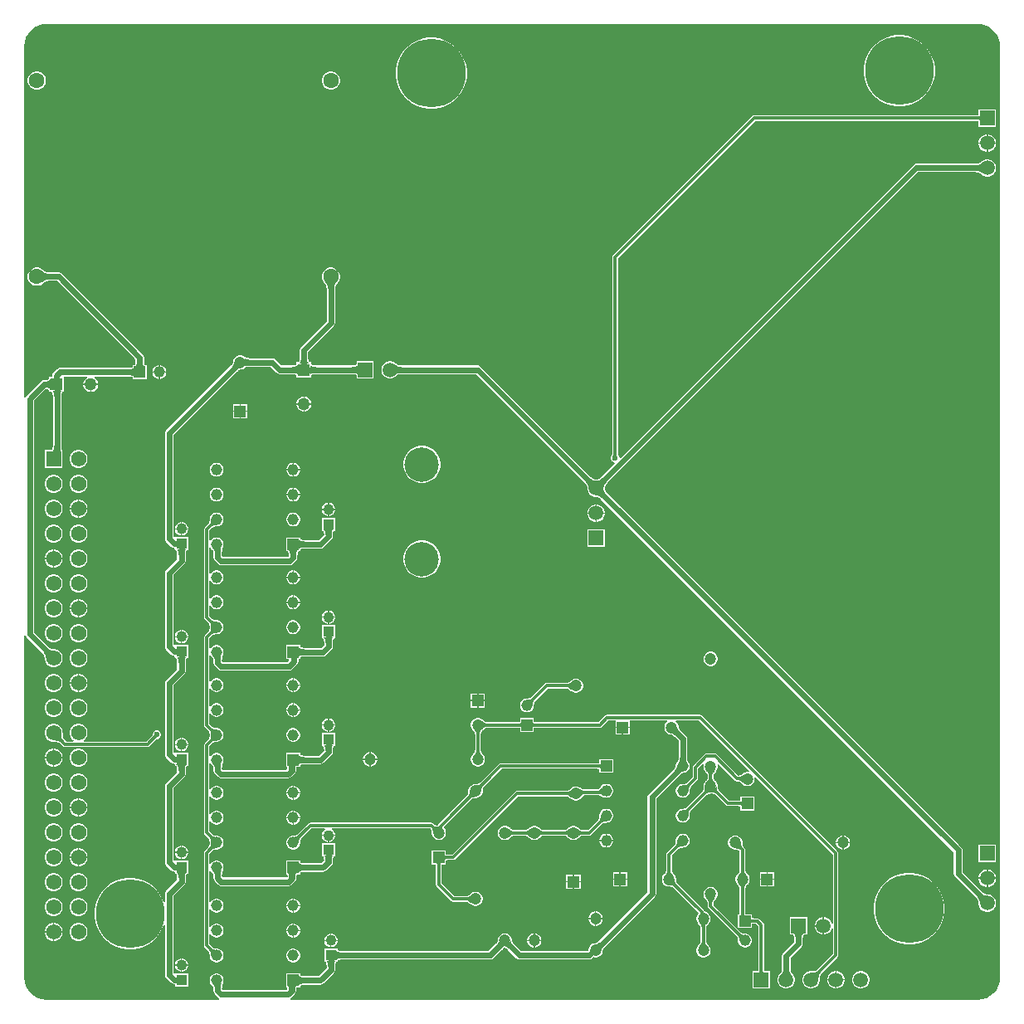
<source format=gtl>
G04*
G04 #@! TF.GenerationSoftware,Altium Limited,Altium Designer,23.1.1 (15)*
G04*
G04 Layer_Physical_Order=1*
G04 Layer_Color=255*
%FSLAX44Y44*%
%MOMM*%
G71*
G04*
G04 #@! TF.SameCoordinates,B4DDBA6E-A5DF-4BEF-8E9B-D6B716FEC55F*
G04*
G04*
G04 #@! TF.FilePolarity,Positive*
G04*
G01*
G75*
%ADD36C,0.3000*%
%ADD37C,0.6000*%
%ADD38C,1.1000*%
%ADD39R,1.1000X1.1000*%
%ADD40R,1.2750X1.2750*%
%ADD41C,1.2750*%
%ADD42R,1.2000X1.2000*%
%ADD43C,1.2000*%
%ADD44C,1.1500*%
%ADD45R,1.1500X1.1500*%
%ADD46R,1.2750X1.2750*%
%ADD47C,1.5750*%
%ADD48R,1.5750X1.5750*%
%ADD49R,1.5000X1.5000*%
%ADD50C,1.5000*%
%ADD51R,1.2000X1.2000*%
%ADD52R,1.1500X1.1500*%
%ADD53R,1.1590X1.1590*%
%ADD54C,1.1590*%
%ADD55R,1.5080X1.5080*%
%ADD56C,1.5080*%
%ADD57C,7.0000*%
%ADD58C,1.6000*%
%ADD59C,3.5160*%
%ADD60C,0.5000*%
%ADD61C,0.6000*%
G36*
X979431Y997276D02*
X983692Y995984D01*
X987618Y993885D01*
X991060Y991060D01*
X993885Y987618D01*
X995984Y983692D01*
X997276Y979431D01*
X997703Y975090D01*
X997685Y975000D01*
Y25000D01*
X997703Y24910D01*
X997276Y20569D01*
X995984Y16308D01*
X993885Y12382D01*
X991060Y8940D01*
X987618Y6115D01*
X983692Y4017D01*
X979431Y2724D01*
X975090Y2297D01*
X975000Y2315D01*
X273640D01*
X273431Y2967D01*
X273428Y3584D01*
X274681Y4421D01*
X278196Y7936D01*
X279140Y9349D01*
X279443Y10874D01*
X279492Y10985D01*
X279512Y11923D01*
X279570Y12714D01*
X279662Y13382D01*
X279782Y13921D01*
X279918Y14322D01*
X280049Y14580D01*
X280146Y14707D01*
X280188Y14741D01*
X280198Y14745D01*
X280411Y14772D01*
X280522Y14835D01*
X282041D01*
X282159Y14770D01*
X282238Y14792D01*
X282314Y14761D01*
X282494Y14835D01*
X283615D01*
Y15862D01*
X283680Y15979D01*
X283720Y16332D01*
X283774Y16471D01*
X283873Y16607D01*
X284066Y16773D01*
X284398Y16960D01*
X284884Y17143D01*
X285525Y17302D01*
X286315Y17423D01*
X287247Y17499D01*
X288348Y17526D01*
X288394Y17546D01*
X304400D01*
X306066Y17878D01*
X307479Y18822D01*
X318078Y29422D01*
X319022Y30834D01*
X319354Y32500D01*
Y35954D01*
X319374Y36001D01*
X319398Y37106D01*
X319467Y38047D01*
X319576Y38848D01*
X319721Y39501D01*
X319889Y40000D01*
X320059Y40338D01*
X320203Y40525D01*
X320298Y40602D01*
X320365Y40631D01*
X320644Y40667D01*
X320754Y40730D01*
X321770D01*
Y41746D01*
X321833Y41856D01*
X321869Y42135D01*
X321898Y42203D01*
X321975Y42297D01*
X322162Y42441D01*
X322500Y42611D01*
X322999Y42779D01*
X323629Y42919D01*
X325415Y43102D01*
X326499Y43126D01*
X326546Y43146D01*
X477500D01*
X479166Y43478D01*
X480578Y44422D01*
X489291Y53134D01*
X489335Y53150D01*
X490217Y53967D01*
X490589Y54266D01*
X490947Y54524D01*
X491279Y54732D01*
X491579Y54892D01*
X491845Y55005D01*
X492075Y55076D01*
X492267Y55113D01*
X492500Y55127D01*
X492733Y55113D01*
X492925Y55076D01*
X493155Y55005D01*
X493421Y54892D01*
X493722Y54732D01*
X494053Y54524D01*
X494397Y54276D01*
X495211Y53586D01*
X495645Y53169D01*
X495693Y53150D01*
X504422Y44422D01*
X505834Y43478D01*
X507500Y43146D01*
X578485D01*
X580151Y43478D01*
X581564Y44422D01*
X582725Y45583D01*
X584043Y45230D01*
X585957D01*
X587806Y45725D01*
X589464Y46683D01*
X590817Y48036D01*
X591775Y49694D01*
X592270Y51543D01*
Y52269D01*
X592372Y52478D01*
X592387Y52733D01*
X592424Y52925D01*
X592495Y53155D01*
X592608Y53421D01*
X592768Y53721D01*
X592976Y54053D01*
X593224Y54397D01*
X593914Y55212D01*
X594331Y55645D01*
X594350Y55693D01*
X645579Y106922D01*
X646522Y108334D01*
X646854Y110000D01*
Y207247D01*
X671114Y231507D01*
X671162Y231526D01*
X671587Y231936D01*
X672375Y232614D01*
X672704Y232859D01*
X673017Y233062D01*
X673294Y233216D01*
X673532Y233324D01*
X673727Y233389D01*
X673875Y233420D01*
X674083Y233434D01*
X674288Y233535D01*
X674980D01*
X676777Y234016D01*
X678388Y234947D01*
X679703Y236262D01*
X680633Y237873D01*
X681115Y239670D01*
Y241530D01*
X680633Y243327D01*
X679703Y244938D01*
X679214Y245427D01*
X679141Y245644D01*
X679003Y245801D01*
X678920Y245927D01*
X678829Y246111D01*
X678736Y246355D01*
X678649Y246661D01*
X678573Y247025D01*
X678512Y247432D01*
X678434Y248468D01*
X678424Y249058D01*
X678404Y249106D01*
Y268450D01*
X678072Y270116D01*
X677129Y271528D01*
X671866Y276791D01*
X671850Y276835D01*
X671033Y277717D01*
X670734Y278089D01*
X670476Y278447D01*
X670268Y278779D01*
X670108Y279079D01*
X669995Y279345D01*
X669924Y279575D01*
X669887Y279767D01*
X669872Y280021D01*
X669770Y280231D01*
Y280957D01*
X669275Y282806D01*
X668317Y284464D01*
X666964Y285817D01*
X666811Y285906D01*
X667151Y287176D01*
X690472D01*
X741785Y235863D01*
X741128Y234724D01*
X740957Y234770D01*
X739043D01*
X737194Y234275D01*
X735536Y233317D01*
X735266Y233047D01*
X735065Y232980D01*
X734523Y232508D01*
X734018Y232110D01*
X733531Y231765D01*
X733063Y231473D01*
X732614Y231232D01*
X732187Y231042D01*
X731783Y230899D01*
X731399Y230801D01*
X731037Y230744D01*
X730621Y230722D01*
X708846Y252497D01*
X707930Y253109D01*
X706849Y253324D01*
X706849Y253324D01*
X698151D01*
X698151Y253324D01*
X697070Y253109D01*
X696154Y252497D01*
X696154Y252497D01*
X684925Y241269D01*
X684313Y240352D01*
X684098Y239271D01*
X684098Y239271D01*
Y229242D01*
X678592Y223736D01*
X678486Y223699D01*
X678177Y223420D01*
X677890Y223211D01*
X677568Y223023D01*
X677207Y222855D01*
X676805Y222708D01*
X676358Y222586D01*
X675867Y222488D01*
X675330Y222419D01*
X674748Y222379D01*
X674088Y222369D01*
X673846Y222265D01*
X673120D01*
X671323Y221784D01*
X669712Y220853D01*
X668397Y219538D01*
X667467Y217927D01*
X666985Y216130D01*
Y214270D01*
X667467Y212473D01*
X668397Y210862D01*
X669712Y209547D01*
X671323Y208616D01*
X673120Y208135D01*
X674980D01*
X676777Y208616D01*
X678388Y209547D01*
X679703Y210862D01*
X680633Y212473D01*
X681115Y214270D01*
Y214996D01*
X681219Y215237D01*
X681229Y215898D01*
X681269Y216480D01*
X681339Y217017D01*
X681436Y217508D01*
X681558Y217955D01*
X681705Y218357D01*
X681873Y218718D01*
X682061Y219040D01*
X682270Y219327D01*
X682549Y219636D01*
X682587Y219742D01*
X688919Y226075D01*
X688919Y226075D01*
X689531Y226991D01*
X689746Y228072D01*
Y238102D01*
X694396Y242751D01*
X695535Y242094D01*
X695230Y240957D01*
Y239043D01*
X695725Y237194D01*
X696683Y235536D01*
X697217Y235002D01*
X697314Y234757D01*
X697803Y234255D01*
X698211Y233788D01*
X698565Y233334D01*
X698862Y232894D01*
X699107Y232471D01*
X699301Y232064D01*
X699446Y231674D01*
X699546Y231300D01*
X699604Y230940D01*
X699627Y230516D01*
X699676Y230415D01*
Y229585D01*
X699627Y229484D01*
X699604Y229060D01*
X699546Y228700D01*
X699446Y228326D01*
X699301Y227936D01*
X699107Y227530D01*
X698863Y227106D01*
X698576Y226683D01*
X697789Y225731D01*
X697314Y225243D01*
X697217Y224998D01*
X696683Y224464D01*
X695725Y222806D01*
X695230Y220957D01*
Y219398D01*
X695169Y219205D01*
X695225Y218540D01*
X695239Y217960D01*
X695214Y217425D01*
X695154Y216937D01*
X695062Y216495D01*
X694938Y216095D01*
X694786Y215737D01*
X694607Y215413D01*
X694399Y215121D01*
X694110Y214797D01*
X694098Y214762D01*
X694065Y214744D01*
X694040Y214659D01*
X678009Y198628D01*
X677902Y198590D01*
X677602Y198318D01*
X677314Y198104D01*
X676983Y197901D01*
X676607Y197711D01*
X676184Y197535D01*
X675714Y197376D01*
X675212Y197240D01*
X673999Y197012D01*
X673328Y196933D01*
X673206Y196865D01*
X673120D01*
X671323Y196383D01*
X669712Y195453D01*
X668397Y194138D01*
X667467Y192527D01*
X666985Y190730D01*
Y188870D01*
X667467Y187073D01*
X668397Y185462D01*
X669712Y184147D01*
X671323Y183216D01*
X673120Y182735D01*
X674980D01*
X676777Y183216D01*
X678388Y184147D01*
X679703Y185462D01*
X680633Y187073D01*
X681115Y188870D01*
Y190407D01*
X681175Y190597D01*
X681120Y191222D01*
X681107Y191766D01*
X681131Y192267D01*
X681189Y192725D01*
X681278Y193141D01*
X681397Y193518D01*
X681544Y193858D01*
X681718Y194168D01*
X681921Y194451D01*
X682205Y194767D01*
X682219Y194807D01*
X682255Y194827D01*
X682280Y194910D01*
X698297Y210928D01*
X698403Y210966D01*
X698710Y211242D01*
X699006Y211460D01*
X699350Y211667D01*
X699743Y211862D01*
X700188Y212042D01*
X700685Y212206D01*
X701217Y212346D01*
X702502Y212579D01*
X702870Y212621D01*
X703241Y212616D01*
X703860Y212575D01*
X704431Y212503D01*
X704952Y212403D01*
X705425Y212277D01*
X705850Y212126D01*
X706228Y211953D01*
X706563Y211760D01*
X706859Y211546D01*
X707175Y211262D01*
X707280Y211225D01*
X718003Y200503D01*
X718003Y200503D01*
X718919Y199891D01*
X720000Y199676D01*
X730882D01*
X730995Y199626D01*
X731529Y199612D01*
X731950Y199575D01*
X732287Y199520D01*
X732533Y199454D01*
X732686Y199392D01*
X732690Y199389D01*
X732694Y199355D01*
X732730Y199289D01*
Y195230D01*
X747270D01*
Y209770D01*
X732730D01*
Y205711D01*
X732694Y205645D01*
X732690Y205611D01*
X732686Y205608D01*
X732533Y205546D01*
X732287Y205480D01*
X731950Y205425D01*
X731529Y205388D01*
X730995Y205374D01*
X730882Y205324D01*
X721170D01*
X711275Y215219D01*
X711237Y215325D01*
X710954Y215641D01*
X710740Y215937D01*
X710547Y216272D01*
X710374Y216651D01*
X710223Y217075D01*
X710097Y217547D01*
X710000Y218049D01*
X709884Y219279D01*
X709874Y219959D01*
X709770Y220201D01*
Y220957D01*
X709275Y222806D01*
X708317Y224464D01*
X707783Y224998D01*
X707686Y225243D01*
X707197Y225745D01*
X706789Y226212D01*
X706435Y226666D01*
X706138Y227106D01*
X705893Y227529D01*
X705699Y227936D01*
X705554Y228326D01*
X705454Y228700D01*
X705396Y229060D01*
X705373Y229484D01*
X705324Y229585D01*
Y230415D01*
X705373Y230516D01*
X705396Y230940D01*
X705454Y231300D01*
X705554Y231674D01*
X705699Y232064D01*
X705893Y232470D01*
X706137Y232894D01*
X706424Y233317D01*
X707211Y234269D01*
X707686Y234757D01*
X707783Y235002D01*
X708317Y235536D01*
X709275Y237194D01*
X709770Y239043D01*
Y240957D01*
X709465Y242094D01*
X710604Y242751D01*
X727503Y225852D01*
X728419Y225240D01*
X729500Y225025D01*
X729500Y225025D01*
X730330D01*
X730429Y224977D01*
X730432Y224978D01*
X730435Y224977D01*
X730865Y224953D01*
X731222Y224894D01*
X731585Y224792D01*
X731959Y224646D01*
X732346Y224451D01*
X732744Y224204D01*
X733154Y223902D01*
X733575Y223544D01*
X734005Y223128D01*
X734466Y222626D01*
X734702Y222516D01*
X735536Y221683D01*
X737194Y220725D01*
X739043Y220230D01*
X740957D01*
X742806Y220725D01*
X744464Y221683D01*
X745817Y223036D01*
X746775Y224694D01*
X747270Y226543D01*
Y228457D01*
X747224Y228628D01*
X748363Y229285D01*
X827176Y150472D01*
Y80181D01*
X825906Y80014D01*
X825672Y80885D01*
X824518Y82885D01*
X822885Y84518D01*
X820885Y85672D01*
X818655Y86270D01*
X818135D01*
Y77500D01*
Y68730D01*
X818655D01*
X820885Y69328D01*
X822885Y70482D01*
X824518Y72115D01*
X825672Y74115D01*
X825906Y74986D01*
X827176Y74819D01*
Y48670D01*
X811513Y33007D01*
X811411Y32972D01*
X811044Y32650D01*
X810681Y32404D01*
X810248Y32175D01*
X809739Y31968D01*
X809153Y31786D01*
X808491Y31635D01*
X807769Y31518D01*
X806033Y31384D01*
X805062Y31374D01*
X804817Y31270D01*
X803845D01*
X801615Y30672D01*
X799615Y29518D01*
X797982Y27885D01*
X796828Y25885D01*
X796230Y23655D01*
Y21345D01*
X796828Y19115D01*
X797982Y17115D01*
X799615Y15482D01*
X801615Y14328D01*
X803845Y13730D01*
X806155D01*
X808385Y14328D01*
X810385Y15482D01*
X812018Y17115D01*
X813172Y19115D01*
X813770Y21345D01*
Y22303D01*
X813874Y22533D01*
X813933Y24453D01*
X814015Y25252D01*
X814135Y25991D01*
X814286Y26653D01*
X814468Y27239D01*
X814675Y27748D01*
X814904Y28181D01*
X815150Y28544D01*
X815472Y28911D01*
X815507Y29013D01*
X831997Y45503D01*
X831997Y45503D01*
X832609Y46419D01*
X832824Y47500D01*
X832824Y47500D01*
Y151642D01*
X832824Y151642D01*
X832609Y152723D01*
X831997Y153639D01*
X831997Y153639D01*
X693639Y291997D01*
X692723Y292609D01*
X691642Y292824D01*
X691642Y292824D01*
X596696D01*
X595615Y292609D01*
X594699Y291997D01*
X594699Y291997D01*
X588026Y285324D01*
X523867D01*
X523755Y285374D01*
X523221Y285388D01*
X522800Y285425D01*
X522463Y285480D01*
X522217Y285546D01*
X522064Y285608D01*
X522060Y285611D01*
X522056Y285645D01*
X522020Y285711D01*
Y289520D01*
X507980D01*
Y285711D01*
X507944Y285645D01*
X507940Y285611D01*
X507936Y285608D01*
X507783Y285546D01*
X507537Y285480D01*
X507200Y285425D01*
X506779Y285388D01*
X506245Y285374D01*
X506133Y285324D01*
X474585D01*
X474484Y285373D01*
X474060Y285396D01*
X473700Y285454D01*
X473326Y285554D01*
X472936Y285699D01*
X472529Y285893D01*
X472106Y286137D01*
X471683Y286424D01*
X470731Y287211D01*
X470243Y287686D01*
X469998Y287783D01*
X469464Y288317D01*
X467806Y289275D01*
X465957Y289770D01*
X464043D01*
X462194Y289275D01*
X460536Y288317D01*
X459183Y286964D01*
X458225Y285306D01*
X457730Y283457D01*
Y281543D01*
X458225Y279694D01*
X459183Y278036D01*
X459717Y277502D01*
X459814Y277257D01*
X460303Y276755D01*
X460711Y276288D01*
X461064Y275834D01*
X461362Y275394D01*
X461607Y274971D01*
X461801Y274564D01*
X461946Y274174D01*
X462046Y273800D01*
X462104Y273440D01*
X462127Y273016D01*
X462176Y272915D01*
Y257085D01*
X462127Y256984D01*
X462104Y256560D01*
X462046Y256200D01*
X461946Y255826D01*
X461801Y255436D01*
X461607Y255030D01*
X461363Y254606D01*
X461076Y254183D01*
X460289Y253231D01*
X459814Y252743D01*
X459717Y252498D01*
X459183Y251964D01*
X458225Y250306D01*
X457730Y248457D01*
Y246543D01*
X458225Y244694D01*
X459183Y243036D01*
X460536Y241682D01*
X462194Y240725D01*
X464043Y240230D01*
X465957D01*
X467806Y240725D01*
X469464Y241682D01*
X470817Y243036D01*
X471774Y244694D01*
X472270Y246543D01*
Y248457D01*
X471774Y250306D01*
X470817Y251964D01*
X470283Y252498D01*
X470186Y252743D01*
X469697Y253245D01*
X469289Y253712D01*
X468936Y254166D01*
X468638Y254606D01*
X468393Y255029D01*
X468199Y255436D01*
X468054Y255826D01*
X467954Y256200D01*
X467896Y256560D01*
X467873Y256984D01*
X467824Y257085D01*
Y272915D01*
X467873Y273016D01*
X467896Y273440D01*
X467954Y273800D01*
X468054Y274174D01*
X468199Y274564D01*
X468393Y274970D01*
X468637Y275394D01*
X468924Y275817D01*
X469711Y276769D01*
X470186Y277257D01*
X470202Y277298D01*
X470243Y277314D01*
X470745Y277803D01*
X471212Y278211D01*
X471666Y278564D01*
X472106Y278862D01*
X472529Y279107D01*
X472936Y279301D01*
X473326Y279446D01*
X473700Y279546D01*
X474060Y279604D01*
X474484Y279627D01*
X474585Y279676D01*
X506133D01*
X506245Y279626D01*
X506779Y279612D01*
X507200Y279575D01*
X507537Y279520D01*
X507783Y279454D01*
X507936Y279392D01*
X507940Y279389D01*
X507944Y279355D01*
X507980Y279289D01*
Y275480D01*
X522020D01*
Y279289D01*
X522056Y279355D01*
X522060Y279389D01*
X522064Y279392D01*
X522217Y279454D01*
X522463Y279520D01*
X522800Y279575D01*
X523221Y279612D01*
X523755Y279626D01*
X523867Y279676D01*
X589196D01*
X589196Y279676D01*
X590277Y279891D01*
X591193Y280503D01*
X597866Y287176D01*
X605230D01*
Y280635D01*
X619770D01*
Y287176D01*
X657849D01*
X658189Y285906D01*
X658036Y285817D01*
X656683Y284464D01*
X655725Y282806D01*
X655230Y280957D01*
Y279043D01*
X655725Y277194D01*
X656683Y275536D01*
X658036Y274183D01*
X659694Y273225D01*
X661543Y272730D01*
X662269D01*
X662478Y272628D01*
X662733Y272613D01*
X662925Y272576D01*
X663155Y272505D01*
X663421Y272391D01*
X663721Y272232D01*
X664053Y272024D01*
X664397Y271776D01*
X665211Y271086D01*
X665645Y270669D01*
X665693Y270650D01*
X669696Y266647D01*
Y249106D01*
X669676Y249058D01*
X669666Y248468D01*
X669588Y247432D01*
X669527Y247026D01*
X669451Y246661D01*
X669364Y246355D01*
X669271Y246111D01*
X669180Y245927D01*
X669097Y245801D01*
X668959Y245644D01*
X668886Y245427D01*
X668397Y244938D01*
X667467Y243327D01*
X666985Y241530D01*
Y240838D01*
X666884Y240633D01*
X666870Y240424D01*
X666839Y240277D01*
X666774Y240082D01*
X666666Y239844D01*
X666512Y239567D01*
X666309Y239254D01*
X666064Y238925D01*
X665386Y238136D01*
X664976Y237712D01*
X664957Y237664D01*
X639422Y212129D01*
X638478Y210716D01*
X638146Y209050D01*
Y111803D01*
X588209Y61866D01*
X588165Y61850D01*
X587283Y61033D01*
X586911Y60734D01*
X586553Y60476D01*
X586221Y60268D01*
X585921Y60108D01*
X585655Y59995D01*
X585425Y59924D01*
X585233Y59887D01*
X584978Y59872D01*
X584768Y59770D01*
X584043D01*
X582194Y59275D01*
X580536Y58317D01*
X579183Y56964D01*
X578226Y55306D01*
X577730Y53457D01*
Y52902D01*
X576682Y51854D01*
X509303D01*
X501866Y59291D01*
X501850Y59335D01*
X501033Y60217D01*
X500734Y60589D01*
X500476Y60947D01*
X500268Y61279D01*
X500108Y61579D01*
X499995Y61845D01*
X499924Y62075D01*
X499887Y62267D01*
X499872Y62522D01*
X499770Y62731D01*
Y63457D01*
X499275Y65306D01*
X498317Y66964D01*
X496964Y68317D01*
X495306Y69275D01*
X493457Y69770D01*
X491543D01*
X489694Y69275D01*
X488036Y68317D01*
X486683Y66964D01*
X485725Y65306D01*
X485230Y63457D01*
Y62731D01*
X485128Y62522D01*
X485113Y62267D01*
X485076Y62075D01*
X485005Y61845D01*
X484892Y61579D01*
X484732Y61279D01*
X484524Y60947D01*
X484276Y60603D01*
X483586Y59788D01*
X483169Y59355D01*
X483150Y59307D01*
X475697Y51854D01*
X326546D01*
X326499Y51874D01*
X325395Y51898D01*
X324453Y51967D01*
X323652Y52077D01*
X322999Y52221D01*
X322500Y52389D01*
X322162Y52559D01*
X321975Y52703D01*
X321898Y52797D01*
X321869Y52865D01*
X321833Y53144D01*
X321770Y53254D01*
Y54270D01*
X320649D01*
X320470Y54344D01*
X320384Y54309D01*
X320295Y54333D01*
X320185Y54270D01*
X308230D01*
Y42315D01*
X308167Y42205D01*
X308191Y42116D01*
X308156Y42031D01*
X308230Y41851D01*
Y40730D01*
X309246D01*
X309356Y40667D01*
X309635Y40631D01*
X309702Y40602D01*
X309797Y40525D01*
X309941Y40338D01*
X310111Y40000D01*
X310279Y39501D01*
X310418Y38871D01*
X310602Y37085D01*
X310626Y36001D01*
X310646Y35954D01*
Y34303D01*
X302597Y26254D01*
X288394D01*
X288348Y26274D01*
X287247Y26301D01*
X286315Y26377D01*
X285525Y26498D01*
X284884Y26657D01*
X284398Y26840D01*
X284066Y27027D01*
X283872Y27193D01*
X283774Y27329D01*
X283720Y27468D01*
X283680Y27820D01*
X283615Y27938D01*
Y28965D01*
X282494D01*
X282314Y29039D01*
X282238Y29007D01*
X282159Y29030D01*
X282041Y28965D01*
X269485D01*
Y16478D01*
X269438Y16408D01*
X269466Y16268D01*
X269411Y16135D01*
X269485Y15956D01*
Y14835D01*
X270344D01*
X270357Y14806D01*
X270454Y14503D01*
X270542Y14089D01*
X270657Y12769D01*
X269787Y11854D01*
X204838D01*
X203873Y12818D01*
Y14234D01*
X203894Y14283D01*
X203901Y14896D01*
X203952Y15961D01*
X204050Y16819D01*
X204109Y17138D01*
X204175Y17407D01*
X204241Y17608D01*
X204297Y17735D01*
X204383Y17881D01*
X204415Y18102D01*
X205033Y19173D01*
X205515Y20970D01*
Y22830D01*
X205033Y24627D01*
X204103Y26238D01*
X202788Y27553D01*
X201177Y28484D01*
X199380Y28965D01*
X197520D01*
X195723Y28484D01*
X194112Y27553D01*
X192797Y26238D01*
X191866Y24627D01*
X191385Y22830D01*
Y20970D01*
X191866Y19173D01*
X192797Y17562D01*
X194112Y16247D01*
X194296Y16140D01*
X194367Y16012D01*
X194525Y15885D01*
X194602Y15799D01*
X194692Y15663D01*
X194789Y15467D01*
X194884Y15206D01*
X194971Y14880D01*
X195040Y14509D01*
X195133Y13509D01*
X195145Y12931D01*
X195166Y12883D01*
Y11015D01*
X195497Y9349D01*
X196441Y7936D01*
X199956Y4421D01*
X201208Y3584D01*
X201206Y2967D01*
X200997Y2315D01*
X25000D01*
X24910Y2297D01*
X20569Y2724D01*
X16308Y4017D01*
X12382Y6115D01*
X8940Y8940D01*
X6115Y12382D01*
X4017Y16308D01*
X2724Y20569D01*
X2297Y24910D01*
X2315Y25000D01*
Y373263D01*
X2967Y373471D01*
X3584Y373474D01*
X4421Y372222D01*
X20468Y356175D01*
X20486Y356129D01*
X20980Y355601D01*
X21388Y355100D01*
X21742Y354594D01*
X22045Y354081D01*
X22297Y353562D01*
X22501Y353034D01*
X22657Y352495D01*
X22768Y351944D01*
X22832Y351377D01*
X22851Y350737D01*
X22955Y350507D01*
Y349496D01*
X23578Y347170D01*
X24782Y345085D01*
X26485Y343382D01*
X28570Y342178D01*
X30896Y341555D01*
X33304D01*
X35630Y342178D01*
X37715Y343382D01*
X39418Y345085D01*
X40622Y347170D01*
X41245Y349496D01*
Y351904D01*
X40622Y354230D01*
X39418Y356315D01*
X37715Y358018D01*
X35630Y359222D01*
X33304Y359845D01*
X32293D01*
X32063Y359949D01*
X31423Y359968D01*
X30856Y360032D01*
X30305Y360143D01*
X29766Y360299D01*
X29238Y360503D01*
X28719Y360755D01*
X28206Y361058D01*
X27700Y361412D01*
X27199Y361820D01*
X26672Y362314D01*
X26625Y362332D01*
X11854Y377103D01*
Y613197D01*
X24211Y625554D01*
X24654Y625515D01*
X25440Y625385D01*
X26077Y625214D01*
X26558Y625018D01*
X26889Y624817D01*
X27091Y624630D01*
X27207Y624458D01*
X27276Y624264D01*
X27319Y623855D01*
X27355Y623789D01*
Y622355D01*
X29373D01*
X29496Y622288D01*
X29905Y622245D01*
X30100Y622176D01*
X30273Y622062D01*
X30459Y621861D01*
X30659Y621533D01*
X30855Y621055D01*
X31025Y620423D01*
X31155Y619642D01*
X31237Y618717D01*
X31266Y617619D01*
X31286Y617573D01*
Y567827D01*
X31266Y567781D01*
X31237Y566679D01*
X31155Y565749D01*
X31025Y564964D01*
X30854Y564328D01*
X30658Y563846D01*
X30456Y563515D01*
X30269Y563311D01*
X30096Y563195D01*
X29900Y563125D01*
X29491Y563081D01*
X29426Y563045D01*
X22955D01*
Y544755D01*
X41245D01*
Y561372D01*
X41281Y561421D01*
X41254Y561590D01*
X41319Y561749D01*
X41245Y561926D01*
Y563045D01*
X40455D01*
X40416Y563140D01*
X40309Y563542D01*
X40214Y564075D01*
X40027Y566662D01*
X40014Y567760D01*
X39993Y567809D01*
Y617576D01*
X40014Y617623D01*
X40040Y618725D01*
X40114Y619659D01*
X40233Y620451D01*
X40390Y621094D01*
X40570Y621583D01*
X40753Y621915D01*
X40914Y622108D01*
X41041Y622202D01*
X41166Y622251D01*
X41504Y622290D01*
X41620Y622355D01*
X42645D01*
Y623476D01*
X42719Y623656D01*
X42687Y623734D01*
X42710Y623815D01*
X42645Y623931D01*
Y637645D01*
X43707Y638146D01*
X66280D01*
X66620Y636876D01*
X65306Y636118D01*
X63882Y634694D01*
X62876Y632951D01*
X62355Y631007D01*
Y630635D01*
X77645D01*
Y631007D01*
X77124Y632951D01*
X76118Y634694D01*
X74694Y636118D01*
X73380Y636876D01*
X73720Y638146D01*
X108201D01*
X108248Y638126D01*
X109349Y638100D01*
X110283Y638025D01*
X111074Y637905D01*
X111717Y637748D01*
X112205Y637567D01*
X112537Y637383D01*
X112730Y637221D01*
X112825Y637091D01*
X112875Y636963D01*
X112915Y636622D01*
X112980Y636505D01*
Y635480D01*
X114101D01*
X114281Y635406D01*
X114358Y635438D01*
X114439Y635415D01*
X114556Y635480D01*
X127020D01*
Y647944D01*
X127085Y648061D01*
X127062Y648142D01*
X127094Y648220D01*
X127020Y648399D01*
Y649520D01*
X125995D01*
X125878Y649585D01*
X125537Y649625D01*
X125408Y649675D01*
X125279Y649770D01*
X125117Y649962D01*
X124933Y650295D01*
X124752Y650783D01*
X124595Y651426D01*
X124475Y652217D01*
X124401Y653151D01*
X124374Y654252D01*
X124354Y654299D01*
Y657500D01*
X124022Y659166D01*
X123078Y660579D01*
X40578Y743079D01*
X39166Y744022D01*
X37500Y744354D01*
X27307D01*
X27262Y744374D01*
X26534Y744398D01*
X25884Y744466D01*
X25267Y744577D01*
X24681Y744731D01*
X24124Y744927D01*
X23594Y745166D01*
X23088Y745447D01*
X22603Y745773D01*
X22139Y746144D01*
X21656Y746600D01*
X21420Y746690D01*
X20692Y747418D01*
X18578Y748638D01*
X16220Y749270D01*
X13780D01*
X11422Y748638D01*
X9308Y747418D01*
X7582Y745692D01*
X6362Y743578D01*
X5730Y741220D01*
Y738780D01*
X6362Y736422D01*
X7582Y734308D01*
X9308Y732582D01*
X11422Y731362D01*
X13780Y730730D01*
X16220D01*
X18578Y731362D01*
X20692Y732582D01*
X21420Y733310D01*
X21656Y733400D01*
X22140Y733856D01*
X22603Y734227D01*
X23088Y734553D01*
X23594Y734834D01*
X24124Y735073D01*
X24681Y735269D01*
X25267Y735423D01*
X25884Y735534D01*
X26534Y735602D01*
X27262Y735626D01*
X27307Y735646D01*
X35697D01*
X115646Y655697D01*
Y654299D01*
X115626Y654252D01*
X115599Y653151D01*
X115525Y652217D01*
X115405Y651426D01*
X115248Y650783D01*
X115067Y650295D01*
X114883Y649962D01*
X114721Y649770D01*
X114591Y649675D01*
X114463Y649625D01*
X114122Y649585D01*
X114005Y649520D01*
X112980D01*
Y648495D01*
X112915Y648378D01*
X112875Y648037D01*
X112825Y647908D01*
X112730Y647779D01*
X112537Y647617D01*
X112205Y647433D01*
X111717Y647252D01*
X111074Y647095D01*
X110283Y646975D01*
X109349Y646901D01*
X108248Y646874D01*
X108201Y646854D01*
X38515D01*
X36849Y646522D01*
X35436Y645579D01*
X31922Y642064D01*
X30978Y640651D01*
X30646Y638985D01*
Y637645D01*
X27355D01*
Y636211D01*
X27319Y636145D01*
X27276Y635736D01*
X27207Y635542D01*
X27091Y635370D01*
X26889Y635183D01*
X26558Y634982D01*
X26077Y634786D01*
X25440Y634615D01*
X24654Y634485D01*
X23723Y634403D01*
X22620Y634374D01*
X22573Y634354D01*
X22500D01*
X20834Y634022D01*
X19421Y633078D01*
X4421Y618078D01*
X3584Y616826D01*
X2967Y616829D01*
X2315Y617037D01*
Y975000D01*
X2297Y975090D01*
X2724Y979431D01*
X4017Y983692D01*
X6115Y987618D01*
X8940Y991060D01*
X12382Y993885D01*
X16308Y995984D01*
X20569Y997276D01*
X24910Y997703D01*
X25000Y997685D01*
X975000D01*
X975090Y997703D01*
X979431Y997276D01*
D02*
G37*
G36*
X21237Y745106D02*
X21789Y744664D01*
X22369Y744274D01*
X22977Y743936D01*
X23613Y743650D01*
X24278Y743416D01*
X24970Y743234D01*
X25691Y743104D01*
X26439Y743026D01*
X27216Y743000D01*
Y737000D01*
X26439Y736974D01*
X25691Y736896D01*
X24970Y736766D01*
X24278Y736584D01*
X23613Y736350D01*
X22977Y736064D01*
X22369Y735726D01*
X21789Y735336D01*
X21237Y734894D01*
X20713Y734400D01*
Y745600D01*
X21237Y745106D01*
D02*
G37*
G36*
X123027Y653080D02*
X123109Y652059D01*
X123245Y651160D01*
X123435Y650379D01*
X123680Y649719D01*
X123979Y649180D01*
X124333Y648760D01*
X124740Y648459D01*
X125203Y648279D01*
X125719Y648220D01*
X114281D01*
X114797Y648279D01*
X115260Y648459D01*
X115667Y648760D01*
X116021Y649180D01*
X116320Y649719D01*
X116565Y650379D01*
X116755Y651160D01*
X116891Y652059D01*
X116973Y653080D01*
X117000Y654220D01*
X123000D01*
X123027Y653080D01*
D02*
G37*
G36*
X114281Y636781D02*
X114221Y637297D01*
X114040Y637760D01*
X113741Y638167D01*
X113321Y638521D01*
X112781Y638820D01*
X112121Y639065D01*
X111341Y639255D01*
X110441Y639391D01*
X109420Y639473D01*
X108280Y639500D01*
Y645500D01*
X109420Y645527D01*
X110441Y645609D01*
X111341Y645745D01*
X112121Y645935D01*
X112781Y646180D01*
X113321Y646479D01*
X113741Y646833D01*
X114040Y647241D01*
X114221Y647703D01*
X114281Y648220D01*
Y636781D01*
D02*
G37*
G36*
X28686Y624000D02*
X28626Y624570D01*
X28445Y625080D01*
X28143Y625530D01*
X27721Y625920D01*
X27178Y626250D01*
X26515Y626520D01*
X25731Y626730D01*
X24827Y626880D01*
X23801Y626970D01*
X22655Y627000D01*
Y633000D01*
X23801Y633030D01*
X24827Y633120D01*
X25731Y633270D01*
X26515Y633480D01*
X27178Y633750D01*
X27721Y634080D01*
X28143Y634470D01*
X28445Y634920D01*
X28626Y635430D01*
X28686Y636000D01*
Y624000D01*
D02*
G37*
G36*
X40831Y623596D02*
X40371Y623415D01*
X39965Y623116D01*
X39613Y622696D01*
X39316Y622155D01*
X39072Y621496D01*
X38883Y620715D01*
X38748Y619815D01*
X38667Y618796D01*
X38640Y617655D01*
X32640D01*
X32610Y618796D01*
X32520Y619815D01*
X32370Y620715D01*
X32160Y621496D01*
X31890Y622155D01*
X31560Y622696D01*
X31170Y623116D01*
X30720Y623415D01*
X30210Y623596D01*
X29640Y623656D01*
X41344D01*
X40831Y623596D01*
D02*
G37*
G36*
X38653Y566604D02*
X38849Y563904D01*
X38966Y563245D01*
X39109Y562705D01*
X39279Y562285D01*
X39475Y561985D01*
X39697Y561805D01*
X39945Y561744D01*
X29640Y561714D01*
X30210Y561776D01*
X30720Y561958D01*
X31170Y562261D01*
X31560Y562683D01*
X31890Y563226D01*
X32160Y563889D01*
X32370Y564673D01*
X32520Y565576D01*
X32610Y566600D01*
X32640Y567744D01*
X38640D01*
X38653Y566604D01*
D02*
G37*
G36*
X26293Y360785D02*
X26870Y360315D01*
X27462Y359901D01*
X28068Y359543D01*
X28690Y359241D01*
X29326Y358996D01*
X29978Y358806D01*
X30644Y358673D01*
X31325Y358596D01*
X32021Y358575D01*
X24225Y350779D01*
X24204Y351475D01*
X24127Y352156D01*
X23994Y352822D01*
X23805Y353474D01*
X23559Y354110D01*
X23257Y354732D01*
X22899Y355338D01*
X22485Y355930D01*
X22015Y356507D01*
X21489Y357068D01*
X25732Y361311D01*
X26293Y360785D01*
D02*
G37*
G36*
X520719Y285215D02*
X520810Y284960D01*
X520962Y284735D01*
X521174Y284540D01*
X521447Y284375D01*
X521780Y284240D01*
X522174Y284135D01*
X522629Y284060D01*
X523144Y284015D01*
X523719Y284000D01*
Y281000D01*
X523144Y280985D01*
X522629Y280940D01*
X522174Y280865D01*
X521780Y280760D01*
X521447Y280625D01*
X521174Y280460D01*
X520962Y280265D01*
X520810Y280040D01*
X520719Y279785D01*
X520689Y279500D01*
Y285500D01*
X520719Y285215D01*
D02*
G37*
G36*
X509311Y279500D02*
X509281Y279785D01*
X509190Y280040D01*
X509038Y280265D01*
X508826Y280460D01*
X508553Y280625D01*
X508220Y280760D01*
X507826Y280865D01*
X507371Y280940D01*
X506856Y280985D01*
X506281Y281000D01*
Y284000D01*
X506856Y284015D01*
X507371Y284060D01*
X507826Y284135D01*
X508220Y284240D01*
X508553Y284375D01*
X508826Y284540D01*
X509038Y284735D01*
X509190Y284960D01*
X509281Y285215D01*
X509311Y285500D01*
Y279500D01*
D02*
G37*
G36*
X469813Y286187D02*
X470858Y285323D01*
X471375Y284972D01*
X471889Y284675D01*
X472400Y284432D01*
X472907Y284243D01*
X473411Y284108D01*
X473912Y284027D01*
X474409Y284000D01*
Y281000D01*
X473912Y280973D01*
X473411Y280892D01*
X472907Y280757D01*
X472400Y280568D01*
X471889Y280325D01*
X471375Y280028D01*
X470858Y279677D01*
X470337Y279272D01*
X469813Y278813D01*
X469285Y278300D01*
Y286700D01*
X469813Y286187D01*
D02*
G37*
G36*
X468687Y277687D02*
X467823Y276642D01*
X467472Y276125D01*
X467175Y275611D01*
X466932Y275100D01*
X466743Y274592D01*
X466608Y274088D01*
X466527Y273588D01*
X466500Y273090D01*
X463500D01*
X463473Y273588D01*
X463392Y274088D01*
X463257Y274592D01*
X463068Y275100D01*
X462825Y275611D01*
X462528Y276125D01*
X462177Y276642D01*
X461772Y277163D01*
X461313Y277687D01*
X460800Y278215D01*
X469200D01*
X468687Y277687D01*
D02*
G37*
G36*
X668520Y279597D02*
X668588Y279241D01*
X668703Y278871D01*
X668866Y278487D01*
X669077Y278090D01*
X669335Y277680D01*
X669640Y277255D01*
X669993Y276818D01*
X670841Y275902D01*
X666599Y271659D01*
X666134Y272107D01*
X665245Y272860D01*
X664820Y273165D01*
X664410Y273423D01*
X664013Y273634D01*
X663629Y273797D01*
X663259Y273912D01*
X662903Y273980D01*
X662560Y274000D01*
X668500Y279940D01*
X668520Y279597D01*
D02*
G37*
G36*
X466527Y256412D02*
X466608Y255912D01*
X466743Y255408D01*
X466932Y254900D01*
X467175Y254389D01*
X467472Y253875D01*
X467823Y253358D01*
X468228Y252837D01*
X468687Y252313D01*
X469200Y251785D01*
X460800D01*
X461313Y252313D01*
X462177Y253358D01*
X462528Y253875D01*
X462825Y254389D01*
X463068Y254900D01*
X463257Y255408D01*
X463392Y255912D01*
X463473Y256412D01*
X463500Y256910D01*
X466500D01*
X466527Y256412D01*
D02*
G37*
G36*
X677060Y248405D02*
X677145Y247279D01*
X677219Y246782D01*
X677314Y246330D01*
X677430Y245923D01*
X677568Y245560D01*
X677726Y245242D01*
X677906Y244968D01*
X678107Y244738D01*
X669994D01*
X670194Y244968D01*
X670374Y245242D01*
X670532Y245560D01*
X670670Y245923D01*
X670786Y246330D01*
X670881Y246782D01*
X670955Y247279D01*
X671039Y248405D01*
X671050Y249035D01*
X677050D01*
X677060Y248405D01*
D02*
G37*
G36*
X673992Y234805D02*
X673688Y234785D01*
X673367Y234718D01*
X673030Y234605D01*
X672676Y234446D01*
X672306Y234240D01*
X671919Y233988D01*
X671516Y233689D01*
X670660Y232952D01*
X670207Y232514D01*
X665964Y236757D01*
X666402Y237210D01*
X667139Y238066D01*
X667438Y238469D01*
X667690Y238856D01*
X667896Y239226D01*
X668055Y239580D01*
X668168Y239917D01*
X668235Y240238D01*
X668255Y240542D01*
X673992Y234805D01*
D02*
G37*
G36*
X706187Y235187D02*
X705323Y234142D01*
X704972Y233625D01*
X704675Y233111D01*
X704432Y232600D01*
X704243Y232092D01*
X704108Y231588D01*
X704027Y231088D01*
X704000Y230590D01*
X701000D01*
X700973Y231088D01*
X700892Y231588D01*
X700757Y232092D01*
X700568Y232600D01*
X700325Y233111D01*
X700028Y233625D01*
X699677Y234142D01*
X699272Y234663D01*
X698813Y235187D01*
X698300Y235715D01*
X706700D01*
X706187Y235187D01*
D02*
G37*
G36*
X704027Y228912D02*
X704108Y228412D01*
X704243Y227908D01*
X704432Y227400D01*
X704675Y226889D01*
X704972Y226375D01*
X705323Y225858D01*
X705728Y225337D01*
X706187Y224813D01*
X706700Y224285D01*
X698300D01*
X698813Y224813D01*
X699677Y225858D01*
X700028Y226375D01*
X700325Y226889D01*
X700568Y227400D01*
X700757Y227908D01*
X700892Y228412D01*
X700973Y228912D01*
X701000Y229410D01*
X704000D01*
X704027Y228912D01*
D02*
G37*
G36*
X735478Y223556D02*
X734990Y224087D01*
X734500Y224562D01*
X734008Y224981D01*
X733514Y225344D01*
X733019Y225651D01*
X732521Y225902D01*
X732021Y226098D01*
X731520Y226238D01*
X731017Y226321D01*
X730511Y226349D01*
X730692Y229349D01*
X731180Y229375D01*
X731677Y229453D01*
X732183Y229583D01*
X732697Y229764D01*
X733220Y229998D01*
X733752Y230283D01*
X734293Y230620D01*
X734842Y231009D01*
X735400Y231450D01*
X735967Y231942D01*
X735478Y223556D01*
D02*
G37*
G36*
X681527Y220556D02*
X681201Y220194D01*
X680910Y219794D01*
X680654Y219357D01*
X680433Y218883D01*
X680247Y218372D01*
X680097Y217824D01*
X679981Y217238D01*
X679901Y216615D01*
X679855Y215955D01*
X679845Y215258D01*
X674108Y220995D01*
X674805Y221005D01*
X675465Y221050D01*
X676088Y221131D01*
X676674Y221247D01*
X677222Y221397D01*
X677733Y221583D01*
X678207Y221804D01*
X678644Y222060D01*
X679044Y222351D01*
X679406Y222677D01*
X681527Y220556D01*
D02*
G37*
G36*
X708510Y219204D02*
X708638Y217854D01*
X708756Y217240D01*
X708909Y216667D01*
X709099Y216133D01*
X709324Y215641D01*
X709585Y215189D01*
X709882Y214778D01*
X710214Y214407D01*
X708093Y212286D01*
X707722Y212618D01*
X707311Y212915D01*
X706859Y213176D01*
X706367Y213401D01*
X705834Y213591D01*
X705260Y213744D01*
X704646Y213862D01*
X703991Y213944D01*
X703296Y213990D01*
X702802Y213997D01*
X702301Y213940D01*
X700919Y213689D01*
X700294Y213525D01*
X699714Y213334D01*
X699179Y213117D01*
X698688Y212874D01*
X698242Y212604D01*
X697840Y212309D01*
X697483Y211987D01*
X695135Y213881D01*
X695476Y214262D01*
X695772Y214680D01*
X696024Y215133D01*
X696231Y215623D01*
X696394Y216149D01*
X696512Y216711D01*
X696585Y217310D01*
X696614Y217944D01*
X696599Y218615D01*
X696538Y219322D01*
X702798Y214238D01*
X708500Y219940D01*
X708510Y219204D01*
D02*
G37*
G36*
X734061Y199500D02*
X734031Y199785D01*
X733940Y200040D01*
X733788Y200265D01*
X733576Y200460D01*
X733303Y200625D01*
X732970Y200760D01*
X732576Y200865D01*
X732122Y200940D01*
X731606Y200985D01*
X731031Y201000D01*
Y204000D01*
X731606Y204015D01*
X732122Y204060D01*
X732576Y204135D01*
X732970Y204240D01*
X733303Y204375D01*
X733576Y204540D01*
X733788Y204735D01*
X733940Y204960D01*
X734031Y205215D01*
X734061Y205500D01*
Y199500D01*
D02*
G37*
G36*
X681182Y195685D02*
X680848Y195313D01*
X680557Y194908D01*
X680311Y194469D01*
X680107Y193998D01*
X679948Y193493D01*
X679832Y192956D01*
X679760Y192386D01*
X679732Y191782D01*
X679747Y191146D01*
X679805Y190476D01*
X673489Y195568D01*
X674207Y195652D01*
X675520Y195899D01*
X676115Y196061D01*
X676669Y196248D01*
X677182Y196461D01*
X677654Y196700D01*
X678085Y196965D01*
X678475Y197255D01*
X678824Y197571D01*
X681182Y195685D01*
D02*
G37*
G36*
X498520Y62097D02*
X498588Y61741D01*
X498703Y61371D01*
X498866Y60987D01*
X499077Y60590D01*
X499335Y60180D01*
X499640Y59755D01*
X499993Y59318D01*
X500841Y58401D01*
X496599Y54159D01*
X496134Y54607D01*
X495245Y55360D01*
X494820Y55665D01*
X494410Y55923D01*
X494013Y56134D01*
X493629Y56297D01*
X493259Y56412D01*
X492903Y56480D01*
X492560Y56500D01*
X498500Y62440D01*
X498520Y62097D01*
D02*
G37*
G36*
X492440Y56500D02*
X492097Y56480D01*
X491741Y56412D01*
X491371Y56297D01*
X490987Y56134D01*
X490590Y55923D01*
X490180Y55665D01*
X489755Y55360D01*
X489318Y55007D01*
X488401Y54159D01*
X484159Y58401D01*
X484607Y58866D01*
X485360Y59755D01*
X485665Y60180D01*
X485923Y60590D01*
X486134Y60987D01*
X486297Y61371D01*
X486412Y61741D01*
X486480Y62097D01*
X486500Y62440D01*
X492440Y56500D01*
D02*
G37*
G36*
X593341Y56599D02*
X592893Y56134D01*
X592140Y55245D01*
X591835Y54820D01*
X591577Y54410D01*
X591366Y54013D01*
X591203Y53629D01*
X591088Y53259D01*
X591020Y52903D01*
X591000Y52560D01*
X585060Y58500D01*
X585403Y58520D01*
X585759Y58588D01*
X586129Y58703D01*
X586513Y58866D01*
X586910Y59077D01*
X587320Y59335D01*
X587745Y59640D01*
X588182Y59993D01*
X589099Y60841D01*
X593341Y56599D01*
D02*
G37*
G36*
X320530Y52500D02*
X320709Y52080D01*
X321009Y51710D01*
X321429Y51389D01*
X321969Y51117D01*
X322630Y50895D01*
X323410Y50722D01*
X324310Y50599D01*
X325330Y50525D01*
X326469Y50500D01*
Y44500D01*
X325330Y44475D01*
X323410Y44278D01*
X322630Y44105D01*
X321969Y43883D01*
X321429Y43611D01*
X321009Y43290D01*
X320709Y42920D01*
X320530Y42500D01*
X320470Y42031D01*
X320000Y41971D01*
X319580Y41790D01*
X319210Y41491D01*
X318889Y41070D01*
X318617Y40531D01*
X318395Y39871D01*
X318222Y39090D01*
X318099Y38191D01*
X318025Y37171D01*
X318000Y36030D01*
X312000D01*
X311975Y37171D01*
X311778Y39090D01*
X311605Y39871D01*
X311383Y40531D01*
X311111Y41070D01*
X310790Y41491D01*
X310420Y41790D01*
X310000Y41971D01*
X309531Y42031D01*
X320470D01*
Y52969D01*
X320530Y52500D01*
D02*
G37*
G36*
X814439Y29818D02*
X814061Y29387D01*
X813724Y28890D01*
X813428Y28329D01*
X813173Y27703D01*
X812958Y27011D01*
X812785Y26254D01*
X812652Y25432D01*
X812560Y24545D01*
X812500Y22575D01*
X805075Y30000D01*
X806093Y30010D01*
X807932Y30152D01*
X808754Y30285D01*
X809511Y30458D01*
X810203Y30673D01*
X810829Y30928D01*
X811390Y31224D01*
X811887Y31561D01*
X812318Y31939D01*
X814439Y29818D01*
D02*
G37*
G36*
X282374Y27139D02*
X282554Y26669D01*
X282854Y26255D01*
X283274Y25895D01*
X283815Y25591D01*
X284475Y25342D01*
X285254Y25149D01*
X286154Y25011D01*
X287174Y24928D01*
X288314Y24900D01*
Y18900D01*
X287174Y18872D01*
X286154Y18789D01*
X285254Y18651D01*
X284475Y18458D01*
X283815Y18209D01*
X283274Y17905D01*
X282854Y17545D01*
X282554Y17131D01*
X282374Y16661D01*
X282314Y16135D01*
Y27664D01*
X282374Y27139D01*
D02*
G37*
G36*
X203071Y18363D02*
X202955Y18098D01*
X202853Y17786D01*
X202765Y17428D01*
X202690Y17023D01*
X202581Y16073D01*
X202526Y14936D01*
X202520Y14297D01*
X196520Y12959D01*
X196507Y13587D01*
X196403Y14699D01*
X196313Y15184D01*
X196196Y15620D01*
X196054Y16009D01*
X195886Y16349D01*
X195692Y16642D01*
X195473Y16887D01*
X195227Y17084D01*
X203201Y18581D01*
X203071Y18363D01*
D02*
G37*
G36*
X279835Y16084D02*
X279475Y15931D01*
X279157Y15675D01*
X278881Y15316D01*
X278648Y14855D01*
X278457Y14292D01*
X278308Y13626D01*
X278202Y12858D01*
X278139Y11988D01*
X278117Y11015D01*
X272117D01*
X272104Y11988D01*
X271904Y14292D01*
X271784Y14855D01*
X271638Y15316D01*
X271465Y15675D01*
X271265Y15931D01*
X271039Y16084D01*
X270786Y16135D01*
X280238D01*
X279835Y16084D01*
D02*
G37*
%LPC*%
G36*
X316220Y949270D02*
X313780D01*
X311422Y948638D01*
X309308Y947418D01*
X307582Y945692D01*
X306362Y943578D01*
X305730Y941220D01*
Y938780D01*
X306362Y936422D01*
X307582Y934308D01*
X309308Y932582D01*
X311422Y931362D01*
X313780Y930730D01*
X316220D01*
X318578Y931362D01*
X320692Y932582D01*
X322418Y934308D01*
X323638Y936422D01*
X324270Y938780D01*
Y941220D01*
X323638Y943578D01*
X322418Y945692D01*
X320692Y947418D01*
X318578Y948638D01*
X316220Y949270D01*
D02*
G37*
G36*
X16220D02*
X13780D01*
X11422Y948638D01*
X9308Y947418D01*
X7582Y945692D01*
X6362Y943578D01*
X5730Y941220D01*
Y938780D01*
X6362Y936422D01*
X7582Y934308D01*
X9308Y932582D01*
X11422Y931362D01*
X13780Y930730D01*
X16220D01*
X18578Y931362D01*
X20692Y932582D01*
X22418Y934308D01*
X23638Y936422D01*
X24270Y938780D01*
Y941220D01*
X23638Y943578D01*
X22418Y945692D01*
X20692Y947418D01*
X18578Y948638D01*
X16220Y949270D01*
D02*
G37*
G36*
X897855Y986270D02*
X892145D01*
X886507Y985377D01*
X881077Y983613D01*
X875990Y981021D01*
X871372Y977665D01*
X867335Y973628D01*
X863979Y969010D01*
X861387Y963923D01*
X859623Y958493D01*
X858730Y952855D01*
Y947145D01*
X859623Y941507D01*
X861387Y936077D01*
X863979Y930990D01*
X867335Y926372D01*
X871372Y922335D01*
X875990Y918979D01*
X881077Y916387D01*
X886507Y914623D01*
X892145Y913730D01*
X897855D01*
X903493Y914623D01*
X908923Y916387D01*
X914010Y918979D01*
X918628Y922335D01*
X922665Y926372D01*
X926021Y930990D01*
X928613Y936077D01*
X930377Y941507D01*
X931270Y947145D01*
Y952855D01*
X930377Y958493D01*
X928613Y963923D01*
X926021Y969010D01*
X922665Y973628D01*
X918628Y977665D01*
X914010Y981021D01*
X908923Y983613D01*
X903493Y985377D01*
X897855Y986270D01*
D02*
G37*
G36*
X420354Y983770D02*
X414646D01*
X409007Y982877D01*
X403577Y981113D01*
X398490Y978521D01*
X393872Y975165D01*
X389835Y971128D01*
X386479Y966510D01*
X383887Y961423D01*
X382123Y955993D01*
X381230Y950355D01*
Y944645D01*
X382123Y939007D01*
X383887Y933577D01*
X386479Y928490D01*
X389835Y923872D01*
X393872Y919835D01*
X398490Y916479D01*
X403577Y913887D01*
X409007Y912123D01*
X414646Y911230D01*
X420354D01*
X425993Y912123D01*
X431423Y913887D01*
X436510Y916479D01*
X441128Y919835D01*
X445165Y923872D01*
X448521Y928490D01*
X451113Y933577D01*
X452877Y939007D01*
X453770Y944645D01*
Y950355D01*
X452877Y955993D01*
X451113Y961423D01*
X448521Y966510D01*
X445165Y971128D01*
X441128Y975165D01*
X436510Y978521D01*
X431423Y981113D01*
X425993Y982877D01*
X420354Y983770D01*
D02*
G37*
G36*
X993600Y910480D02*
X975980D01*
Y904881D01*
X975944Y904815D01*
X975940Y904781D01*
X975936Y904778D01*
X975783Y904716D01*
X975536Y904650D01*
X975200Y904595D01*
X974779Y904558D01*
X974245Y904544D01*
X974133Y904494D01*
X746670D01*
X745589Y904279D01*
X744673Y903667D01*
X744673Y903667D01*
X603003Y761997D01*
X602391Y761081D01*
X602176Y760000D01*
X602176Y760000D01*
Y559558D01*
X602126Y559451D01*
X602104Y558874D01*
X602083Y558679D01*
X602054Y558501D01*
X602021Y558356D01*
X601987Y558246D01*
X601957Y558170D01*
X601935Y558129D01*
X601927Y558117D01*
X601872Y558055D01*
X601796Y557834D01*
X601380Y557419D01*
X600730Y555849D01*
Y554151D01*
X601380Y552581D01*
X602581Y551380D01*
X604151Y550730D01*
X604338D01*
X604864Y549460D01*
X590765Y535360D01*
X590718Y535343D01*
X590205Y534860D01*
X589721Y534460D01*
X589236Y534114D01*
X588752Y533819D01*
X588267Y533575D01*
X587781Y533379D01*
X587292Y533229D01*
X586797Y533124D01*
X586294Y533063D01*
X585721Y533044D01*
X585691Y533030D01*
X585661Y533044D01*
X585088Y533063D01*
X584585Y533124D01*
X584090Y533229D01*
X583601Y533379D01*
X583115Y533575D01*
X582630Y533819D01*
X582146Y534114D01*
X581661Y534460D01*
X581177Y534860D01*
X580664Y535343D01*
X580618Y535360D01*
X467900Y648079D01*
X466487Y649022D01*
X464821Y649354D01*
X386861D01*
X386815Y649374D01*
X386113Y649395D01*
X385490Y649454D01*
X384905Y649550D01*
X384357Y649683D01*
X383846Y649851D01*
X383367Y650053D01*
X382920Y650290D01*
X382501Y650561D01*
X382108Y650868D01*
X381695Y651254D01*
X381461Y651342D01*
X380785Y652018D01*
X378785Y653172D01*
X376555Y653770D01*
X374245D01*
X372015Y653172D01*
X370015Y652018D01*
X368382Y650385D01*
X367228Y648385D01*
X366630Y646155D01*
Y643845D01*
X367228Y641615D01*
X368382Y639615D01*
X370015Y637982D01*
X372015Y636828D01*
X374245Y636230D01*
X376555D01*
X378785Y636828D01*
X380785Y637982D01*
X381461Y638658D01*
X381695Y638746D01*
X382108Y639132D01*
X382501Y639439D01*
X382920Y639711D01*
X383367Y639947D01*
X383846Y640149D01*
X384358Y640317D01*
X384905Y640450D01*
X385490Y640546D01*
X386113Y640605D01*
X386815Y640626D01*
X386861Y640646D01*
X463018D01*
X574461Y529203D01*
X574478Y529157D01*
X574961Y528644D01*
X575361Y528159D01*
X575707Y527675D01*
X576002Y527191D01*
X576246Y526706D01*
X576442Y526220D01*
X576592Y525731D01*
X576697Y525236D01*
X576758Y524733D01*
X576777Y524160D01*
X576881Y523932D01*
Y522970D01*
X577481Y520729D01*
X578641Y518721D01*
X580281Y517080D01*
X582290Y515920D01*
X584531Y515320D01*
X585493D01*
X585721Y515216D01*
X586294Y515197D01*
X586797Y515136D01*
X587292Y515031D01*
X587781Y514881D01*
X588267Y514685D01*
X588752Y514441D01*
X589236Y514146D01*
X589721Y513800D01*
X590205Y513400D01*
X590718Y512917D01*
X590765Y512900D01*
X950646Y153018D01*
Y130660D01*
X950978Y128994D01*
X951921Y127582D01*
X973560Y105943D01*
X973577Y105897D01*
X974060Y105384D01*
X974460Y104900D01*
X974806Y104415D01*
X975101Y103931D01*
X975345Y103446D01*
X975541Y102960D01*
X975691Y102471D01*
X975796Y101976D01*
X975857Y101473D01*
X975876Y100900D01*
X975980Y100672D01*
Y99710D01*
X976580Y97470D01*
X977740Y95461D01*
X979380Y93820D01*
X981389Y92660D01*
X983630Y92060D01*
X985950D01*
X988191Y92660D01*
X990199Y93820D01*
X991840Y95461D01*
X993000Y97470D01*
X993600Y99710D01*
Y102030D01*
X993000Y104270D01*
X991840Y106279D01*
X990199Y107920D01*
X988191Y109080D01*
X985950Y109680D01*
X984988D01*
X984760Y109783D01*
X984187Y109803D01*
X983684Y109864D01*
X983189Y109969D01*
X982700Y110119D01*
X982214Y110315D01*
X981729Y110559D01*
X981245Y110854D01*
X980760Y111200D01*
X980276Y111600D01*
X979763Y112083D01*
X979716Y112100D01*
X959354Y132463D01*
Y154821D01*
X959022Y156487D01*
X958079Y157900D01*
X596921Y519057D01*
X596904Y519103D01*
X596421Y519616D01*
X596021Y520100D01*
X595675Y520585D01*
X595380Y521069D01*
X595136Y521554D01*
X594940Y522040D01*
X594790Y522529D01*
X594685Y523024D01*
X594623Y523527D01*
X594604Y524100D01*
X594591Y524130D01*
X594604Y524160D01*
X594623Y524733D01*
X594685Y525236D01*
X594790Y525731D01*
X594940Y526220D01*
X595136Y526706D01*
X595380Y527191D01*
X595675Y527675D01*
X596021Y528160D01*
X596421Y528644D01*
X596904Y529157D01*
X596921Y529203D01*
X914234Y846516D01*
X973261D01*
X973307Y846496D01*
X974011Y846475D01*
X974637Y846415D01*
X975223Y846317D01*
X975774Y846183D01*
X976290Y846013D01*
X976772Y845808D01*
X977225Y845568D01*
X977649Y845292D01*
X978048Y844980D01*
X978466Y844588D01*
X978701Y844500D01*
X979380Y843820D01*
X981389Y842660D01*
X983630Y842060D01*
X985950D01*
X988191Y842660D01*
X990199Y843820D01*
X991840Y845461D01*
X993000Y847469D01*
X993600Y849710D01*
Y852030D01*
X993000Y854270D01*
X991840Y856279D01*
X990199Y857920D01*
X988191Y859080D01*
X985950Y859680D01*
X983630D01*
X981389Y859080D01*
X979380Y857920D01*
X978701Y857240D01*
X978466Y857152D01*
X978048Y856760D01*
X977649Y856448D01*
X977224Y856172D01*
X976772Y855932D01*
X976290Y855727D01*
X975774Y855557D01*
X975224Y855423D01*
X974636Y855325D01*
X974011Y855265D01*
X973307Y855244D01*
X973261Y855224D01*
X912431D01*
X910765Y854892D01*
X909352Y853949D01*
X610540Y555136D01*
X609270Y555662D01*
Y555849D01*
X608620Y557419D01*
X608204Y557834D01*
X608128Y558055D01*
X608073Y558117D01*
X608065Y558129D01*
X608043Y558170D01*
X608013Y558246D01*
X607979Y558356D01*
X607946Y558501D01*
X607920Y558662D01*
X607880Y559145D01*
X607874Y559424D01*
X607824Y559539D01*
Y758830D01*
X747840Y898846D01*
X974133D01*
X974245Y898796D01*
X974779Y898782D01*
X975200Y898745D01*
X975536Y898689D01*
X975783Y898624D01*
X975936Y898562D01*
X975940Y898559D01*
X975944Y898525D01*
X975980Y898459D01*
Y892860D01*
X993600D01*
Y910480D01*
D02*
G37*
G36*
X985950Y885080D02*
X985425D01*
Y876905D01*
X993600D01*
Y877430D01*
X993000Y879670D01*
X991840Y881679D01*
X990199Y883320D01*
X988191Y884480D01*
X985950Y885080D01*
D02*
G37*
G36*
X984155D02*
X983630D01*
X981389Y884480D01*
X979380Y883320D01*
X977740Y881679D01*
X976580Y879670D01*
X975980Y877430D01*
Y876905D01*
X984155D01*
Y885080D01*
D02*
G37*
G36*
X993600Y875635D02*
X985425D01*
Y867460D01*
X985950D01*
X988191Y868060D01*
X990199Y869220D01*
X991840Y870861D01*
X993000Y872869D01*
X993600Y875110D01*
Y875635D01*
D02*
G37*
G36*
X984155D02*
X975980D01*
Y875110D01*
X976580Y872869D01*
X977740Y870861D01*
X979380Y869220D01*
X981389Y868060D01*
X983630Y867460D01*
X984155D01*
Y875635D01*
D02*
G37*
G36*
X316220Y749270D02*
X313780D01*
X311422Y748638D01*
X309308Y747418D01*
X307582Y745692D01*
X306362Y743578D01*
X305730Y741220D01*
Y738780D01*
X306362Y736422D01*
X307582Y734308D01*
X308310Y733580D01*
X308400Y733344D01*
X308856Y732860D01*
X309227Y732397D01*
X309553Y731912D01*
X309834Y731406D01*
X310073Y730876D01*
X310269Y730319D01*
X310423Y729733D01*
X310534Y729116D01*
X310602Y728466D01*
X310626Y727738D01*
X310646Y727693D01*
Y694303D01*
X284422Y668079D01*
X283478Y666666D01*
X283146Y665000D01*
Y657427D01*
X283126Y657381D01*
X283097Y656277D01*
X283015Y655346D01*
X282885Y654560D01*
X282714Y653924D01*
X282518Y653442D01*
X282317Y653111D01*
X282130Y652909D01*
X281958Y652793D01*
X281764Y652724D01*
X281355Y652681D01*
X281289Y652645D01*
X279855D01*
Y651211D01*
X279819Y651145D01*
X279776Y650736D01*
X279707Y650542D01*
X279591Y650370D01*
X279389Y650183D01*
X279058Y649982D01*
X278576Y649786D01*
X277940Y649615D01*
X277154Y649485D01*
X276223Y649403D01*
X275119Y649374D01*
X275073Y649354D01*
X264303D01*
X258078Y655579D01*
X256666Y656522D01*
X255000Y656854D01*
X231392D01*
X231349Y656874D01*
X230148Y656920D01*
X229674Y656971D01*
X229237Y657042D01*
X228856Y657129D01*
X228531Y657229D01*
X228263Y657337D01*
X228050Y657449D01*
X227888Y657559D01*
X227697Y657728D01*
X227477Y657804D01*
X226964Y658317D01*
X225306Y659275D01*
X223457Y659770D01*
X221543D01*
X219694Y659275D01*
X218036Y658317D01*
X216683Y656964D01*
X215725Y655306D01*
X215230Y653457D01*
Y652731D01*
X215128Y652522D01*
X215113Y652267D01*
X215076Y652075D01*
X215005Y651845D01*
X214891Y651579D01*
X214732Y651279D01*
X214524Y650947D01*
X214276Y650603D01*
X213586Y649789D01*
X213169Y649355D01*
X213150Y649307D01*
X146922Y583078D01*
X145978Y581666D01*
X145646Y580000D01*
Y472500D01*
X145978Y470834D01*
X146922Y469422D01*
X151922Y464422D01*
X153334Y463478D01*
X154910Y463164D01*
X155348Y462609D01*
X155656Y462030D01*
X155730Y461851D01*
Y460730D01*
X156746D01*
X156856Y460667D01*
X157135Y460631D01*
X157203Y460602D01*
X157297Y460525D01*
X157441Y460338D01*
X157611Y460000D01*
X157779Y459501D01*
X157919Y458871D01*
X158102Y457085D01*
X158126Y456001D01*
X158146Y455954D01*
Y451803D01*
X146922Y440578D01*
X145978Y439166D01*
X145646Y437500D01*
Y362500D01*
X145978Y360834D01*
X146922Y359422D01*
X151922Y354422D01*
X153334Y353478D01*
X154910Y353164D01*
X155348Y352609D01*
X155656Y352030D01*
X155730Y351851D01*
Y350730D01*
X156746D01*
X156856Y350667D01*
X157135Y350631D01*
X157203Y350602D01*
X157297Y350525D01*
X157441Y350338D01*
X157611Y350000D01*
X157779Y349501D01*
X157919Y348871D01*
X158102Y347085D01*
X158126Y346001D01*
X158146Y345954D01*
Y339303D01*
X146922Y328078D01*
X145978Y326666D01*
X145646Y325000D01*
Y252500D01*
X145978Y250834D01*
X146922Y249422D01*
X151922Y244422D01*
X153334Y243478D01*
X154910Y243164D01*
X155348Y242609D01*
X155656Y242031D01*
X155730Y241851D01*
Y240730D01*
X156746D01*
X156856Y240667D01*
X157135Y240631D01*
X157203Y240602D01*
X157297Y240525D01*
X157441Y240338D01*
X157611Y240000D01*
X157779Y239501D01*
X157919Y238871D01*
X158102Y237085D01*
X158126Y236001D01*
X158146Y235954D01*
Y234303D01*
X146922Y223078D01*
X145978Y221666D01*
X145646Y220000D01*
Y142500D01*
X145978Y140834D01*
X146922Y139422D01*
X151922Y134422D01*
X153334Y133478D01*
X154910Y133164D01*
X155348Y132609D01*
X155656Y132030D01*
X155730Y131851D01*
Y130730D01*
X156746D01*
X156856Y130667D01*
X157135Y130631D01*
X157203Y130602D01*
X157297Y130525D01*
X157441Y130338D01*
X157611Y130000D01*
X157779Y129501D01*
X157919Y128871D01*
X158102Y127085D01*
X158126Y126001D01*
X158146Y125954D01*
Y124303D01*
X146922Y113078D01*
X145978Y111666D01*
X145646Y110000D01*
Y101774D01*
X144376Y101573D01*
X143613Y103923D01*
X141021Y109010D01*
X137665Y113628D01*
X133628Y117665D01*
X129010Y121021D01*
X123923Y123613D01*
X118493Y125377D01*
X112854Y126270D01*
X107146D01*
X101507Y125377D01*
X96077Y123613D01*
X90990Y121021D01*
X86372Y117665D01*
X82335Y113628D01*
X78979Y109010D01*
X76387Y103923D01*
X74623Y98493D01*
X73730Y92854D01*
Y87146D01*
X74623Y81507D01*
X76387Y76077D01*
X78979Y70990D01*
X82335Y66372D01*
X86372Y62335D01*
X90990Y58979D01*
X96077Y56387D01*
X101507Y54623D01*
X107146Y53730D01*
X112854D01*
X118493Y54623D01*
X123923Y56387D01*
X129010Y58979D01*
X133628Y62335D01*
X137665Y66372D01*
X141021Y70990D01*
X143613Y76077D01*
X144376Y78427D01*
X145646Y78226D01*
Y27500D01*
X145978Y25834D01*
X146922Y24422D01*
X151922Y19421D01*
X153334Y18478D01*
X155000Y18146D01*
X155730D01*
Y15730D01*
X169270D01*
Y29270D01*
X160421D01*
X160000Y29354D01*
X159579Y29270D01*
X155730D01*
Y29270D01*
X155585Y29210D01*
X154354Y30075D01*
Y108197D01*
X165578Y119422D01*
X166522Y120834D01*
X166854Y122500D01*
Y125954D01*
X166874Y126001D01*
X166898Y127106D01*
X166967Y128047D01*
X167076Y128848D01*
X167221Y129501D01*
X167389Y130000D01*
X167559Y130338D01*
X167703Y130525D01*
X167798Y130602D01*
X167865Y130631D01*
X168144Y130667D01*
X168254Y130730D01*
X169270D01*
Y131851D01*
X169344Y132030D01*
X169309Y132116D01*
X169333Y132205D01*
X169270Y132315D01*
Y144270D01*
X155730D01*
Y144270D01*
X155585Y144210D01*
X154354Y145075D01*
Y218197D01*
X165578Y229422D01*
X166522Y230834D01*
X166854Y232500D01*
Y235954D01*
X166874Y236001D01*
X166898Y237106D01*
X166967Y238047D01*
X167076Y238848D01*
X167221Y239501D01*
X167389Y240000D01*
X167559Y240338D01*
X167703Y240525D01*
X167798Y240602D01*
X167865Y240631D01*
X168144Y240667D01*
X168254Y240730D01*
X169270D01*
Y241851D01*
X169344Y242031D01*
X169309Y242116D01*
X169333Y242205D01*
X169270Y242315D01*
Y254270D01*
X155730D01*
Y254270D01*
X155585Y254210D01*
X154354Y255075D01*
Y323197D01*
X165578Y334422D01*
X166522Y335834D01*
X166854Y337500D01*
Y345954D01*
X166874Y346001D01*
X166898Y347105D01*
X166967Y348047D01*
X167076Y348848D01*
X167221Y349501D01*
X167389Y350000D01*
X167559Y350338D01*
X167703Y350525D01*
X167798Y350602D01*
X167865Y350631D01*
X168144Y350667D01*
X168254Y350730D01*
X169270D01*
Y351851D01*
X169344Y352030D01*
X169309Y352116D01*
X169333Y352205D01*
X169270Y352315D01*
Y364270D01*
X155730D01*
Y364270D01*
X155585Y364210D01*
X154354Y365075D01*
Y435697D01*
X165578Y446922D01*
X166522Y448334D01*
X166854Y450000D01*
Y455954D01*
X166874Y456001D01*
X166898Y457105D01*
X166967Y458047D01*
X167076Y458848D01*
X167221Y459501D01*
X167389Y460000D01*
X167559Y460338D01*
X167703Y460525D01*
X167798Y460602D01*
X167865Y460631D01*
X168144Y460667D01*
X168254Y460730D01*
X169270D01*
Y461851D01*
X169344Y462030D01*
X169309Y462116D01*
X169333Y462205D01*
X169270Y462315D01*
Y474270D01*
X155730D01*
Y474270D01*
X155585Y474210D01*
X154354Y475075D01*
Y578197D01*
X219291Y643134D01*
X219335Y643150D01*
X220217Y643967D01*
X220589Y644266D01*
X220947Y644524D01*
X221279Y644732D01*
X221579Y644892D01*
X221845Y645005D01*
X222075Y645076D01*
X222267Y645113D01*
X222522Y645128D01*
X222731Y645230D01*
X223457D01*
X225306Y645725D01*
X226964Y646683D01*
X227477Y647196D01*
X227697Y647272D01*
X227888Y647441D01*
X228050Y647551D01*
X228263Y647663D01*
X228531Y647771D01*
X228856Y647871D01*
X229237Y647958D01*
X229657Y648027D01*
X230720Y648114D01*
X231322Y648126D01*
X231369Y648146D01*
X253197D01*
X259422Y641921D01*
X260834Y640978D01*
X262500Y640646D01*
X275073D01*
X275119Y640626D01*
X276223Y640597D01*
X277154Y640515D01*
X277940Y640385D01*
X278576Y640214D01*
X279058Y640018D01*
X279389Y639817D01*
X279591Y639630D01*
X279707Y639458D01*
X279776Y639264D01*
X279819Y638855D01*
X279855Y638789D01*
Y637355D01*
X295145D01*
Y638789D01*
X295181Y638855D01*
X295224Y639264D01*
X295293Y639458D01*
X295409Y639630D01*
X295611Y639817D01*
X295942Y640018D01*
X296424Y640214D01*
X297060Y640385D01*
X297846Y640515D01*
X298777Y640597D01*
X299881Y640626D01*
X299927Y640646D01*
X336449D01*
X336495Y640626D01*
X337598Y640597D01*
X338529Y640515D01*
X339315Y640385D01*
X339951Y640214D01*
X340433Y640018D01*
X340764Y639817D01*
X340966Y639630D01*
X341082Y639458D01*
X341151Y639264D01*
X341194Y638855D01*
X341230Y638789D01*
Y636230D01*
X358770D01*
Y653770D01*
X341230D01*
Y651211D01*
X341194Y651145D01*
X341151Y650736D01*
X341082Y650542D01*
X340966Y650370D01*
X340764Y650183D01*
X340433Y649982D01*
X339951Y649786D01*
X339315Y649615D01*
X338529Y649485D01*
X337598Y649403D01*
X336495Y649374D01*
X336449Y649354D01*
X299927D01*
X299881Y649374D01*
X298777Y649403D01*
X297846Y649485D01*
X297060Y649615D01*
X296424Y649786D01*
X295942Y649982D01*
X295611Y650183D01*
X295409Y650370D01*
X295293Y650542D01*
X295224Y650736D01*
X295181Y651145D01*
X295145Y651211D01*
Y652645D01*
X293711D01*
X293645Y652681D01*
X293236Y652724D01*
X293042Y652793D01*
X292870Y652909D01*
X292683Y653111D01*
X292482Y653442D01*
X292286Y653924D01*
X292115Y654560D01*
X291985Y655346D01*
X291903Y656277D01*
X291874Y657381D01*
X291854Y657427D01*
Y663197D01*
X318078Y689421D01*
X319022Y690834D01*
X319354Y692500D01*
Y727693D01*
X319374Y727738D01*
X319398Y728466D01*
X319466Y729116D01*
X319577Y729733D01*
X319731Y730319D01*
X319927Y730876D01*
X320166Y731406D01*
X320447Y731912D01*
X320773Y732397D01*
X321144Y732860D01*
X321600Y733344D01*
X321690Y733580D01*
X322418Y734308D01*
X323638Y736422D01*
X324270Y738780D01*
Y741220D01*
X323638Y743578D01*
X322418Y745692D01*
X320692Y747418D01*
X318578Y748638D01*
X316220Y749270D01*
D02*
G37*
G36*
X140924Y649520D02*
X140635D01*
Y643135D01*
X147020D01*
Y643424D01*
X146542Y645210D01*
X145617Y646810D01*
X144310Y648117D01*
X142710Y649042D01*
X140924Y649520D01*
D02*
G37*
G36*
X139365D02*
X139076D01*
X137290Y649042D01*
X135690Y648117D01*
X134383Y646810D01*
X133458Y645210D01*
X132980Y643424D01*
Y643135D01*
X139365D01*
Y649520D01*
D02*
G37*
G36*
X147020Y641865D02*
X140635D01*
Y635480D01*
X140924D01*
X142710Y635958D01*
X144310Y636883D01*
X145617Y638190D01*
X146542Y639790D01*
X147020Y641576D01*
Y641865D01*
D02*
G37*
G36*
X139365D02*
X132980D01*
Y641576D01*
X133458Y639790D01*
X134383Y638190D01*
X135690Y636883D01*
X137290Y635958D01*
X139076Y635480D01*
X139365D01*
Y641865D01*
D02*
G37*
G36*
X77645Y629365D02*
X70635D01*
Y622355D01*
X71006D01*
X72951Y622876D01*
X74694Y623882D01*
X76118Y625306D01*
X77124Y627049D01*
X77645Y628993D01*
Y629365D01*
D02*
G37*
G36*
X69365D02*
X62355D01*
Y628993D01*
X62876Y627049D01*
X63882Y625306D01*
X65306Y623882D01*
X67049Y622876D01*
X68994Y622355D01*
X69365D01*
Y629365D01*
D02*
G37*
G36*
X288507Y617645D02*
X288135D01*
Y610635D01*
X295145D01*
Y611007D01*
X294624Y612951D01*
X293617Y614694D01*
X292194Y616118D01*
X290451Y617124D01*
X288507Y617645D01*
D02*
G37*
G36*
X286865D02*
X286493D01*
X284549Y617124D01*
X282806Y616118D01*
X281383Y614694D01*
X280376Y612951D01*
X279855Y611007D01*
Y610635D01*
X286865D01*
Y617645D01*
D02*
G37*
G36*
X229770Y609770D02*
X223135D01*
Y603135D01*
X229770D01*
Y609770D01*
D02*
G37*
G36*
X221865D02*
X215230D01*
Y603135D01*
X221865D01*
Y609770D01*
D02*
G37*
G36*
X295145Y609365D02*
X288135D01*
Y602355D01*
X288507D01*
X290451Y602876D01*
X292194Y603882D01*
X293617Y605306D01*
X294624Y607049D01*
X295145Y608993D01*
Y609365D01*
D02*
G37*
G36*
X286865D02*
X279855D01*
Y608993D01*
X280376Y607049D01*
X281383Y605306D01*
X282806Y603882D01*
X284549Y602876D01*
X286493Y602355D01*
X286865D01*
Y609365D01*
D02*
G37*
G36*
X229770Y601865D02*
X223135D01*
Y595230D01*
X229770D01*
Y601865D01*
D02*
G37*
G36*
X221865D02*
X215230D01*
Y595230D01*
X221865D01*
Y601865D01*
D02*
G37*
G36*
X58704Y563045D02*
X56296D01*
X53970Y562422D01*
X51885Y561218D01*
X50182Y559515D01*
X48978Y557430D01*
X48355Y555104D01*
Y552696D01*
X48978Y550370D01*
X50182Y548285D01*
X51885Y546582D01*
X53970Y545378D01*
X56296Y544755D01*
X58704D01*
X61030Y545378D01*
X63115Y546582D01*
X64818Y548285D01*
X66022Y550370D01*
X66645Y552696D01*
Y555104D01*
X66022Y557430D01*
X64818Y559515D01*
X63115Y561218D01*
X61030Y562422D01*
X58704Y563045D01*
D02*
G37*
G36*
X277480Y550165D02*
X277185D01*
Y543735D01*
X283615D01*
Y544030D01*
X283134Y545827D01*
X282203Y547438D01*
X280888Y548753D01*
X279277Y549683D01*
X277480Y550165D01*
D02*
G37*
G36*
X275915D02*
X275620D01*
X273823Y549683D01*
X272212Y548753D01*
X270897Y547438D01*
X269967Y545827D01*
X269485Y544030D01*
Y543735D01*
X275915D01*
Y550165D01*
D02*
G37*
G36*
X283615Y542465D02*
X277185D01*
Y536035D01*
X277480D01*
X279277Y536516D01*
X280888Y537447D01*
X282203Y538762D01*
X283134Y540373D01*
X283615Y542170D01*
Y542465D01*
D02*
G37*
G36*
X275915D02*
X269485D01*
Y542170D01*
X269967Y540373D01*
X270897Y538762D01*
X272212Y537447D01*
X273823Y536516D01*
X275620Y536035D01*
X275915D01*
Y542465D01*
D02*
G37*
G36*
X199380Y550165D02*
X197520D01*
X195723Y549683D01*
X194112Y548753D01*
X192797Y547438D01*
X191866Y545827D01*
X191385Y544030D01*
Y542170D01*
X191866Y540373D01*
X192797Y538762D01*
X194112Y537447D01*
X195723Y536516D01*
X197520Y536035D01*
X199380D01*
X201177Y536516D01*
X202788Y537447D01*
X204103Y538762D01*
X205033Y540373D01*
X205515Y542170D01*
Y544030D01*
X205033Y545827D01*
X204103Y547438D01*
X202788Y548753D01*
X201177Y549683D01*
X199380Y550165D01*
D02*
G37*
G36*
X409748Y567110D02*
X406034D01*
X402393Y566386D01*
X398962Y564965D01*
X395875Y562902D01*
X393249Y560276D01*
X391186Y557189D01*
X389765Y553758D01*
X389041Y550117D01*
Y546403D01*
X389765Y542762D01*
X391186Y539331D01*
X393249Y536244D01*
X395875Y533618D01*
X398962Y531555D01*
X402393Y530134D01*
X406034Y529410D01*
X409748D01*
X413389Y530134D01*
X416820Y531555D01*
X419907Y533618D01*
X422533Y536244D01*
X424596Y539331D01*
X426017Y542762D01*
X426741Y546403D01*
Y550117D01*
X426017Y553758D01*
X424596Y557189D01*
X422533Y560276D01*
X419907Y562902D01*
X416820Y564965D01*
X413389Y566386D01*
X409748Y567110D01*
D02*
G37*
G36*
X58704Y537645D02*
X56296D01*
X53970Y537022D01*
X51885Y535818D01*
X50182Y534115D01*
X48978Y532030D01*
X48355Y529704D01*
Y527296D01*
X48978Y524970D01*
X50182Y522885D01*
X51885Y521182D01*
X53970Y519978D01*
X56296Y519355D01*
X58704D01*
X61030Y519978D01*
X63115Y521182D01*
X64818Y522885D01*
X66022Y524970D01*
X66645Y527296D01*
Y529704D01*
X66022Y532030D01*
X64818Y534115D01*
X63115Y535818D01*
X61030Y537022D01*
X58704Y537645D01*
D02*
G37*
G36*
X33304D02*
X30896D01*
X28570Y537022D01*
X26485Y535818D01*
X24782Y534115D01*
X23578Y532030D01*
X22955Y529704D01*
Y527296D01*
X23578Y524970D01*
X24782Y522885D01*
X26485Y521182D01*
X28570Y519978D01*
X30896Y519355D01*
X33304D01*
X35630Y519978D01*
X37715Y521182D01*
X39418Y522885D01*
X40622Y524970D01*
X41245Y527296D01*
Y529704D01*
X40622Y532030D01*
X39418Y534115D01*
X37715Y535818D01*
X35630Y537022D01*
X33304Y537645D01*
D02*
G37*
G36*
X277480Y524765D02*
X277185D01*
Y518335D01*
X283615D01*
Y518630D01*
X283134Y520427D01*
X282203Y522038D01*
X280888Y523353D01*
X279277Y524283D01*
X277480Y524765D01*
D02*
G37*
G36*
X275915D02*
X275620D01*
X273823Y524283D01*
X272212Y523353D01*
X270897Y522038D01*
X269967Y520427D01*
X269485Y518630D01*
Y518335D01*
X275915D01*
Y524765D01*
D02*
G37*
G36*
X283615Y517065D02*
X277185D01*
Y510635D01*
X277480D01*
X279277Y511116D01*
X280888Y512047D01*
X282203Y513362D01*
X283134Y514973D01*
X283615Y516770D01*
Y517065D01*
D02*
G37*
G36*
X275915D02*
X269485D01*
Y516770D01*
X269967Y514973D01*
X270897Y513362D01*
X272212Y512047D01*
X273823Y511116D01*
X275620Y510635D01*
X275915D01*
Y517065D01*
D02*
G37*
G36*
X199380Y524765D02*
X197520D01*
X195723Y524283D01*
X194112Y523353D01*
X192797Y522038D01*
X191866Y520427D01*
X191385Y518630D01*
Y516770D01*
X191866Y514973D01*
X192797Y513362D01*
X194112Y512047D01*
X195723Y511116D01*
X197520Y510635D01*
X199380D01*
X201177Y511116D01*
X202788Y512047D01*
X204103Y513362D01*
X205033Y514973D01*
X205515Y516770D01*
Y518630D01*
X205033Y520427D01*
X204103Y522038D01*
X202788Y523353D01*
X201177Y524283D01*
X199380Y524765D01*
D02*
G37*
G36*
X58704Y512245D02*
X58135D01*
Y503735D01*
X66645D01*
Y504304D01*
X66022Y506630D01*
X64818Y508715D01*
X63115Y510418D01*
X61030Y511622D01*
X58704Y512245D01*
D02*
G37*
G36*
X56865D02*
X56296D01*
X53970Y511622D01*
X51885Y510418D01*
X50182Y508715D01*
X48978Y506630D01*
X48355Y504304D01*
Y503735D01*
X56865D01*
Y512245D01*
D02*
G37*
G36*
X313391Y509270D02*
X313135D01*
Y503135D01*
X319270D01*
Y503391D01*
X318809Y505113D01*
X317917Y506657D01*
X316657Y507917D01*
X315113Y508809D01*
X313391Y509270D01*
D02*
G37*
G36*
X311865D02*
X311609D01*
X309887Y508809D01*
X308343Y507917D01*
X307083Y506657D01*
X306191Y505113D01*
X305730Y503391D01*
Y503135D01*
X311865D01*
Y509270D01*
D02*
G37*
G36*
X586851Y507540D02*
X586326D01*
Y499365D01*
X594501D01*
Y499890D01*
X593901Y502131D01*
X592741Y504140D01*
X591101Y505780D01*
X589091Y506940D01*
X586851Y507540D01*
D02*
G37*
G36*
X585056D02*
X584531D01*
X582290Y506940D01*
X580281Y505780D01*
X578641Y504140D01*
X577481Y502131D01*
X576881Y499890D01*
Y499365D01*
X585056D01*
Y507540D01*
D02*
G37*
G36*
X319270Y501865D02*
X313135D01*
Y495730D01*
X313391D01*
X315113Y496191D01*
X316657Y497083D01*
X317917Y498343D01*
X318809Y499887D01*
X319270Y501609D01*
Y501865D01*
D02*
G37*
G36*
X311865D02*
X305730D01*
Y501609D01*
X306191Y499887D01*
X307083Y498343D01*
X308343Y497083D01*
X309887Y496191D01*
X311609Y495730D01*
X311865D01*
Y501865D01*
D02*
G37*
G36*
X66645Y502465D02*
X58135D01*
Y493955D01*
X58704D01*
X61030Y494578D01*
X63115Y495782D01*
X64818Y497485D01*
X66022Y499570D01*
X66645Y501896D01*
Y502465D01*
D02*
G37*
G36*
X56865D02*
X48355D01*
Y501896D01*
X48978Y499570D01*
X50182Y497485D01*
X51885Y495782D01*
X53970Y494578D01*
X56296Y493955D01*
X56865D01*
Y502465D01*
D02*
G37*
G36*
X33304Y512245D02*
X30896D01*
X28570Y511622D01*
X26485Y510418D01*
X24782Y508715D01*
X23578Y506630D01*
X22955Y504304D01*
Y501896D01*
X23578Y499570D01*
X24782Y497485D01*
X26485Y495782D01*
X28570Y494578D01*
X30896Y493955D01*
X33304D01*
X35630Y494578D01*
X37715Y495782D01*
X39418Y497485D01*
X40622Y499570D01*
X41245Y501896D01*
Y504304D01*
X40622Y506630D01*
X39418Y508715D01*
X37715Y510418D01*
X35630Y511622D01*
X33304Y512245D01*
D02*
G37*
G36*
X594501Y498095D02*
X586326D01*
Y489920D01*
X586851D01*
X589091Y490520D01*
X591101Y491680D01*
X592741Y493321D01*
X593901Y495330D01*
X594501Y497570D01*
Y498095D01*
D02*
G37*
G36*
X585056D02*
X576881D01*
Y497570D01*
X577481Y495330D01*
X578641Y493321D01*
X580281Y491680D01*
X582290Y490520D01*
X584531Y489920D01*
X585056D01*
Y498095D01*
D02*
G37*
G36*
X277480Y499365D02*
X275620D01*
X273823Y498884D01*
X272212Y497953D01*
X270897Y496638D01*
X269967Y495027D01*
X269485Y493230D01*
Y491370D01*
X269967Y489573D01*
X270897Y487962D01*
X272212Y486647D01*
X273823Y485717D01*
X275620Y485235D01*
X277480D01*
X279277Y485717D01*
X280888Y486647D01*
X282203Y487962D01*
X283134Y489573D01*
X283615Y491370D01*
Y493230D01*
X283134Y495027D01*
X282203Y496638D01*
X280888Y497953D01*
X279277Y498884D01*
X277480Y499365D01*
D02*
G37*
G36*
X163391Y489270D02*
X163135D01*
Y483135D01*
X169270D01*
Y483391D01*
X168809Y485113D01*
X167917Y486657D01*
X166657Y487917D01*
X165113Y488809D01*
X163391Y489270D01*
D02*
G37*
G36*
X161865D02*
X161609D01*
X159887Y488809D01*
X158343Y487917D01*
X157083Y486657D01*
X156191Y485113D01*
X155730Y483391D01*
Y483135D01*
X161865D01*
Y489270D01*
D02*
G37*
G36*
X169270Y481865D02*
X163135D01*
Y475730D01*
X163391D01*
X165113Y476191D01*
X166657Y477083D01*
X167917Y478343D01*
X168809Y479887D01*
X169270Y481609D01*
Y481865D01*
D02*
G37*
G36*
X161865D02*
X155730D01*
Y481609D01*
X156191Y479887D01*
X157083Y478343D01*
X158343Y477083D01*
X159887Y476191D01*
X161609Y475730D01*
X161865D01*
Y481865D01*
D02*
G37*
G36*
X58704Y486845D02*
X56296D01*
X53970Y486222D01*
X51885Y485018D01*
X50182Y483315D01*
X48978Y481230D01*
X48355Y478904D01*
Y476496D01*
X48978Y474170D01*
X50182Y472085D01*
X51885Y470382D01*
X53970Y469178D01*
X56296Y468555D01*
X58704D01*
X61030Y469178D01*
X63115Y470382D01*
X64818Y472085D01*
X66022Y474170D01*
X66645Y476496D01*
Y478904D01*
X66022Y481230D01*
X64818Y483315D01*
X63115Y485018D01*
X61030Y486222D01*
X58704Y486845D01*
D02*
G37*
G36*
X33304D02*
X30896D01*
X28570Y486222D01*
X26485Y485018D01*
X24782Y483315D01*
X23578Y481230D01*
X22955Y478904D01*
Y476496D01*
X23578Y474170D01*
X24782Y472085D01*
X26485Y470382D01*
X28570Y469178D01*
X30896Y468555D01*
X33304D01*
X35630Y469178D01*
X37715Y470382D01*
X39418Y472085D01*
X40622Y474170D01*
X41245Y476496D01*
Y478904D01*
X40622Y481230D01*
X39418Y483315D01*
X37715Y485018D01*
X35630Y486222D01*
X33304Y486845D01*
D02*
G37*
G36*
X594501Y482140D02*
X576881D01*
Y464520D01*
X594501D01*
Y482140D01*
D02*
G37*
G36*
X33304Y461445D02*
X32735D01*
Y452935D01*
X41245D01*
Y453504D01*
X40622Y455830D01*
X39418Y457915D01*
X37715Y459618D01*
X35630Y460822D01*
X33304Y461445D01*
D02*
G37*
G36*
X31465D02*
X30896D01*
X28570Y460822D01*
X26485Y459618D01*
X24782Y457915D01*
X23578Y455830D01*
X22955Y453504D01*
Y452935D01*
X31465D01*
Y461445D01*
D02*
G37*
G36*
X199380Y499365D02*
X197520D01*
X195723Y498884D01*
X194112Y497953D01*
X192797Y496638D01*
X191866Y495027D01*
X191385Y493230D01*
Y492504D01*
X191281Y492262D01*
X191271Y491602D01*
X191231Y491020D01*
X191161Y490483D01*
X191064Y489992D01*
X190942Y489545D01*
X190795Y489143D01*
X190627Y488782D01*
X190438Y488460D01*
X190230Y488173D01*
X189951Y487864D01*
X189914Y487758D01*
X186158Y484002D01*
X185546Y483086D01*
X185331Y482005D01*
X185331Y482005D01*
Y392595D01*
X185331Y392595D01*
X185546Y391514D01*
X186158Y390598D01*
X189914Y386842D01*
X189951Y386736D01*
X190230Y386427D01*
X190439Y386140D01*
X190627Y385818D01*
X190795Y385457D01*
X190942Y385055D01*
X191064Y384608D01*
X191161Y384117D01*
X191231Y383580D01*
X191271Y382998D01*
X191281Y382337D01*
X191297Y382300D01*
X191281Y382262D01*
X191271Y381602D01*
X191231Y381020D01*
X191161Y380483D01*
X191064Y379992D01*
X190942Y379545D01*
X190795Y379143D01*
X190627Y378782D01*
X190438Y378460D01*
X190230Y378173D01*
X189951Y377864D01*
X189914Y377758D01*
X186158Y374002D01*
X185546Y373086D01*
X185331Y372005D01*
X185331Y372005D01*
Y282611D01*
X185331Y282610D01*
X185546Y281530D01*
X186158Y280613D01*
X189919Y276852D01*
X189957Y276746D01*
X190235Y276437D01*
X190444Y276150D01*
X190633Y275828D01*
X190800Y275468D01*
X190946Y275065D01*
X191068Y274619D01*
X191165Y274128D01*
X191233Y273592D01*
X191272Y273011D01*
X191281Y272351D01*
X191300Y272307D01*
X191281Y272262D01*
X191271Y271602D01*
X191231Y271020D01*
X191161Y270483D01*
X191064Y269992D01*
X190942Y269545D01*
X190795Y269143D01*
X190627Y268782D01*
X190438Y268460D01*
X190230Y268173D01*
X189951Y267864D01*
X189914Y267758D01*
X186158Y264002D01*
X185546Y263086D01*
X185331Y262005D01*
X185331Y262005D01*
Y172795D01*
X185331Y172795D01*
X185546Y171714D01*
X186158Y170798D01*
X189914Y167042D01*
X189951Y166936D01*
X190230Y166627D01*
X190439Y166340D01*
X190627Y166018D01*
X190795Y165657D01*
X190942Y165255D01*
X191064Y164808D01*
X191161Y164317D01*
X191231Y163780D01*
X191271Y163198D01*
X191281Y162537D01*
X191297Y162500D01*
X191281Y162462D01*
X191271Y161802D01*
X191231Y161220D01*
X191161Y160683D01*
X191064Y160192D01*
X190942Y159745D01*
X190795Y159343D01*
X190627Y158982D01*
X190438Y158660D01*
X190230Y158373D01*
X189951Y158064D01*
X189914Y157958D01*
X186158Y154202D01*
X185546Y153286D01*
X185331Y152205D01*
X185331Y152205D01*
Y57595D01*
X185331Y57595D01*
X185546Y56514D01*
X186158Y55598D01*
X189914Y51842D01*
X189951Y51736D01*
X190230Y51427D01*
X190439Y51140D01*
X190627Y50818D01*
X190795Y50457D01*
X190942Y50055D01*
X191064Y49608D01*
X191161Y49117D01*
X191231Y48580D01*
X191271Y47998D01*
X191281Y47337D01*
X191385Y47096D01*
Y46370D01*
X191866Y44573D01*
X192797Y42962D01*
X194112Y41647D01*
X195723Y40717D01*
X197520Y40235D01*
X199380D01*
X201177Y40717D01*
X202788Y41647D01*
X204103Y42962D01*
X205033Y44573D01*
X205515Y46370D01*
Y48230D01*
X205033Y50027D01*
X204103Y51638D01*
X202788Y52953D01*
X201177Y53884D01*
X199380Y54365D01*
X198654D01*
X198412Y54469D01*
X197752Y54479D01*
X197170Y54519D01*
X196633Y54588D01*
X196142Y54686D01*
X195695Y54808D01*
X195293Y54955D01*
X194932Y55123D01*
X194610Y55311D01*
X194323Y55520D01*
X194014Y55799D01*
X193908Y55837D01*
X190979Y58765D01*
Y68970D01*
X192249Y69310D01*
X192797Y68362D01*
X194112Y67047D01*
X195723Y66116D01*
X197520Y65635D01*
X199380D01*
X201177Y66116D01*
X202788Y67047D01*
X204103Y68362D01*
X205033Y69973D01*
X205515Y71770D01*
Y73630D01*
X205033Y75427D01*
X204103Y77038D01*
X202788Y78353D01*
X201177Y79283D01*
X199380Y79765D01*
X197520D01*
X195723Y79283D01*
X194112Y78353D01*
X192797Y77038D01*
X192249Y76090D01*
X190979Y76430D01*
Y94370D01*
X192249Y94710D01*
X192797Y93762D01*
X194112Y92447D01*
X195723Y91517D01*
X197520Y91035D01*
X199380D01*
X201177Y91517D01*
X202788Y92447D01*
X204103Y93762D01*
X205033Y95373D01*
X205515Y97170D01*
Y99030D01*
X205033Y100827D01*
X204103Y102438D01*
X202788Y103753D01*
X201177Y104684D01*
X199380Y105165D01*
X197520D01*
X195723Y104684D01*
X194112Y103753D01*
X192797Y102438D01*
X192249Y101490D01*
X190979Y101830D01*
Y133370D01*
X192249Y133710D01*
X192797Y132762D01*
X194112Y131447D01*
X194296Y131340D01*
X194367Y131211D01*
X194525Y131085D01*
X194602Y130999D01*
X194692Y130863D01*
X194789Y130667D01*
X194884Y130406D01*
X194971Y130080D01*
X195040Y129709D01*
X195133Y128709D01*
X195145Y128131D01*
X195166Y128083D01*
Y126015D01*
X195497Y124349D01*
X196441Y122936D01*
X199956Y119422D01*
X201368Y118478D01*
X203034Y118146D01*
X271803D01*
X273469Y118478D01*
X274881Y119422D01*
X278396Y122936D01*
X279340Y124349D01*
X279643Y125872D01*
X279692Y125983D01*
X279714Y126957D01*
X279777Y127778D01*
X279878Y128472D01*
X280009Y129030D01*
X280158Y129448D01*
X280304Y129721D01*
X280419Y129864D01*
X280490Y129918D01*
X280543Y129939D01*
X280803Y129971D01*
X280917Y130035D01*
X282041D01*
X282159Y129970D01*
X282238Y129993D01*
X282314Y129961D01*
X282494Y130035D01*
X283615D01*
Y131062D01*
X283680Y131179D01*
X283720Y131531D01*
X283774Y131671D01*
X283873Y131807D01*
X284066Y131973D01*
X284398Y132160D01*
X284884Y132343D01*
X285525Y132502D01*
X286315Y132623D01*
X287247Y132699D01*
X288348Y132726D01*
X288394Y132746D01*
X307100D01*
X308766Y133078D01*
X310178Y134021D01*
X315578Y139422D01*
X316522Y140834D01*
X316854Y142500D01*
Y143454D01*
X316874Y143501D01*
X316898Y144606D01*
X316967Y145547D01*
X317076Y146348D01*
X317221Y147001D01*
X317389Y147500D01*
X317559Y147838D01*
X317703Y148025D01*
X317798Y148102D01*
X317865Y148131D01*
X318144Y148167D01*
X318254Y148230D01*
X319270D01*
Y149351D01*
X319344Y149530D01*
X319309Y149616D01*
X319333Y149705D01*
X319270Y149815D01*
Y161770D01*
X305730D01*
Y149815D01*
X305667Y149705D01*
X305691Y149616D01*
X305656Y149530D01*
X305730Y149351D01*
Y148230D01*
X306746D01*
X306856Y148167D01*
X307135Y148131D01*
X307202Y148102D01*
X307297Y148025D01*
X307441Y147838D01*
X307611Y147500D01*
X307779Y147001D01*
X307918Y146371D01*
X308102Y144585D01*
X308109Y144266D01*
X305297Y141454D01*
X288394D01*
X288348Y141474D01*
X287247Y141501D01*
X286315Y141577D01*
X285525Y141698D01*
X284884Y141857D01*
X284398Y142040D01*
X284066Y142227D01*
X283872Y142393D01*
X283774Y142529D01*
X283720Y142668D01*
X283680Y143020D01*
X283615Y143138D01*
Y144165D01*
X282494D01*
X282314Y144239D01*
X282238Y144207D01*
X282159Y144230D01*
X282041Y144165D01*
X269485D01*
Y131663D01*
X269433Y131583D01*
X269461Y131456D01*
X269411Y131335D01*
X269485Y131156D01*
Y130035D01*
X270447D01*
X270504Y129929D01*
X270613Y129618D01*
X270722Y129157D01*
X270812Y128573D01*
X270871Y127763D01*
X269999Y126854D01*
X204838D01*
X203873Y127818D01*
Y129434D01*
X203894Y129483D01*
X203901Y130096D01*
X203952Y131161D01*
X204050Y132019D01*
X204109Y132338D01*
X204175Y132607D01*
X204241Y132808D01*
X204297Y132935D01*
X204383Y133081D01*
X204415Y133301D01*
X205033Y134373D01*
X205515Y136170D01*
Y138030D01*
X205033Y139827D01*
X204103Y141438D01*
X202788Y142753D01*
X201177Y143683D01*
X199380Y144165D01*
X197520D01*
X195723Y143683D01*
X194112Y142753D01*
X192797Y141438D01*
X192249Y140490D01*
X190979Y140830D01*
Y151035D01*
X193908Y153963D01*
X194014Y154001D01*
X194323Y154280D01*
X194610Y154488D01*
X194932Y154677D01*
X195293Y154845D01*
X195695Y154992D01*
X196142Y155114D01*
X196633Y155211D01*
X197170Y155281D01*
X197752Y155321D01*
X198412Y155331D01*
X198654Y155435D01*
X199380D01*
X201177Y155916D01*
X202788Y156847D01*
X204103Y158162D01*
X205033Y159773D01*
X205515Y161570D01*
Y163430D01*
X205033Y165227D01*
X204103Y166838D01*
X202788Y168153D01*
X201177Y169083D01*
X199380Y169565D01*
X198654D01*
X198412Y169669D01*
X197752Y169679D01*
X197170Y169719D01*
X196633Y169788D01*
X196142Y169886D01*
X195695Y170008D01*
X195293Y170154D01*
X194932Y170323D01*
X194610Y170511D01*
X194323Y170720D01*
X194014Y170999D01*
X193908Y171036D01*
X190979Y173965D01*
Y184170D01*
X192249Y184510D01*
X192797Y183562D01*
X194112Y182246D01*
X195723Y181316D01*
X197520Y180835D01*
X199380D01*
X201177Y181316D01*
X202788Y182246D01*
X204103Y183562D01*
X205033Y185173D01*
X205515Y186970D01*
Y188830D01*
X205033Y190627D01*
X204103Y192238D01*
X202788Y193553D01*
X201177Y194483D01*
X199380Y194965D01*
X197520D01*
X195723Y194483D01*
X194112Y193553D01*
X192797Y192238D01*
X192249Y191290D01*
X190979Y191630D01*
Y209570D01*
X192249Y209910D01*
X192797Y208962D01*
X194112Y207647D01*
X195723Y206716D01*
X197520Y206235D01*
X199380D01*
X201177Y206716D01*
X202788Y207647D01*
X204103Y208962D01*
X205033Y210573D01*
X205515Y212370D01*
Y214230D01*
X205033Y216027D01*
X204103Y217638D01*
X202788Y218953D01*
X201177Y219883D01*
X199380Y220365D01*
X197520D01*
X195723Y219883D01*
X194112Y218953D01*
X192797Y217638D01*
X192249Y216690D01*
X190979Y217030D01*
Y243170D01*
X192249Y243510D01*
X192797Y242562D01*
X194112Y241247D01*
X194296Y241140D01*
X194367Y241012D01*
X194525Y240885D01*
X194602Y240799D01*
X194692Y240663D01*
X194789Y240467D01*
X194884Y240206D01*
X194971Y239880D01*
X195040Y239509D01*
X195133Y238509D01*
X195145Y237931D01*
X195166Y237883D01*
Y236015D01*
X195497Y234349D01*
X196441Y232936D01*
X199956Y229422D01*
X201368Y228478D01*
X203034Y228146D01*
X271603D01*
X273269Y228478D01*
X274681Y229422D01*
X278196Y232936D01*
X279140Y234349D01*
X279443Y235874D01*
X279492Y235985D01*
X279512Y236922D01*
X279570Y237714D01*
X279662Y238382D01*
X279782Y238921D01*
X279918Y239322D01*
X280049Y239580D01*
X280146Y239706D01*
X280188Y239741D01*
X280198Y239745D01*
X280411Y239772D01*
X280522Y239835D01*
X282041D01*
X282159Y239770D01*
X282238Y239792D01*
X282314Y239761D01*
X282494Y239835D01*
X283615D01*
Y240862D01*
X283680Y240979D01*
X283720Y241332D01*
X283774Y241471D01*
X283873Y241607D01*
X284066Y241773D01*
X284398Y241959D01*
X284884Y242143D01*
X285525Y242302D01*
X286315Y242423D01*
X287247Y242499D01*
X288348Y242526D01*
X288394Y242546D01*
X304400D01*
X306066Y242878D01*
X307479Y243822D01*
X315578Y251922D01*
X316522Y253334D01*
X316854Y255000D01*
Y255954D01*
X316874Y256001D01*
X316898Y257106D01*
X316967Y258047D01*
X317076Y258848D01*
X317221Y259501D01*
X317389Y260000D01*
X317559Y260338D01*
X317703Y260525D01*
X317798Y260602D01*
X317865Y260631D01*
X318144Y260667D01*
X318254Y260730D01*
X319270D01*
Y261851D01*
X319344Y262031D01*
X319309Y262116D01*
X319333Y262205D01*
X319270Y262315D01*
Y274270D01*
X305730D01*
Y262315D01*
X305667Y262205D01*
X305691Y262116D01*
X305656Y262031D01*
X305730Y261851D01*
Y260730D01*
X306746D01*
X306856Y260667D01*
X307135Y260631D01*
X307202Y260602D01*
X307297Y260525D01*
X307441Y260338D01*
X307611Y260000D01*
X307779Y259501D01*
X307918Y258871D01*
X308102Y257085D01*
X308109Y256766D01*
X302597Y251254D01*
X288394D01*
X288348Y251274D01*
X287247Y251301D01*
X286315Y251377D01*
X285525Y251498D01*
X284884Y251657D01*
X284398Y251840D01*
X284066Y252027D01*
X283872Y252193D01*
X283774Y252329D01*
X283720Y252468D01*
X283680Y252820D01*
X283615Y252938D01*
Y253965D01*
X282494D01*
X282314Y254039D01*
X282238Y254007D01*
X282159Y254030D01*
X282041Y253965D01*
X269485D01*
Y241478D01*
X269438Y241408D01*
X269466Y241268D01*
X269411Y241136D01*
X269485Y240956D01*
Y239835D01*
X270344D01*
X270357Y239806D01*
X270454Y239503D01*
X270542Y239089D01*
X270657Y237769D01*
X269787Y236854D01*
X204838D01*
X203873Y237818D01*
Y239234D01*
X203894Y239283D01*
X203901Y239896D01*
X203952Y240961D01*
X204050Y241819D01*
X204109Y242138D01*
X204175Y242407D01*
X204241Y242608D01*
X204297Y242735D01*
X204383Y242880D01*
X204415Y243102D01*
X205033Y244173D01*
X205515Y245970D01*
Y247830D01*
X205033Y249627D01*
X204103Y251238D01*
X202788Y252553D01*
X201177Y253484D01*
X199380Y253965D01*
X197520D01*
X195723Y253484D01*
X194112Y252553D01*
X192797Y251238D01*
X192249Y250290D01*
X190979Y250630D01*
Y260835D01*
X193908Y263764D01*
X194014Y263801D01*
X194323Y264080D01*
X194610Y264289D01*
X194932Y264477D01*
X195293Y264645D01*
X195695Y264792D01*
X196142Y264914D01*
X196633Y265011D01*
X197170Y265081D01*
X197752Y265121D01*
X198412Y265131D01*
X198654Y265235D01*
X199380D01*
X201177Y265716D01*
X202788Y266647D01*
X204103Y267962D01*
X205033Y269573D01*
X205515Y271370D01*
Y273230D01*
X205033Y275027D01*
X204103Y276638D01*
X202788Y277953D01*
X201177Y278883D01*
X199380Y279365D01*
X198666D01*
X198426Y279469D01*
X197766Y279480D01*
X197183Y279521D01*
X196645Y279592D01*
X196153Y279689D01*
X195706Y279813D01*
X195303Y279960D01*
X194942Y280128D01*
X194620Y280317D01*
X194333Y280526D01*
X194024Y280805D01*
X193918Y280842D01*
X190979Y283780D01*
Y293970D01*
X192249Y294310D01*
X192797Y293362D01*
X194112Y292047D01*
X195723Y291117D01*
X197520Y290635D01*
X199380D01*
X201177Y291117D01*
X202788Y292047D01*
X204103Y293362D01*
X205033Y294973D01*
X205515Y296770D01*
Y298630D01*
X205033Y300427D01*
X204103Y302038D01*
X202788Y303353D01*
X201177Y304284D01*
X199380Y304765D01*
X197520D01*
X195723Y304284D01*
X194112Y303353D01*
X192797Y302038D01*
X192249Y301090D01*
X190979Y301430D01*
Y319370D01*
X192249Y319710D01*
X192797Y318762D01*
X194112Y317447D01*
X195723Y316516D01*
X197520Y316035D01*
X199380D01*
X201177Y316516D01*
X202788Y317447D01*
X204103Y318762D01*
X205033Y320373D01*
X205515Y322170D01*
Y324030D01*
X205033Y325827D01*
X204103Y327438D01*
X202788Y328753D01*
X201177Y329683D01*
X199380Y330165D01*
X197520D01*
X195723Y329683D01*
X194112Y328753D01*
X192797Y327438D01*
X192249Y326490D01*
X190979Y326830D01*
Y353170D01*
X192249Y353510D01*
X192797Y352562D01*
X194112Y351247D01*
X194296Y351140D01*
X194367Y351012D01*
X194525Y350885D01*
X194602Y350799D01*
X194692Y350663D01*
X194789Y350467D01*
X194884Y350206D01*
X194971Y349880D01*
X195040Y349509D01*
X195133Y348509D01*
X195145Y347931D01*
X195166Y347883D01*
Y346015D01*
X195497Y344349D01*
X196441Y342936D01*
X199956Y339422D01*
X201368Y338478D01*
X203034Y338146D01*
X272500D01*
X274166Y338478D01*
X275578Y339422D01*
X280578Y344422D01*
X281522Y345834D01*
X281827Y347364D01*
X281874Y347473D01*
X281896Y348587D01*
X282314Y349761D01*
X282494Y349835D01*
X283615D01*
Y350862D01*
X283680Y350979D01*
X283720Y351332D01*
X283774Y351471D01*
X283873Y351607D01*
X284066Y351773D01*
X284398Y351959D01*
X284884Y352143D01*
X285525Y352302D01*
X286315Y352423D01*
X287247Y352499D01*
X288348Y352526D01*
X288394Y352546D01*
X306900D01*
X308566Y352878D01*
X309979Y353821D01*
X315578Y359422D01*
X316522Y360834D01*
X316854Y362500D01*
Y365954D01*
X316874Y366001D01*
X316898Y367105D01*
X316967Y368047D01*
X317076Y368848D01*
X317221Y369501D01*
X317389Y370000D01*
X317559Y370338D01*
X317703Y370525D01*
X317798Y370602D01*
X317865Y370631D01*
X318144Y370667D01*
X318254Y370730D01*
X319270D01*
Y371851D01*
X319344Y372030D01*
X319309Y372116D01*
X319333Y372205D01*
X319270Y372315D01*
Y384270D01*
X305730D01*
Y372315D01*
X305667Y372205D01*
X305691Y372116D01*
X305656Y372030D01*
X305730Y371851D01*
Y370730D01*
X306746D01*
X306856Y370667D01*
X307135Y370631D01*
X307202Y370602D01*
X307297Y370525D01*
X307441Y370338D01*
X307611Y370000D01*
X307779Y369501D01*
X307918Y368871D01*
X308102Y367085D01*
X308126Y366001D01*
X308146Y365954D01*
Y364303D01*
X305097Y361254D01*
X288394D01*
X288348Y361274D01*
X287247Y361301D01*
X286315Y361377D01*
X285525Y361498D01*
X284884Y361657D01*
X284398Y361840D01*
X284066Y362027D01*
X283872Y362193D01*
X283774Y362329D01*
X283720Y362468D01*
X283680Y362821D01*
X283615Y362938D01*
Y363965D01*
X282494D01*
X282314Y364039D01*
X282238Y364007D01*
X282159Y364030D01*
X282041Y363965D01*
X269485D01*
Y349835D01*
X271882D01*
X272408Y348565D01*
X270697Y346854D01*
X204838D01*
X203873Y347818D01*
Y349234D01*
X203894Y349283D01*
X203901Y349896D01*
X203952Y350961D01*
X204050Y351819D01*
X204109Y352138D01*
X204175Y352407D01*
X204241Y352608D01*
X204297Y352735D01*
X204383Y352881D01*
X204415Y353102D01*
X205033Y354173D01*
X205515Y355970D01*
Y357830D01*
X205033Y359627D01*
X204103Y361238D01*
X202788Y362553D01*
X201177Y363484D01*
X199380Y363965D01*
X197520D01*
X195723Y363484D01*
X194112Y362553D01*
X192797Y361238D01*
X192249Y360290D01*
X190979Y360630D01*
Y370835D01*
X193908Y373764D01*
X194014Y373801D01*
X194323Y374080D01*
X194610Y374288D01*
X194932Y374477D01*
X195293Y374645D01*
X195695Y374792D01*
X196142Y374914D01*
X196633Y375011D01*
X197170Y375081D01*
X197752Y375121D01*
X198412Y375131D01*
X198654Y375235D01*
X199380D01*
X201177Y375717D01*
X202788Y376647D01*
X204103Y377962D01*
X205033Y379573D01*
X205515Y381370D01*
Y383230D01*
X205033Y385027D01*
X204103Y386638D01*
X202788Y387953D01*
X201177Y388884D01*
X199380Y389365D01*
X198654D01*
X198412Y389469D01*
X197752Y389479D01*
X197170Y389519D01*
X196633Y389589D01*
X196142Y389686D01*
X195695Y389808D01*
X195293Y389955D01*
X194932Y390123D01*
X194610Y390312D01*
X194323Y390520D01*
X194014Y390799D01*
X193908Y390836D01*
X190979Y393765D01*
Y403970D01*
X192249Y404310D01*
X192797Y403362D01*
X194112Y402047D01*
X195723Y401116D01*
X197520Y400635D01*
X199380D01*
X201177Y401116D01*
X202788Y402047D01*
X204103Y403362D01*
X205033Y404973D01*
X205515Y406770D01*
Y408630D01*
X205033Y410427D01*
X204103Y412038D01*
X202788Y413353D01*
X201177Y414283D01*
X199380Y414765D01*
X197520D01*
X195723Y414283D01*
X194112Y413353D01*
X192797Y412038D01*
X192249Y411090D01*
X190979Y411430D01*
Y429370D01*
X192249Y429710D01*
X192797Y428762D01*
X194112Y427447D01*
X195723Y426516D01*
X197520Y426035D01*
X199380D01*
X201177Y426516D01*
X202788Y427447D01*
X204103Y428762D01*
X205033Y430373D01*
X205515Y432170D01*
Y434030D01*
X205033Y435827D01*
X204103Y437438D01*
X202788Y438753D01*
X201177Y439683D01*
X199380Y440165D01*
X197520D01*
X195723Y439683D01*
X194112Y438753D01*
X192797Y437438D01*
X192249Y436490D01*
X190979Y436830D01*
Y463170D01*
X192249Y463510D01*
X192797Y462562D01*
X194112Y461247D01*
X194296Y461140D01*
X194367Y461012D01*
X194525Y460885D01*
X194602Y460799D01*
X194692Y460663D01*
X194789Y460467D01*
X194884Y460206D01*
X194971Y459880D01*
X195040Y459509D01*
X195133Y458509D01*
X195145Y457931D01*
X195166Y457883D01*
Y453515D01*
X195497Y451849D01*
X196441Y450436D01*
X199956Y446922D01*
X201368Y445978D01*
X203034Y445646D01*
X273035D01*
X274701Y445978D01*
X276114Y446922D01*
X279629Y450436D01*
X280572Y451849D01*
X280904Y453515D01*
Y455056D01*
X280924Y455102D01*
X280951Y456203D01*
X281027Y457135D01*
X281148Y457925D01*
X281307Y458566D01*
X281490Y459052D01*
X281677Y459384D01*
X281843Y459577D01*
X281979Y459676D01*
X282118Y459729D01*
X282470Y459770D01*
X282588Y459835D01*
X283615D01*
Y460862D01*
X283680Y460979D01*
X283720Y461332D01*
X283774Y461471D01*
X283873Y461607D01*
X284066Y461773D01*
X284398Y461959D01*
X284884Y462143D01*
X285525Y462302D01*
X286315Y462423D01*
X287247Y462499D01*
X288348Y462526D01*
X288394Y462546D01*
X304400D01*
X306066Y462878D01*
X307479Y463821D01*
X315578Y471922D01*
X316522Y473334D01*
X316854Y475000D01*
Y475954D01*
X316874Y476001D01*
X316898Y477105D01*
X316967Y478047D01*
X317076Y478848D01*
X317221Y479501D01*
X317389Y480000D01*
X317559Y480338D01*
X317703Y480525D01*
X317798Y480602D01*
X317865Y480631D01*
X318144Y480667D01*
X318254Y480730D01*
X319270D01*
Y481851D01*
X319344Y482030D01*
X319309Y482116D01*
X319333Y482205D01*
X319270Y482315D01*
Y494270D01*
X305730D01*
Y482315D01*
X305667Y482205D01*
X305691Y482116D01*
X305656Y482030D01*
X305730Y481851D01*
Y480730D01*
X306746D01*
X306856Y480667D01*
X307135Y480631D01*
X307202Y480602D01*
X307297Y480525D01*
X307441Y480338D01*
X307611Y480000D01*
X307779Y479501D01*
X307918Y478871D01*
X308102Y477085D01*
X308109Y476766D01*
X302597Y471254D01*
X288394D01*
X288348Y471274D01*
X287247Y471301D01*
X286315Y471377D01*
X285525Y471498D01*
X284884Y471657D01*
X284398Y471840D01*
X284066Y472027D01*
X283872Y472193D01*
X283774Y472329D01*
X283720Y472468D01*
X283680Y472821D01*
X283615Y472938D01*
Y473965D01*
X282494D01*
X282314Y474039D01*
X282238Y474007D01*
X282159Y474030D01*
X282041Y473965D01*
X269485D01*
Y461409D01*
X269420Y461292D01*
X269443Y461212D01*
X269411Y461135D01*
X269485Y460956D01*
Y459835D01*
X270512D01*
X270630Y459770D01*
X270982Y459729D01*
X271121Y459676D01*
X271257Y459577D01*
X271423Y459384D01*
X271610Y459052D01*
X271793Y458566D01*
X271952Y457925D01*
X272073Y457135D01*
X272149Y456203D01*
X272171Y455293D01*
X271232Y454354D01*
X204838D01*
X203873Y455318D01*
Y459234D01*
X203894Y459283D01*
X203901Y459896D01*
X203952Y460961D01*
X204050Y461819D01*
X204109Y462138D01*
X204175Y462407D01*
X204241Y462608D01*
X204297Y462735D01*
X204383Y462881D01*
X204415Y463102D01*
X205033Y464173D01*
X205515Y465970D01*
Y467830D01*
X205033Y469627D01*
X204103Y471238D01*
X202788Y472553D01*
X201177Y473484D01*
X199380Y473965D01*
X197520D01*
X195723Y473484D01*
X194112Y472553D01*
X192797Y471238D01*
X192249Y470290D01*
X190979Y470630D01*
Y480835D01*
X193908Y483763D01*
X194014Y483801D01*
X194323Y484080D01*
X194610Y484288D01*
X194932Y484477D01*
X195293Y484645D01*
X195695Y484792D01*
X196142Y484914D01*
X196633Y485011D01*
X197170Y485081D01*
X197752Y485121D01*
X198412Y485131D01*
X198654Y485235D01*
X199380D01*
X201177Y485717D01*
X202788Y486647D01*
X204103Y487962D01*
X205033Y489573D01*
X205515Y491370D01*
Y493230D01*
X205033Y495027D01*
X204103Y496638D01*
X202788Y497953D01*
X201177Y498884D01*
X199380Y499365D01*
D02*
G37*
G36*
X58704Y461445D02*
X56296D01*
X53970Y460822D01*
X51885Y459618D01*
X50182Y457915D01*
X48978Y455830D01*
X48355Y453504D01*
Y451096D01*
X48978Y448770D01*
X50182Y446685D01*
X51885Y444982D01*
X53970Y443778D01*
X56296Y443155D01*
X58704D01*
X61030Y443778D01*
X63115Y444982D01*
X64818Y446685D01*
X66022Y448770D01*
X66645Y451096D01*
Y453504D01*
X66022Y455830D01*
X64818Y457915D01*
X63115Y459618D01*
X61030Y460822D01*
X58704Y461445D01*
D02*
G37*
G36*
X41245Y451665D02*
X32735D01*
Y443155D01*
X33304D01*
X35630Y443778D01*
X37715Y444982D01*
X39418Y446685D01*
X40622Y448770D01*
X41245Y451096D01*
Y451665D01*
D02*
G37*
G36*
X31465D02*
X22955D01*
Y451096D01*
X23578Y448770D01*
X24782Y446685D01*
X26485Y444982D01*
X28570Y443778D01*
X30896Y443155D01*
X31465D01*
Y451665D01*
D02*
G37*
G36*
X277480Y440165D02*
X277185D01*
Y433735D01*
X283615D01*
Y434030D01*
X283134Y435827D01*
X282203Y437438D01*
X280888Y438753D01*
X279277Y439683D01*
X277480Y440165D01*
D02*
G37*
G36*
X275915D02*
X275620D01*
X273823Y439683D01*
X272212Y438753D01*
X270897Y437438D01*
X269967Y435827D01*
X269485Y434030D01*
Y433735D01*
X275915D01*
Y440165D01*
D02*
G37*
G36*
X409748Y470590D02*
X406034D01*
X402393Y469866D01*
X398962Y468445D01*
X395875Y466382D01*
X393249Y463756D01*
X391186Y460669D01*
X389765Y457238D01*
X389041Y453597D01*
Y449883D01*
X389765Y446242D01*
X391186Y442811D01*
X393249Y439724D01*
X395875Y437098D01*
X398962Y435035D01*
X402393Y433614D01*
X406034Y432890D01*
X409748D01*
X413389Y433614D01*
X416820Y435035D01*
X419907Y437098D01*
X422533Y439724D01*
X424596Y442811D01*
X426017Y446242D01*
X426741Y449883D01*
Y453597D01*
X426017Y457238D01*
X424596Y460669D01*
X422533Y463756D01*
X419907Y466382D01*
X416820Y468445D01*
X413389Y469866D01*
X409748Y470590D01*
D02*
G37*
G36*
X283615Y432465D02*
X277185D01*
Y426035D01*
X277480D01*
X279277Y426516D01*
X280888Y427447D01*
X282203Y428762D01*
X283134Y430373D01*
X283615Y432170D01*
Y432465D01*
D02*
G37*
G36*
X275915D02*
X269485D01*
Y432170D01*
X269967Y430373D01*
X270897Y428762D01*
X272212Y427447D01*
X273823Y426516D01*
X275620Y426035D01*
X275915D01*
Y432465D01*
D02*
G37*
G36*
X58704Y436045D02*
X56296D01*
X53970Y435422D01*
X51885Y434218D01*
X50182Y432515D01*
X48978Y430430D01*
X48355Y428104D01*
Y425696D01*
X48978Y423370D01*
X50182Y421285D01*
X51885Y419582D01*
X53970Y418378D01*
X56296Y417755D01*
X58704D01*
X61030Y418378D01*
X63115Y419582D01*
X64818Y421285D01*
X66022Y423370D01*
X66645Y425696D01*
Y428104D01*
X66022Y430430D01*
X64818Y432515D01*
X63115Y434218D01*
X61030Y435422D01*
X58704Y436045D01*
D02*
G37*
G36*
X33304D02*
X30896D01*
X28570Y435422D01*
X26485Y434218D01*
X24782Y432515D01*
X23578Y430430D01*
X22955Y428104D01*
Y425696D01*
X23578Y423370D01*
X24782Y421285D01*
X26485Y419582D01*
X28570Y418378D01*
X30896Y417755D01*
X33304D01*
X35630Y418378D01*
X37715Y419582D01*
X39418Y421285D01*
X40622Y423370D01*
X41245Y425696D01*
Y428104D01*
X40622Y430430D01*
X39418Y432515D01*
X37715Y434218D01*
X35630Y435422D01*
X33304Y436045D01*
D02*
G37*
G36*
X277480Y414765D02*
X277185D01*
Y408335D01*
X283615D01*
Y408630D01*
X283134Y410427D01*
X282203Y412038D01*
X280888Y413353D01*
X279277Y414283D01*
X277480Y414765D01*
D02*
G37*
G36*
X275915D02*
X275620D01*
X273823Y414283D01*
X272212Y413353D01*
X270897Y412038D01*
X269967Y410427D01*
X269485Y408630D01*
Y408335D01*
X275915D01*
Y414765D01*
D02*
G37*
G36*
X58704Y410645D02*
X58135D01*
Y402135D01*
X66645D01*
Y402704D01*
X66022Y405030D01*
X64818Y407115D01*
X63115Y408818D01*
X61030Y410022D01*
X58704Y410645D01*
D02*
G37*
G36*
X56865D02*
X56296D01*
X53970Y410022D01*
X51885Y408818D01*
X50182Y407115D01*
X48978Y405030D01*
X48355Y402704D01*
Y402135D01*
X56865D01*
Y410645D01*
D02*
G37*
G36*
X283615Y407065D02*
X277185D01*
Y400635D01*
X277480D01*
X279277Y401116D01*
X280888Y402047D01*
X282203Y403362D01*
X283134Y404973D01*
X283615Y406770D01*
Y407065D01*
D02*
G37*
G36*
X275915D02*
X269485D01*
Y406770D01*
X269967Y404973D01*
X270897Y403362D01*
X272212Y402047D01*
X273823Y401116D01*
X275620Y400635D01*
X275915D01*
Y407065D01*
D02*
G37*
G36*
X313391Y399270D02*
X313135D01*
Y393135D01*
X319270D01*
Y393391D01*
X318809Y395113D01*
X317917Y396657D01*
X316657Y397917D01*
X315113Y398809D01*
X313391Y399270D01*
D02*
G37*
G36*
X311865D02*
X311609D01*
X309887Y398809D01*
X308343Y397917D01*
X307083Y396657D01*
X306191Y395113D01*
X305730Y393391D01*
Y393135D01*
X311865D01*
Y399270D01*
D02*
G37*
G36*
X66645Y400865D02*
X58135D01*
Y392355D01*
X58704D01*
X61030Y392978D01*
X63115Y394182D01*
X64818Y395885D01*
X66022Y397970D01*
X66645Y400296D01*
Y400865D01*
D02*
G37*
G36*
X56865D02*
X48355D01*
Y400296D01*
X48978Y397970D01*
X50182Y395885D01*
X51885Y394182D01*
X53970Y392978D01*
X56296Y392355D01*
X56865D01*
Y400865D01*
D02*
G37*
G36*
X33304Y410645D02*
X30896D01*
X28570Y410022D01*
X26485Y408818D01*
X24782Y407115D01*
X23578Y405030D01*
X22955Y402704D01*
Y400296D01*
X23578Y397970D01*
X24782Y395885D01*
X26485Y394182D01*
X28570Y392978D01*
X30896Y392355D01*
X33304D01*
X35630Y392978D01*
X37715Y394182D01*
X39418Y395885D01*
X40622Y397970D01*
X41245Y400296D01*
Y402704D01*
X40622Y405030D01*
X39418Y407115D01*
X37715Y408818D01*
X35630Y410022D01*
X33304Y410645D01*
D02*
G37*
G36*
X319270Y391865D02*
X313135D01*
Y385730D01*
X313391D01*
X315113Y386191D01*
X316657Y387083D01*
X317917Y388343D01*
X318809Y389887D01*
X319270Y391609D01*
Y391865D01*
D02*
G37*
G36*
X311865D02*
X305730D01*
Y391609D01*
X306191Y389887D01*
X307083Y388343D01*
X308343Y387083D01*
X309887Y386191D01*
X311609Y385730D01*
X311865D01*
Y391865D01*
D02*
G37*
G36*
X277480Y389365D02*
X275620D01*
X273823Y388884D01*
X272212Y387953D01*
X270897Y386638D01*
X269967Y385027D01*
X269485Y383230D01*
Y381370D01*
X269967Y379573D01*
X270897Y377962D01*
X272212Y376647D01*
X273823Y375717D01*
X275620Y375235D01*
X277480D01*
X279277Y375717D01*
X280888Y376647D01*
X282203Y377962D01*
X283134Y379573D01*
X283615Y381370D01*
Y383230D01*
X283134Y385027D01*
X282203Y386638D01*
X280888Y387953D01*
X279277Y388884D01*
X277480Y389365D01*
D02*
G37*
G36*
X163391Y379270D02*
X163135D01*
Y373135D01*
X169270D01*
Y373391D01*
X168809Y375113D01*
X167917Y376657D01*
X166657Y377917D01*
X165113Y378809D01*
X163391Y379270D01*
D02*
G37*
G36*
X161865D02*
X161609D01*
X159887Y378809D01*
X158343Y377917D01*
X157083Y376657D01*
X156191Y375113D01*
X155730Y373391D01*
Y373135D01*
X161865D01*
Y379270D01*
D02*
G37*
G36*
X58704Y385245D02*
X56296D01*
X53970Y384622D01*
X51885Y383418D01*
X50182Y381715D01*
X48978Y379630D01*
X48355Y377304D01*
Y374896D01*
X48978Y372570D01*
X50182Y370485D01*
X51885Y368782D01*
X53970Y367578D01*
X56296Y366955D01*
X58704D01*
X61030Y367578D01*
X63115Y368782D01*
X64818Y370485D01*
X66022Y372570D01*
X66645Y374896D01*
Y377304D01*
X66022Y379630D01*
X64818Y381715D01*
X63115Y383418D01*
X61030Y384622D01*
X58704Y385245D01*
D02*
G37*
G36*
X33304D02*
X30896D01*
X28570Y384622D01*
X26485Y383418D01*
X24782Y381715D01*
X23578Y379630D01*
X22955Y377304D01*
Y374896D01*
X23578Y372570D01*
X24782Y370485D01*
X26485Y368782D01*
X28570Y367578D01*
X30896Y366955D01*
X33304D01*
X35630Y367578D01*
X37715Y368782D01*
X39418Y370485D01*
X40622Y372570D01*
X41245Y374896D01*
Y377304D01*
X40622Y379630D01*
X39418Y381715D01*
X37715Y383418D01*
X35630Y384622D01*
X33304Y385245D01*
D02*
G37*
G36*
X169270Y371865D02*
X163135D01*
Y365730D01*
X163391D01*
X165113Y366191D01*
X166657Y367083D01*
X167917Y368343D01*
X168809Y369887D01*
X169270Y371609D01*
Y371865D01*
D02*
G37*
G36*
X161865D02*
X155730D01*
Y371609D01*
X156191Y369887D01*
X157083Y368343D01*
X158343Y367083D01*
X159887Y366191D01*
X161609Y365730D01*
X161865D01*
Y371865D01*
D02*
G37*
G36*
X703457Y357270D02*
X701543D01*
X699694Y356774D01*
X698036Y355817D01*
X696683Y354464D01*
X695725Y352806D01*
X695230Y350957D01*
Y349043D01*
X695725Y347194D01*
X696683Y345536D01*
X698036Y344183D01*
X699694Y343225D01*
X701543Y342730D01*
X703457D01*
X705306Y343225D01*
X706964Y344183D01*
X708317Y345536D01*
X709275Y347194D01*
X709770Y349043D01*
Y350957D01*
X709275Y352806D01*
X708317Y354464D01*
X706964Y355817D01*
X705306Y356774D01*
X703457Y357270D01*
D02*
G37*
G36*
X58704Y359845D02*
X56296D01*
X53970Y359222D01*
X51885Y358018D01*
X50182Y356315D01*
X48978Y354230D01*
X48355Y351904D01*
Y349496D01*
X48978Y347170D01*
X50182Y345085D01*
X51885Y343382D01*
X53970Y342178D01*
X56296Y341555D01*
X58704D01*
X61030Y342178D01*
X63115Y343382D01*
X64818Y345085D01*
X66022Y347170D01*
X66645Y349496D01*
Y351904D01*
X66022Y354230D01*
X64818Y356315D01*
X63115Y358018D01*
X61030Y359222D01*
X58704Y359845D01*
D02*
G37*
G36*
Y334445D02*
X58135D01*
Y325935D01*
X66645D01*
Y326504D01*
X66022Y328830D01*
X64818Y330915D01*
X63115Y332618D01*
X61030Y333822D01*
X58704Y334445D01*
D02*
G37*
G36*
X56865D02*
X56296D01*
X53970Y333822D01*
X51885Y332618D01*
X50182Y330915D01*
X48978Y328830D01*
X48355Y326504D01*
Y325935D01*
X56865D01*
Y334445D01*
D02*
G37*
G36*
X277480Y330165D02*
X277185D01*
Y323735D01*
X283615D01*
Y324030D01*
X283134Y325827D01*
X282203Y327438D01*
X280888Y328753D01*
X279277Y329683D01*
X277480Y330165D01*
D02*
G37*
G36*
X275915D02*
X275620D01*
X273823Y329683D01*
X272212Y328753D01*
X270897Y327438D01*
X269967Y325827D01*
X269485Y324030D01*
Y323735D01*
X275915D01*
Y330165D01*
D02*
G37*
G36*
X66645Y324665D02*
X58135D01*
Y316155D01*
X58704D01*
X61030Y316778D01*
X63115Y317982D01*
X64818Y319685D01*
X66022Y321770D01*
X66645Y324096D01*
Y324665D01*
D02*
G37*
G36*
X56865D02*
X48355D01*
Y324096D01*
X48978Y321770D01*
X50182Y319685D01*
X51885Y317982D01*
X53970Y316778D01*
X56296Y316155D01*
X56865D01*
Y324665D01*
D02*
G37*
G36*
X33304Y334445D02*
X30896D01*
X28570Y333822D01*
X26485Y332618D01*
X24782Y330915D01*
X23578Y328830D01*
X22955Y326504D01*
Y324096D01*
X23578Y321770D01*
X24782Y319685D01*
X26485Y317982D01*
X28570Y316778D01*
X30896Y316155D01*
X33304D01*
X35630Y316778D01*
X37715Y317982D01*
X39418Y319685D01*
X40622Y321770D01*
X41245Y324096D01*
Y326504D01*
X40622Y328830D01*
X39418Y330915D01*
X37715Y332618D01*
X35630Y333822D01*
X33304Y334445D01*
D02*
G37*
G36*
X283615Y322465D02*
X277185D01*
Y316035D01*
X277480D01*
X279277Y316516D01*
X280888Y317447D01*
X282203Y318762D01*
X283134Y320373D01*
X283615Y322170D01*
Y322465D01*
D02*
G37*
G36*
X275915D02*
X269485D01*
Y322170D01*
X269967Y320373D01*
X270897Y318762D01*
X272212Y317447D01*
X273823Y316516D01*
X275620Y316035D01*
X275915D01*
Y322465D01*
D02*
G37*
G36*
X565957Y329770D02*
X564043D01*
X562194Y329275D01*
X560536Y328317D01*
X560002Y327783D01*
X559757Y327686D01*
X559255Y327197D01*
X558788Y326789D01*
X558334Y326436D01*
X557894Y326138D01*
X557471Y325893D01*
X557064Y325699D01*
X556674Y325554D01*
X556300Y325454D01*
X555940Y325396D01*
X555516Y325373D01*
X555415Y325324D01*
X535000D01*
X533919Y325109D01*
X533003Y324497D01*
X533003Y324497D01*
X519490Y310984D01*
X519384Y310947D01*
X519076Y310669D01*
X518791Y310461D01*
X518472Y310273D01*
X518115Y310107D01*
X517717Y309961D01*
X517277Y309839D01*
X516791Y309743D01*
X516262Y309674D01*
X515688Y309634D01*
X515037Y309624D01*
X514795Y309520D01*
X514076D01*
X512290Y309042D01*
X510690Y308117D01*
X509383Y306810D01*
X508458Y305210D01*
X507980Y303424D01*
Y301576D01*
X508458Y299790D01*
X509383Y298190D01*
X510690Y296883D01*
X512290Y295958D01*
X514076Y295480D01*
X515924D01*
X517710Y295958D01*
X519310Y296883D01*
X520617Y298190D01*
X521542Y299790D01*
X522020Y301576D01*
Y302295D01*
X522124Y302537D01*
X522134Y303188D01*
X522174Y303762D01*
X522243Y304291D01*
X522339Y304777D01*
X522461Y305217D01*
X522607Y305615D01*
X522774Y305972D01*
X522961Y306291D01*
X523169Y306576D01*
X523447Y306884D01*
X523484Y306990D01*
X536170Y319676D01*
X555415D01*
X555516Y319627D01*
X555940Y319604D01*
X556300Y319546D01*
X556674Y319446D01*
X557064Y319301D01*
X557471Y319107D01*
X557894Y318863D01*
X558317Y318576D01*
X559269Y317789D01*
X559757Y317314D01*
X560002Y317217D01*
X560536Y316683D01*
X562194Y315725D01*
X564043Y315230D01*
X565957D01*
X567806Y315725D01*
X569464Y316683D01*
X570817Y318036D01*
X571774Y319694D01*
X572270Y321543D01*
Y323457D01*
X571774Y325306D01*
X570817Y326964D01*
X569464Y328317D01*
X567806Y329275D01*
X565957Y329770D01*
D02*
G37*
G36*
X472270Y314770D02*
X465635D01*
Y308135D01*
X472270D01*
Y314770D01*
D02*
G37*
G36*
X464365D02*
X457730D01*
Y308135D01*
X464365D01*
Y314770D01*
D02*
G37*
G36*
X472270Y306865D02*
X465635D01*
Y300230D01*
X472270D01*
Y306865D01*
D02*
G37*
G36*
X464365D02*
X457730D01*
Y300230D01*
X464365D01*
Y306865D01*
D02*
G37*
G36*
X277480Y304765D02*
X277185D01*
Y298335D01*
X283615D01*
Y298630D01*
X283134Y300427D01*
X282203Y302038D01*
X280888Y303353D01*
X279277Y304284D01*
X277480Y304765D01*
D02*
G37*
G36*
X275915D02*
X275620D01*
X273823Y304284D01*
X272212Y303353D01*
X270897Y302038D01*
X269967Y300427D01*
X269485Y298630D01*
Y298335D01*
X275915D01*
Y304765D01*
D02*
G37*
G36*
X58704Y309045D02*
X56296D01*
X53970Y308422D01*
X51885Y307218D01*
X50182Y305515D01*
X48978Y303430D01*
X48355Y301104D01*
Y298696D01*
X48978Y296370D01*
X50182Y294285D01*
X51885Y292582D01*
X53970Y291378D01*
X56296Y290755D01*
X58704D01*
X61030Y291378D01*
X63115Y292582D01*
X64818Y294285D01*
X66022Y296370D01*
X66645Y298696D01*
Y301104D01*
X66022Y303430D01*
X64818Y305515D01*
X63115Y307218D01*
X61030Y308422D01*
X58704Y309045D01*
D02*
G37*
G36*
X33304D02*
X30896D01*
X28570Y308422D01*
X26485Y307218D01*
X24782Y305515D01*
X23578Y303430D01*
X22955Y301104D01*
Y298696D01*
X23578Y296370D01*
X24782Y294285D01*
X26485Y292582D01*
X28570Y291378D01*
X30896Y290755D01*
X33304D01*
X35630Y291378D01*
X37715Y292582D01*
X39418Y294285D01*
X40622Y296370D01*
X41245Y298696D01*
Y301104D01*
X40622Y303430D01*
X39418Y305515D01*
X37715Y307218D01*
X35630Y308422D01*
X33304Y309045D01*
D02*
G37*
G36*
X283615Y297065D02*
X277185D01*
Y290635D01*
X277480D01*
X279277Y291117D01*
X280888Y292047D01*
X282203Y293362D01*
X283134Y294973D01*
X283615Y296770D01*
Y297065D01*
D02*
G37*
G36*
X275915D02*
X269485D01*
Y296770D01*
X269967Y294973D01*
X270897Y293362D01*
X272212Y292047D01*
X273823Y291117D01*
X275620Y290635D01*
X275915D01*
Y297065D01*
D02*
G37*
G36*
X313391Y289270D02*
X313135D01*
Y283135D01*
X319270D01*
Y283391D01*
X318809Y285113D01*
X317917Y286657D01*
X316657Y287917D01*
X315113Y288809D01*
X313391Y289270D01*
D02*
G37*
G36*
X311865D02*
X311609D01*
X309887Y288809D01*
X308343Y287917D01*
X307083Y286657D01*
X306191Y285113D01*
X305730Y283391D01*
Y283135D01*
X311865D01*
Y289270D01*
D02*
G37*
G36*
X319270Y281865D02*
X313135D01*
Y275730D01*
X313391D01*
X315113Y276191D01*
X316657Y277083D01*
X317917Y278343D01*
X318809Y279887D01*
X319270Y281609D01*
Y281865D01*
D02*
G37*
G36*
X311865D02*
X305730D01*
Y281609D01*
X306191Y279887D01*
X307083Y278343D01*
X308343Y277083D01*
X309887Y276191D01*
X311609Y275730D01*
X311865D01*
Y281865D01*
D02*
G37*
G36*
X619770Y279365D02*
X613135D01*
Y272730D01*
X619770D01*
Y279365D01*
D02*
G37*
G36*
X611865D02*
X605230D01*
Y272730D01*
X611865D01*
Y279365D01*
D02*
G37*
G36*
X58704Y283645D02*
X56296D01*
X53970Y283022D01*
X51885Y281818D01*
X50182Y280115D01*
X48978Y278030D01*
X48355Y275704D01*
Y273296D01*
X48978Y270970D01*
X50182Y268885D01*
X51885Y267182D01*
X52470Y266844D01*
X52130Y265574D01*
X45020D01*
X43038Y267556D01*
X43004Y267657D01*
X42673Y268037D01*
X42417Y268417D01*
X42180Y268876D01*
X41965Y269417D01*
X41776Y270043D01*
X41618Y270753D01*
X41497Y271528D01*
X41359Y273391D01*
X41349Y274434D01*
X41245Y274679D01*
Y275704D01*
X40622Y278030D01*
X39418Y280115D01*
X37715Y281818D01*
X35630Y283022D01*
X33304Y283645D01*
X30896D01*
X28570Y283022D01*
X26485Y281818D01*
X24782Y280115D01*
X23578Y278030D01*
X22955Y275704D01*
Y273296D01*
X23578Y270970D01*
X24782Y268885D01*
X26485Y267182D01*
X28570Y265978D01*
X30896Y265355D01*
X31907D01*
X32138Y265251D01*
X34195Y265191D01*
X35054Y265105D01*
X35847Y264982D01*
X36557Y264824D01*
X37183Y264636D01*
X37724Y264420D01*
X38183Y264183D01*
X38563Y263928D01*
X38943Y263596D01*
X39044Y263562D01*
X41853Y260753D01*
X41853Y260753D01*
X42769Y260141D01*
X43850Y259926D01*
X127750D01*
X127750Y259926D01*
X128831Y260141D01*
X129747Y260753D01*
X136274Y267280D01*
X136385Y267321D01*
X136808Y267713D01*
X136961Y267836D01*
X137108Y267942D01*
X137234Y268021D01*
X137335Y268075D01*
X137410Y268106D01*
X137455Y268120D01*
X137469Y268123D01*
X137551Y268128D01*
X137762Y268230D01*
X138349D01*
X139919Y268880D01*
X141120Y270081D01*
X141770Y271651D01*
Y273349D01*
X141120Y274919D01*
X139919Y276120D01*
X138349Y276770D01*
X136651D01*
X135081Y276120D01*
X133880Y274919D01*
X133230Y273349D01*
Y272762D01*
X133128Y272551D01*
X133123Y272469D01*
X133120Y272455D01*
X133106Y272410D01*
X133075Y272335D01*
X133021Y272233D01*
X132942Y272108D01*
X132846Y271975D01*
X132533Y271605D01*
X132339Y271404D01*
X132294Y271288D01*
X126580Y265574D01*
X62870D01*
X62530Y266844D01*
X63115Y267182D01*
X64818Y268885D01*
X66022Y270970D01*
X66645Y273296D01*
Y275704D01*
X66022Y278030D01*
X64818Y280115D01*
X63115Y281818D01*
X61030Y283022D01*
X58704Y283645D01*
D02*
G37*
G36*
X277480Y279365D02*
X275620D01*
X273823Y278883D01*
X272212Y277953D01*
X270897Y276638D01*
X269967Y275027D01*
X269485Y273230D01*
Y271370D01*
X269967Y269573D01*
X270897Y267962D01*
X272212Y266647D01*
X273823Y265716D01*
X275620Y265235D01*
X277480D01*
X279277Y265716D01*
X280888Y266647D01*
X282203Y267962D01*
X283134Y269573D01*
X283615Y271370D01*
Y273230D01*
X283134Y275027D01*
X282203Y276638D01*
X280888Y277953D01*
X279277Y278883D01*
X277480Y279365D01*
D02*
G37*
G36*
X163391Y269270D02*
X163135D01*
Y263135D01*
X169270D01*
Y263391D01*
X168809Y265113D01*
X167917Y266657D01*
X166657Y267917D01*
X165113Y268809D01*
X163391Y269270D01*
D02*
G37*
G36*
X161865D02*
X161609D01*
X159887Y268809D01*
X158343Y267917D01*
X157083Y266657D01*
X156191Y265113D01*
X155730Y263391D01*
Y263135D01*
X161865D01*
Y269270D01*
D02*
G37*
G36*
X169270Y261865D02*
X163135D01*
Y255730D01*
X163391D01*
X165113Y256191D01*
X166657Y257083D01*
X167917Y258343D01*
X168809Y259887D01*
X169270Y261609D01*
Y261865D01*
D02*
G37*
G36*
X161865D02*
X155730D01*
Y261609D01*
X156191Y259887D01*
X157083Y258343D01*
X158343Y257083D01*
X159887Y256191D01*
X161609Y255730D01*
X161865D01*
Y261865D01*
D02*
G37*
G36*
X33304Y258245D02*
X32735D01*
Y249735D01*
X41245D01*
Y250304D01*
X40622Y252630D01*
X39418Y254715D01*
X37715Y256418D01*
X35630Y257622D01*
X33304Y258245D01*
D02*
G37*
G36*
X31465D02*
X30896D01*
X28570Y257622D01*
X26485Y256418D01*
X24782Y254715D01*
X23578Y252630D01*
X22955Y250304D01*
Y249735D01*
X31465D01*
Y258245D01*
D02*
G37*
G36*
X355957Y254770D02*
X355635D01*
Y248135D01*
X362270D01*
Y248457D01*
X361775Y250306D01*
X360817Y251964D01*
X359464Y253317D01*
X357806Y254275D01*
X355957Y254770D01*
D02*
G37*
G36*
X354365D02*
X354043D01*
X352194Y254275D01*
X350536Y253317D01*
X349183Y251964D01*
X348225Y250306D01*
X347730Y248457D01*
Y248135D01*
X354365D01*
Y254770D01*
D02*
G37*
G36*
X362270Y246865D02*
X355635D01*
Y240230D01*
X355957D01*
X357806Y240725D01*
X359464Y241682D01*
X360817Y243036D01*
X361775Y244694D01*
X362270Y246543D01*
Y246865D01*
D02*
G37*
G36*
X354365D02*
X347730D01*
Y246543D01*
X348225Y244694D01*
X349183Y243036D01*
X350536Y241682D01*
X352194Y240725D01*
X354043Y240230D01*
X354365D01*
Y246865D01*
D02*
G37*
G36*
X58704Y258245D02*
X56296D01*
X53970Y257622D01*
X51885Y256418D01*
X50182Y254715D01*
X48978Y252630D01*
X48355Y250304D01*
Y247896D01*
X48978Y245570D01*
X50182Y243485D01*
X51885Y241782D01*
X53970Y240578D01*
X56296Y239955D01*
X58704D01*
X61030Y240578D01*
X63115Y241782D01*
X64818Y243485D01*
X66022Y245570D01*
X66645Y247896D01*
Y250304D01*
X66022Y252630D01*
X64818Y254715D01*
X63115Y256418D01*
X61030Y257622D01*
X58704Y258245D01*
D02*
G37*
G36*
X41245Y248465D02*
X32735D01*
Y239955D01*
X33304D01*
X35630Y240578D01*
X37715Y241782D01*
X39418Y243485D01*
X40622Y245570D01*
X41245Y247896D01*
Y248465D01*
D02*
G37*
G36*
X31465D02*
X22955D01*
Y247896D01*
X23578Y245570D01*
X24782Y243485D01*
X26485Y241782D01*
X28570Y240578D01*
X30896Y239955D01*
X31465D01*
Y248465D01*
D02*
G37*
G36*
X603015Y247665D02*
X588885D01*
Y243811D01*
X588849Y243745D01*
X588845Y243711D01*
X588841Y243708D01*
X588688Y243646D01*
X588442Y243580D01*
X588105Y243525D01*
X587684Y243488D01*
X587150Y243474D01*
X587038Y243424D01*
X488100D01*
X487019Y243209D01*
X486103Y242597D01*
X486103Y242597D01*
X467281Y223775D01*
X467175Y223738D01*
X466858Y223454D01*
X466563Y223240D01*
X466228Y223047D01*
X465849Y222874D01*
X465425Y222723D01*
X464953Y222597D01*
X464451Y222500D01*
X463221Y222384D01*
X462541Y222374D01*
X462299Y222270D01*
X461543D01*
X459694Y221775D01*
X458036Y220817D01*
X456683Y219464D01*
X455725Y217806D01*
X455230Y215957D01*
Y215201D01*
X455126Y214959D01*
X455116Y214279D01*
X455000Y213049D01*
X454903Y212547D01*
X454777Y212075D01*
X454626Y211651D01*
X454453Y211272D01*
X454260Y210937D01*
X454046Y210641D01*
X453763Y210325D01*
X453725Y210219D01*
X424825Y181319D01*
X424213Y180403D01*
X424113Y179900D01*
X423740Y179925D01*
X423169Y179996D01*
X422648Y180097D01*
X422175Y180223D01*
X421750Y180374D01*
X421372Y180547D01*
X421037Y180740D01*
X420741Y180954D01*
X420425Y181238D01*
X420320Y181275D01*
X419597Y181997D01*
X418681Y182609D01*
X417600Y182824D01*
X417600Y182824D01*
X294050D01*
X292969Y182609D01*
X292053Y181997D01*
X292053Y181997D01*
X281092Y171036D01*
X280986Y170999D01*
X280677Y170720D01*
X280390Y170511D01*
X280068Y170323D01*
X279707Y170154D01*
X279305Y170008D01*
X278858Y169886D01*
X278367Y169788D01*
X277830Y169719D01*
X277248Y169679D01*
X276588Y169669D01*
X276346Y169565D01*
X275620D01*
X273823Y169083D01*
X272212Y168153D01*
X270897Y166838D01*
X269967Y165227D01*
X269485Y163430D01*
Y161570D01*
X269967Y159773D01*
X270897Y158162D01*
X272212Y156847D01*
X273823Y155916D01*
X275620Y155435D01*
X277480D01*
X279277Y155916D01*
X280888Y156847D01*
X282203Y158162D01*
X283134Y159773D01*
X283615Y161570D01*
Y162296D01*
X283719Y162537D01*
X283729Y163198D01*
X283769Y163780D01*
X283839Y164317D01*
X283936Y164808D01*
X284058Y165255D01*
X284205Y165657D01*
X284373Y166018D01*
X284562Y166340D01*
X284770Y166627D01*
X285049Y166936D01*
X285086Y167042D01*
X295220Y177176D01*
X308849D01*
X309189Y175906D01*
X308343Y175417D01*
X307083Y174157D01*
X306191Y172613D01*
X305730Y170891D01*
Y170635D01*
X312500D01*
X319270D01*
Y170891D01*
X318809Y172613D01*
X317917Y174157D01*
X316657Y175417D01*
X315811Y175906D01*
X316151Y177176D01*
X416362D01*
X416362Y177175D01*
X416646Y176859D01*
X416860Y176563D01*
X417053Y176228D01*
X417226Y175849D01*
X417377Y175425D01*
X417503Y174953D01*
X417599Y174451D01*
X417716Y173221D01*
X417726Y172541D01*
X417830Y172299D01*
Y171543D01*
X418325Y169694D01*
X419282Y168036D01*
X420636Y166682D01*
X422294Y165725D01*
X424143Y165230D01*
X426057D01*
X427906Y165725D01*
X429564Y166682D01*
X430917Y168036D01*
X431875Y169694D01*
X432370Y171543D01*
Y173457D01*
X431875Y175306D01*
X430917Y176964D01*
X429688Y178194D01*
X457719Y206225D01*
X457825Y206262D01*
X458142Y206546D01*
X458437Y206760D01*
X458772Y206953D01*
X459151Y207126D01*
X459575Y207277D01*
X460047Y207403D01*
X460569Y207503D01*
X461140Y207575D01*
X461759Y207616D01*
X462459Y207626D01*
X462701Y207730D01*
X463457D01*
X465306Y208225D01*
X466964Y209183D01*
X468317Y210536D01*
X469275Y212194D01*
X469770Y214043D01*
Y214799D01*
X469874Y215041D01*
X469884Y215741D01*
X469925Y216360D01*
X469996Y216931D01*
X470097Y217453D01*
X470223Y217925D01*
X470374Y218349D01*
X470547Y218728D01*
X470740Y219063D01*
X470954Y219359D01*
X471237Y219675D01*
X471275Y219781D01*
X489270Y237776D01*
X587038D01*
X587150Y237726D01*
X587684Y237712D01*
X588105Y237675D01*
X588442Y237619D01*
X588688Y237554D01*
X588841Y237492D01*
X588845Y237489D01*
X588849Y237455D01*
X588885Y237388D01*
Y233535D01*
X603015D01*
Y247665D01*
D02*
G37*
G36*
X596880Y222265D02*
X595020D01*
X593223Y221784D01*
X591612Y220853D01*
X590297Y219538D01*
X590023Y219063D01*
X589827Y218929D01*
X589507Y218435D01*
X589207Y218041D01*
X588905Y217708D01*
X588603Y217432D01*
X588300Y217208D01*
X587997Y217032D01*
X587689Y216899D01*
X587371Y216804D01*
X587036Y216747D01*
X586604Y216723D01*
X586503Y216674D01*
X586412D01*
X586348Y216684D01*
X586335Y216674D01*
X574050D01*
X573947Y216723D01*
X573556Y216742D01*
X573194Y216793D01*
X572790Y216881D01*
X572348Y217010D01*
X571869Y217183D01*
X571380Y217388D01*
X569591Y218331D01*
X568958Y218722D01*
X568958Y218722D01*
X568958D01*
X568953Y218726D01*
X568680Y218770D01*
X567806Y219275D01*
X565957Y219770D01*
X564043D01*
X562194Y219275D01*
X560536Y218317D01*
X560002Y217783D01*
X559757Y217686D01*
X559255Y217197D01*
X558788Y216789D01*
X558334Y216436D01*
X557894Y216138D01*
X557471Y215893D01*
X557064Y215699D01*
X556674Y215554D01*
X556300Y215454D01*
X555940Y215396D01*
X555516Y215373D01*
X555415Y215324D01*
X505000D01*
X505000Y215324D01*
X503919Y215109D01*
X503003Y214497D01*
X503003Y214497D01*
X438830Y150324D01*
X434217D01*
X434105Y150374D01*
X433571Y150388D01*
X433150Y150425D01*
X432813Y150480D01*
X432567Y150546D01*
X432414Y150608D01*
X432410Y150611D01*
X432406Y150645D01*
X432370Y150711D01*
Y154770D01*
X417830D01*
Y140230D01*
X421833D01*
X421956Y140163D01*
X421993Y140159D01*
X421995Y140158D01*
X422055Y140010D01*
X422120Y139768D01*
X422175Y139437D01*
X422212Y139022D01*
X422226Y138494D01*
X422276Y138382D01*
Y119900D01*
X422276Y119900D01*
X422491Y118819D01*
X423103Y117903D01*
X438003Y103003D01*
X438919Y102391D01*
X440000Y102176D01*
X452915D01*
X453016Y102127D01*
X453440Y102104D01*
X453800Y102046D01*
X454174Y101946D01*
X454564Y101801D01*
X454971Y101607D01*
X455394Y101363D01*
X455817Y101076D01*
X456769Y100289D01*
X457257Y99814D01*
X457502Y99717D01*
X458036Y99183D01*
X459694Y98225D01*
X461543Y97730D01*
X463457D01*
X465306Y98225D01*
X466964Y99183D01*
X468317Y100536D01*
X469275Y102194D01*
X469770Y104043D01*
Y105957D01*
X469275Y107806D01*
X468317Y109464D01*
X466964Y110817D01*
X465306Y111775D01*
X463457Y112270D01*
X461543D01*
X459694Y111775D01*
X458036Y110817D01*
X457502Y110283D01*
X457257Y110186D01*
X456755Y109698D01*
X456288Y109289D01*
X455834Y108935D01*
X455394Y108638D01*
X454971Y108393D01*
X454564Y108199D01*
X454174Y108054D01*
X453800Y107954D01*
X453440Y107896D01*
X453016Y107873D01*
X452915Y107824D01*
X441170D01*
X427924Y121070D01*
Y138382D01*
X427974Y138494D01*
X427988Y139022D01*
X428025Y139437D01*
X428080Y139768D01*
X428145Y140010D01*
X428205Y140158D01*
X428206Y140159D01*
X428244Y140163D01*
X428367Y140230D01*
X432370D01*
Y144289D01*
X432406Y144355D01*
X432410Y144389D01*
X432414Y144392D01*
X432567Y144454D01*
X432813Y144520D01*
X433150Y144575D01*
X433571Y144612D01*
X434105Y144626D01*
X434217Y144676D01*
X440000D01*
X440000Y144676D01*
X441081Y144891D01*
X441997Y145503D01*
X506170Y209676D01*
X555415D01*
X555516Y209627D01*
X555940Y209604D01*
X556300Y209546D01*
X556674Y209446D01*
X557064Y209301D01*
X557471Y209107D01*
X557894Y208863D01*
X558317Y208576D01*
X559269Y207789D01*
X559757Y207314D01*
X560002Y207217D01*
X560536Y206683D01*
X562194Y205725D01*
X564043Y205230D01*
X565957D01*
X567806Y205725D01*
X569464Y206683D01*
X570817Y208036D01*
X571078Y208487D01*
X571268Y208616D01*
X571613Y209140D01*
X571937Y209561D01*
X572262Y209920D01*
X572587Y210217D01*
X572911Y210458D01*
X573233Y210648D01*
X573557Y210791D01*
X573889Y210891D01*
X574234Y210952D01*
X574676Y210978D01*
X574776Y211026D01*
X574839D01*
X574918Y211013D01*
X574936Y211026D01*
X587259D01*
X587363Y210977D01*
X587748Y210959D01*
X588104Y210912D01*
X588496Y210829D01*
X588923Y210709D01*
X589383Y210549D01*
X589849Y210359D01*
X591553Y209482D01*
X592158Y209116D01*
X592431Y209074D01*
X593223Y208616D01*
X595020Y208135D01*
X596880D01*
X598677Y208616D01*
X600288Y209547D01*
X601603Y210862D01*
X602533Y212473D01*
X603015Y214270D01*
Y216130D01*
X602533Y217927D01*
X601603Y219538D01*
X600288Y220853D01*
X598677Y221784D01*
X596880Y222265D01*
D02*
G37*
G36*
X58704Y232845D02*
X56296D01*
X53970Y232222D01*
X51885Y231018D01*
X50182Y229315D01*
X48978Y227230D01*
X48355Y224904D01*
Y222496D01*
X48978Y220170D01*
X50182Y218085D01*
X51885Y216382D01*
X53970Y215178D01*
X56296Y214555D01*
X58704D01*
X61030Y215178D01*
X63115Y216382D01*
X64818Y218085D01*
X66022Y220170D01*
X66645Y222496D01*
Y224904D01*
X66022Y227230D01*
X64818Y229315D01*
X63115Y231018D01*
X61030Y232222D01*
X58704Y232845D01*
D02*
G37*
G36*
X33304D02*
X30896D01*
X28570Y232222D01*
X26485Y231018D01*
X24782Y229315D01*
X23578Y227230D01*
X22955Y224904D01*
Y222496D01*
X23578Y220170D01*
X24782Y218085D01*
X26485Y216382D01*
X28570Y215178D01*
X30896Y214555D01*
X33304D01*
X35630Y215178D01*
X37715Y216382D01*
X39418Y218085D01*
X40622Y220170D01*
X41245Y222496D01*
Y224904D01*
X40622Y227230D01*
X39418Y229315D01*
X37715Y231018D01*
X35630Y232222D01*
X33304Y232845D01*
D02*
G37*
G36*
X277480Y220365D02*
X277185D01*
Y213935D01*
X283615D01*
Y214230D01*
X283134Y216027D01*
X282203Y217638D01*
X280888Y218953D01*
X279277Y219883D01*
X277480Y220365D01*
D02*
G37*
G36*
X275915D02*
X275620D01*
X273823Y219883D01*
X272212Y218953D01*
X270897Y217638D01*
X269967Y216027D01*
X269485Y214230D01*
Y213935D01*
X275915D01*
Y220365D01*
D02*
G37*
G36*
X283615Y212665D02*
X277185D01*
Y206235D01*
X277480D01*
X279277Y206716D01*
X280888Y207647D01*
X282203Y208962D01*
X283134Y210573D01*
X283615Y212370D01*
Y212665D01*
D02*
G37*
G36*
X275915D02*
X269485D01*
Y212370D01*
X269967Y210573D01*
X270897Y208962D01*
X272212Y207647D01*
X273823Y206716D01*
X275620Y206235D01*
X275915D01*
Y212665D01*
D02*
G37*
G36*
X58704Y207445D02*
X58135D01*
Y198935D01*
X66645D01*
Y199504D01*
X66022Y201830D01*
X64818Y203915D01*
X63115Y205618D01*
X61030Y206822D01*
X58704Y207445D01*
D02*
G37*
G36*
X56865D02*
X56296D01*
X53970Y206822D01*
X51885Y205618D01*
X50182Y203915D01*
X48978Y201830D01*
X48355Y199504D01*
Y198935D01*
X56865D01*
Y207445D01*
D02*
G37*
G36*
X66645Y197665D02*
X58135D01*
Y189155D01*
X58704D01*
X61030Y189778D01*
X63115Y190982D01*
X64818Y192685D01*
X66022Y194770D01*
X66645Y197096D01*
Y197665D01*
D02*
G37*
G36*
X56865D02*
X48355D01*
Y197096D01*
X48978Y194770D01*
X50182Y192685D01*
X51885Y190982D01*
X53970Y189778D01*
X56296Y189155D01*
X56865D01*
Y197665D01*
D02*
G37*
G36*
X33304Y207445D02*
X30896D01*
X28570Y206822D01*
X26485Y205618D01*
X24782Y203915D01*
X23578Y201830D01*
X22955Y199504D01*
Y197096D01*
X23578Y194770D01*
X24782Y192685D01*
X26485Y190982D01*
X28570Y189778D01*
X30896Y189155D01*
X33304D01*
X35630Y189778D01*
X37715Y190982D01*
X39418Y192685D01*
X40622Y194770D01*
X41245Y197096D01*
Y199504D01*
X40622Y201830D01*
X39418Y203915D01*
X37715Y205618D01*
X35630Y206822D01*
X33304Y207445D01*
D02*
G37*
G36*
X277480Y194965D02*
X277185D01*
Y188535D01*
X283615D01*
Y188830D01*
X283134Y190627D01*
X282203Y192238D01*
X280888Y193553D01*
X279277Y194483D01*
X277480Y194965D01*
D02*
G37*
G36*
X275915D02*
X275620D01*
X273823Y194483D01*
X272212Y193553D01*
X270897Y192238D01*
X269967Y190627D01*
X269485Y188830D01*
Y188535D01*
X275915D01*
Y194965D01*
D02*
G37*
G36*
X283615Y187265D02*
X277185D01*
Y180835D01*
X277480D01*
X279277Y181316D01*
X280888Y182246D01*
X282203Y183562D01*
X283134Y185173D01*
X283615Y186970D01*
Y187265D01*
D02*
G37*
G36*
X275915D02*
X269485D01*
Y186970D01*
X269967Y185173D01*
X270897Y183562D01*
X272212Y182246D01*
X273823Y181316D01*
X275620Y180835D01*
X275915D01*
Y187265D01*
D02*
G37*
G36*
X596880Y196865D02*
X595020D01*
X593223Y196383D01*
X591612Y195453D01*
X590297Y194138D01*
X589366Y192527D01*
X588885Y190730D01*
Y190004D01*
X588781Y189762D01*
X588771Y189102D01*
X588731Y188520D01*
X588661Y187983D01*
X588564Y187492D01*
X588442Y187045D01*
X588295Y186643D01*
X588127Y186282D01*
X587938Y185960D01*
X587729Y185673D01*
X587451Y185364D01*
X587413Y185258D01*
X577480Y175324D01*
X572085D01*
X571984Y175373D01*
X571560Y175396D01*
X571200Y175454D01*
X570826Y175554D01*
X570436Y175699D01*
X570029Y175893D01*
X569606Y176137D01*
X569183Y176424D01*
X568231Y177211D01*
X567743Y177686D01*
X567498Y177783D01*
X566964Y178317D01*
X565306Y179275D01*
X563457Y179770D01*
X561543D01*
X559694Y179275D01*
X558036Y178317D01*
X557502Y177783D01*
X557257Y177686D01*
X556755Y177197D01*
X556288Y176789D01*
X555834Y176436D01*
X555394Y176138D01*
X554971Y175893D01*
X554564Y175699D01*
X554174Y175554D01*
X553800Y175454D01*
X553440Y175396D01*
X553016Y175373D01*
X552915Y175324D01*
X532085D01*
X531984Y175373D01*
X531560Y175396D01*
X531200Y175454D01*
X530826Y175554D01*
X530436Y175699D01*
X530029Y175893D01*
X529606Y176138D01*
X529183Y176424D01*
X528231Y177211D01*
X527743Y177686D01*
X527498Y177783D01*
X526964Y178317D01*
X525306Y179275D01*
X523457Y179770D01*
X521543D01*
X519694Y179275D01*
X518036Y178317D01*
X517502Y177783D01*
X517257Y177686D01*
X516755Y177197D01*
X516288Y176789D01*
X515834Y176436D01*
X515394Y176138D01*
X514971Y175893D01*
X514564Y175699D01*
X514174Y175554D01*
X513800Y175454D01*
X513440Y175396D01*
X513016Y175373D01*
X512915Y175324D01*
X502085D01*
X501984Y175373D01*
X501560Y175396D01*
X501200Y175454D01*
X500826Y175554D01*
X500436Y175699D01*
X500029Y175893D01*
X499606Y176137D01*
X499183Y176424D01*
X498231Y177211D01*
X497743Y177686D01*
X497498Y177783D01*
X496964Y178317D01*
X495306Y179275D01*
X493457Y179770D01*
X491543D01*
X489694Y179275D01*
X488036Y178317D01*
X486683Y176964D01*
X485725Y175306D01*
X485230Y173457D01*
Y171543D01*
X485725Y169694D01*
X486683Y168036D01*
X488036Y166682D01*
X489694Y165725D01*
X491543Y165230D01*
X493457D01*
X495306Y165725D01*
X496964Y166682D01*
X497498Y167217D01*
X497743Y167314D01*
X498245Y167803D01*
X498712Y168211D01*
X499166Y168564D01*
X499606Y168862D01*
X500029Y169107D01*
X500436Y169301D01*
X500826Y169446D01*
X501200Y169546D01*
X501560Y169604D01*
X501984Y169627D01*
X502085Y169676D01*
X512915D01*
X513016Y169627D01*
X513440Y169604D01*
X513800Y169546D01*
X514174Y169446D01*
X514564Y169301D01*
X514971Y169107D01*
X515394Y168863D01*
X515817Y168576D01*
X516769Y167789D01*
X517257Y167314D01*
X517502Y167217D01*
X518036Y166682D01*
X519694Y165725D01*
X521543Y165230D01*
X523457D01*
X525306Y165725D01*
X526964Y166682D01*
X527498Y167217D01*
X527743Y167314D01*
X528245Y167802D01*
X528712Y168211D01*
X529166Y168564D01*
X529606Y168862D01*
X530029Y169107D01*
X530436Y169301D01*
X530826Y169446D01*
X531200Y169546D01*
X531560Y169604D01*
X531984Y169627D01*
X532085Y169676D01*
X552915D01*
X553016Y169627D01*
X553440Y169604D01*
X553800Y169546D01*
X554174Y169446D01*
X554564Y169301D01*
X554971Y169107D01*
X555394Y168863D01*
X555817Y168576D01*
X556769Y167789D01*
X557257Y167314D01*
X557502Y167217D01*
X558036Y166683D01*
X559694Y165725D01*
X561543Y165230D01*
X563457D01*
X565306Y165725D01*
X566964Y166683D01*
X567498Y167217D01*
X567743Y167314D01*
X568245Y167803D01*
X568712Y168211D01*
X569166Y168564D01*
X569606Y168862D01*
X570029Y169107D01*
X570436Y169301D01*
X570826Y169446D01*
X571200Y169546D01*
X571560Y169604D01*
X571984Y169627D01*
X572085Y169676D01*
X578650D01*
X578650Y169676D01*
X579731Y169891D01*
X580647Y170503D01*
X591408Y181263D01*
X591514Y181301D01*
X591823Y181580D01*
X592110Y181789D01*
X592432Y181977D01*
X592793Y182145D01*
X593195Y182292D01*
X593642Y182414D01*
X594133Y182511D01*
X594670Y182581D01*
X595252Y182621D01*
X595913Y182631D01*
X596154Y182735D01*
X596880D01*
X598677Y183216D01*
X600288Y184147D01*
X601603Y185462D01*
X602533Y187073D01*
X603015Y188870D01*
Y190730D01*
X602533Y192527D01*
X601603Y194138D01*
X600288Y195453D01*
X598677Y196383D01*
X596880Y196865D01*
D02*
G37*
G36*
Y171465D02*
X596585D01*
Y165035D01*
X603015D01*
Y165330D01*
X602533Y167127D01*
X601603Y168738D01*
X600288Y170053D01*
X598677Y170984D01*
X596880Y171465D01*
D02*
G37*
G36*
X595315D02*
X595020D01*
X593223Y170984D01*
X591612Y170053D01*
X590297Y168738D01*
X589366Y167127D01*
X588885Y165330D01*
Y165035D01*
X595315D01*
Y171465D01*
D02*
G37*
G36*
X58704Y182045D02*
X56296D01*
X53970Y181422D01*
X51885Y180218D01*
X50182Y178515D01*
X48978Y176430D01*
X48355Y174104D01*
Y171696D01*
X48978Y169370D01*
X50182Y167285D01*
X51885Y165582D01*
X53970Y164378D01*
X56296Y163755D01*
X58704D01*
X61030Y164378D01*
X63115Y165582D01*
X64818Y167285D01*
X66022Y169370D01*
X66645Y171696D01*
Y174104D01*
X66022Y176430D01*
X64818Y178515D01*
X63115Y180218D01*
X61030Y181422D01*
X58704Y182045D01*
D02*
G37*
G36*
X33304D02*
X30896D01*
X28570Y181422D01*
X26485Y180218D01*
X24782Y178515D01*
X23578Y176430D01*
X22955Y174104D01*
Y171696D01*
X23578Y169370D01*
X24782Y167285D01*
X26485Y165582D01*
X28570Y164378D01*
X30896Y163755D01*
X33304D01*
X35630Y164378D01*
X37715Y165582D01*
X39418Y167285D01*
X40622Y169370D01*
X41245Y171696D01*
Y174104D01*
X40622Y176430D01*
X39418Y178515D01*
X37715Y180218D01*
X35630Y181422D01*
X33304Y182045D01*
D02*
G37*
G36*
X319270Y169365D02*
X313135D01*
Y163230D01*
X313391D01*
X315113Y163691D01*
X316657Y164583D01*
X317917Y165843D01*
X318809Y167387D01*
X319270Y169109D01*
Y169365D01*
D02*
G37*
G36*
X311865D02*
X305730D01*
Y169109D01*
X306191Y167387D01*
X307083Y165843D01*
X308343Y164583D01*
X309887Y163691D01*
X311609Y163230D01*
X311865D01*
Y169365D01*
D02*
G37*
G36*
X838457Y169770D02*
X838135D01*
Y163135D01*
X844770D01*
Y163457D01*
X844275Y165306D01*
X843317Y166964D01*
X841964Y168317D01*
X840306Y169275D01*
X838457Y169770D01*
D02*
G37*
G36*
X836865D02*
X836543D01*
X834694Y169275D01*
X833036Y168317D01*
X831683Y166964D01*
X830725Y165306D01*
X830230Y163457D01*
Y163135D01*
X836865D01*
Y169770D01*
D02*
G37*
G36*
X603015Y163765D02*
X596585D01*
Y157335D01*
X596880D01*
X598677Y157816D01*
X600288Y158747D01*
X601603Y160062D01*
X602533Y161673D01*
X603015Y163470D01*
Y163765D01*
D02*
G37*
G36*
X595315D02*
X588885D01*
Y163470D01*
X589366Y161673D01*
X590297Y160062D01*
X591612Y158747D01*
X593223Y157816D01*
X595020Y157335D01*
X595315D01*
Y163765D01*
D02*
G37*
G36*
X844770Y161865D02*
X838135D01*
Y155230D01*
X838457D01*
X840306Y155725D01*
X841964Y156683D01*
X843317Y158036D01*
X844275Y159694D01*
X844770Y161543D01*
Y161865D01*
D02*
G37*
G36*
X836865D02*
X830230D01*
Y161543D01*
X830725Y159694D01*
X831683Y158036D01*
X833036Y156683D01*
X834694Y155725D01*
X836543Y155230D01*
X836865D01*
Y161865D01*
D02*
G37*
G36*
X163391Y159270D02*
X163135D01*
Y153135D01*
X169270D01*
Y153391D01*
X168809Y155113D01*
X167917Y156657D01*
X166657Y157917D01*
X165113Y158809D01*
X163391Y159270D01*
D02*
G37*
G36*
X161865D02*
X161609D01*
X159887Y158809D01*
X158343Y157917D01*
X157083Y156657D01*
X156191Y155113D01*
X155730Y153391D01*
Y153135D01*
X161865D01*
Y159270D01*
D02*
G37*
G36*
X58704Y156645D02*
X58135D01*
Y148135D01*
X66645D01*
Y148704D01*
X66022Y151030D01*
X64818Y153115D01*
X63115Y154818D01*
X61030Y156022D01*
X58704Y156645D01*
D02*
G37*
G36*
X56865D02*
X56296D01*
X53970Y156022D01*
X51885Y154818D01*
X50182Y153115D01*
X48978Y151030D01*
X48355Y148704D01*
Y148135D01*
X56865D01*
Y156645D01*
D02*
G37*
G36*
X169270Y151865D02*
X163135D01*
Y145730D01*
X163391D01*
X165113Y146191D01*
X166657Y147083D01*
X167917Y148343D01*
X168809Y149887D01*
X169270Y151609D01*
Y151865D01*
D02*
G37*
G36*
X161865D02*
X155730D01*
Y151609D01*
X156191Y149887D01*
X157083Y148343D01*
X158343Y147083D01*
X159887Y146191D01*
X161609Y145730D01*
X161865D01*
Y151865D01*
D02*
G37*
G36*
X993600Y160480D02*
X975980D01*
Y142860D01*
X993600D01*
Y160480D01*
D02*
G37*
G36*
X66645Y146865D02*
X58135D01*
Y138355D01*
X58704D01*
X61030Y138978D01*
X63115Y140182D01*
X64818Y141885D01*
X66022Y143970D01*
X66645Y146296D01*
Y146865D01*
D02*
G37*
G36*
X56865D02*
X48355D01*
Y146296D01*
X48978Y143970D01*
X50182Y141885D01*
X51885Y140182D01*
X53970Y138978D01*
X56296Y138355D01*
X56865D01*
Y146865D01*
D02*
G37*
G36*
X33304Y156645D02*
X30896D01*
X28570Y156022D01*
X26485Y154818D01*
X24782Y153115D01*
X23578Y151030D01*
X22955Y148704D01*
Y146296D01*
X23578Y143970D01*
X24782Y141885D01*
X26485Y140182D01*
X28570Y138978D01*
X30896Y138355D01*
X33304D01*
X35630Y138978D01*
X37715Y140182D01*
X39418Y141885D01*
X40622Y143970D01*
X41245Y146296D01*
Y148704D01*
X40622Y151030D01*
X39418Y153115D01*
X37715Y154818D01*
X35630Y156022D01*
X33304Y156645D01*
D02*
G37*
G36*
X985950Y135080D02*
X985425D01*
Y126905D01*
X993600D01*
Y127430D01*
X993000Y129670D01*
X991840Y131679D01*
X990199Y133320D01*
X988191Y134480D01*
X985950Y135080D01*
D02*
G37*
G36*
X984155D02*
X983630D01*
X981389Y134480D01*
X979380Y133320D01*
X977740Y131679D01*
X976580Y129670D01*
X975980Y127430D01*
Y126905D01*
X984155D01*
Y135080D01*
D02*
G37*
G36*
X617270Y132270D02*
X610635D01*
Y125635D01*
X617270D01*
Y132270D01*
D02*
G37*
G36*
X609365D02*
X602730D01*
Y125635D01*
X609365D01*
Y132270D01*
D02*
G37*
G36*
X767270D02*
X760635D01*
Y125635D01*
X767270D01*
Y132270D01*
D02*
G37*
G36*
X759365D02*
X752730D01*
Y125635D01*
X759365D01*
Y132270D01*
D02*
G37*
G36*
X569770Y129770D02*
X563135D01*
Y123135D01*
X569770D01*
Y129770D01*
D02*
G37*
G36*
X561865D02*
X555230D01*
Y123135D01*
X561865D01*
Y129770D01*
D02*
G37*
G36*
X767270Y124365D02*
X760635D01*
Y117730D01*
X767270D01*
Y124365D01*
D02*
G37*
G36*
X759365D02*
X752730D01*
Y117730D01*
X759365D01*
Y124365D01*
D02*
G37*
G36*
X617270Y124365D02*
X610635D01*
Y117730D01*
X617270D01*
Y124365D01*
D02*
G37*
G36*
X609365D02*
X602730D01*
Y117730D01*
X609365D01*
Y124365D01*
D02*
G37*
G36*
X993600Y125635D02*
X985425D01*
Y117460D01*
X985950D01*
X988191Y118060D01*
X990199Y119220D01*
X991840Y120861D01*
X993000Y122870D01*
X993600Y125110D01*
Y125635D01*
D02*
G37*
G36*
X984155D02*
X975980D01*
Y125110D01*
X976580Y122870D01*
X977740Y120861D01*
X979380Y119220D01*
X981389Y118060D01*
X983630Y117460D01*
X984155D01*
Y125635D01*
D02*
G37*
G36*
X569770Y121865D02*
X563135D01*
Y115230D01*
X569770D01*
Y121865D01*
D02*
G37*
G36*
X561865D02*
X555230D01*
Y115230D01*
X561865D01*
Y121865D01*
D02*
G37*
G36*
X58704Y131245D02*
X56296D01*
X53970Y130622D01*
X51885Y129418D01*
X50182Y127715D01*
X48978Y125630D01*
X48355Y123304D01*
Y120896D01*
X48978Y118570D01*
X50182Y116485D01*
X51885Y114782D01*
X53970Y113578D01*
X56296Y112955D01*
X58704D01*
X61030Y113578D01*
X63115Y114782D01*
X64818Y116485D01*
X66022Y118570D01*
X66645Y120896D01*
Y123304D01*
X66022Y125630D01*
X64818Y127715D01*
X63115Y129418D01*
X61030Y130622D01*
X58704Y131245D01*
D02*
G37*
G36*
X33304D02*
X30896D01*
X28570Y130622D01*
X26485Y129418D01*
X24782Y127715D01*
X23578Y125630D01*
X22955Y123304D01*
Y120896D01*
X23578Y118570D01*
X24782Y116485D01*
X26485Y114782D01*
X28570Y113578D01*
X30896Y112955D01*
X33304D01*
X35630Y113578D01*
X37715Y114782D01*
X39418Y116485D01*
X40622Y118570D01*
X41245Y120896D01*
Y123304D01*
X40622Y125630D01*
X39418Y127715D01*
X37715Y129418D01*
X35630Y130622D01*
X33304Y131245D01*
D02*
G37*
G36*
X277480Y105165D02*
X277185D01*
Y98735D01*
X283615D01*
Y99030D01*
X283134Y100827D01*
X282203Y102438D01*
X280888Y103753D01*
X279277Y104684D01*
X277480Y105165D01*
D02*
G37*
G36*
X275915D02*
X275620D01*
X273823Y104684D01*
X272212Y103753D01*
X270897Y102438D01*
X269967Y100827D01*
X269485Y99030D01*
Y98735D01*
X275915D01*
Y105165D01*
D02*
G37*
G36*
X283615Y97465D02*
X277185D01*
Y91035D01*
X277480D01*
X279277Y91517D01*
X280888Y92447D01*
X282203Y93762D01*
X283134Y95373D01*
X283615Y97170D01*
Y97465D01*
D02*
G37*
G36*
X275915D02*
X269485D01*
Y97170D01*
X269967Y95373D01*
X270897Y93762D01*
X272212Y92447D01*
X273823Y91517D01*
X275620Y91035D01*
X275915D01*
Y97465D01*
D02*
G37*
G36*
X58704Y105845D02*
X56296D01*
X53970Y105222D01*
X51885Y104018D01*
X50182Y102315D01*
X48978Y100230D01*
X48355Y97904D01*
Y95496D01*
X48978Y93170D01*
X50182Y91085D01*
X51885Y89382D01*
X53970Y88178D01*
X56296Y87555D01*
X58704D01*
X61030Y88178D01*
X63115Y89382D01*
X64818Y91085D01*
X66022Y93170D01*
X66645Y95496D01*
Y97904D01*
X66022Y100230D01*
X64818Y102315D01*
X63115Y104018D01*
X61030Y105222D01*
X58704Y105845D01*
D02*
G37*
G36*
X33304D02*
X30896D01*
X28570Y105222D01*
X26485Y104018D01*
X24782Y102315D01*
X23578Y100230D01*
X22955Y97904D01*
Y95496D01*
X23578Y93170D01*
X24782Y91085D01*
X26485Y89382D01*
X28570Y88178D01*
X30896Y87555D01*
X33304D01*
X35630Y88178D01*
X37715Y89382D01*
X39418Y91085D01*
X40622Y93170D01*
X41245Y95496D01*
Y97904D01*
X40622Y100230D01*
X39418Y102315D01*
X37715Y104018D01*
X35630Y105222D01*
X33304Y105845D01*
D02*
G37*
G36*
X585957Y92270D02*
X585635D01*
Y85635D01*
X592270D01*
Y85957D01*
X591775Y87806D01*
X590817Y89464D01*
X589464Y90817D01*
X587806Y91775D01*
X585957Y92270D01*
D02*
G37*
G36*
X584365D02*
X584043D01*
X582194Y91775D01*
X580536Y90817D01*
X579183Y89464D01*
X578226Y87806D01*
X577730Y85957D01*
Y85635D01*
X584365D01*
Y92270D01*
D02*
G37*
G36*
X816865Y86270D02*
X816345D01*
X814115Y85672D01*
X812115Y84518D01*
X810482Y82885D01*
X809328Y80885D01*
X808730Y78655D01*
Y78135D01*
X816865D01*
Y86270D01*
D02*
G37*
G36*
X592270Y84365D02*
X585635D01*
Y77730D01*
X585957D01*
X587806Y78225D01*
X589464Y79183D01*
X590817Y80536D01*
X591775Y82194D01*
X592270Y84043D01*
Y84365D01*
D02*
G37*
G36*
X584365D02*
X577730D01*
Y84043D01*
X578226Y82194D01*
X579183Y80536D01*
X580536Y79183D01*
X582194Y78225D01*
X584043Y77730D01*
X584365D01*
Y84365D01*
D02*
G37*
G36*
X277480Y79765D02*
X277185D01*
Y73335D01*
X283615D01*
Y73630D01*
X283134Y75427D01*
X282203Y77038D01*
X280888Y78353D01*
X279277Y79283D01*
X277480Y79765D01*
D02*
G37*
G36*
X275915D02*
X275620D01*
X273823Y79283D01*
X272212Y78353D01*
X270897Y77038D01*
X269967Y75427D01*
X269485Y73630D01*
Y73335D01*
X275915D01*
Y79765D01*
D02*
G37*
G36*
X33304Y80445D02*
X32735D01*
Y71935D01*
X41245D01*
Y72504D01*
X40622Y74830D01*
X39418Y76915D01*
X37715Y78618D01*
X35630Y79822D01*
X33304Y80445D01*
D02*
G37*
G36*
X31465D02*
X30896D01*
X28570Y79822D01*
X26485Y78618D01*
X24782Y76915D01*
X23578Y74830D01*
X22955Y72504D01*
Y71935D01*
X31465D01*
Y80445D01*
D02*
G37*
G36*
X816865Y76865D02*
X808730D01*
Y76345D01*
X809328Y74115D01*
X810482Y72115D01*
X812115Y70482D01*
X814115Y69328D01*
X816345Y68730D01*
X816865D01*
Y76865D01*
D02*
G37*
G36*
X283615Y72065D02*
X277185D01*
Y65635D01*
X277480D01*
X279277Y66116D01*
X280888Y67047D01*
X282203Y68362D01*
X283134Y69973D01*
X283615Y71770D01*
Y72065D01*
D02*
G37*
G36*
X275915D02*
X269485D01*
Y71770D01*
X269967Y69973D01*
X270897Y68362D01*
X272212Y67047D01*
X273823Y66116D01*
X275620Y65635D01*
X275915D01*
Y72065D01*
D02*
G37*
G36*
X523457Y69770D02*
X523135D01*
Y63135D01*
X529770D01*
Y63457D01*
X529275Y65306D01*
X528317Y66964D01*
X526964Y68317D01*
X525306Y69275D01*
X523457Y69770D01*
D02*
G37*
G36*
X521865D02*
X521543D01*
X519694Y69275D01*
X518036Y68317D01*
X516683Y66964D01*
X515725Y65306D01*
X515230Y63457D01*
Y63135D01*
X521865D01*
Y69770D01*
D02*
G37*
G36*
X315891Y69270D02*
X315635D01*
Y63135D01*
X321770D01*
Y63391D01*
X321309Y65113D01*
X320417Y66657D01*
X319157Y67917D01*
X317613Y68809D01*
X315891Y69270D01*
D02*
G37*
G36*
X314365D02*
X314109D01*
X312387Y68809D01*
X310843Y67917D01*
X309583Y66657D01*
X308691Y65113D01*
X308230Y63391D01*
Y63135D01*
X314365D01*
Y69270D01*
D02*
G37*
G36*
X58704Y80445D02*
X56296D01*
X53970Y79822D01*
X51885Y78618D01*
X50182Y76915D01*
X48978Y74830D01*
X48355Y72504D01*
Y70096D01*
X48978Y67770D01*
X50182Y65685D01*
X51885Y63982D01*
X53970Y62778D01*
X56296Y62155D01*
X58704D01*
X61030Y62778D01*
X63115Y63982D01*
X64818Y65685D01*
X66022Y67770D01*
X66645Y70096D01*
Y72504D01*
X66022Y74830D01*
X64818Y76915D01*
X63115Y78618D01*
X61030Y79822D01*
X58704Y80445D01*
D02*
G37*
G36*
X41245Y70665D02*
X32735D01*
Y62155D01*
X33304D01*
X35630Y62778D01*
X37715Y63982D01*
X39418Y65685D01*
X40622Y67770D01*
X41245Y70096D01*
Y70665D01*
D02*
G37*
G36*
X31465D02*
X22955D01*
Y70096D01*
X23578Y67770D01*
X24782Y65685D01*
X26485Y63982D01*
X28570Y62778D01*
X30896Y62155D01*
X31465D01*
Y70665D01*
D02*
G37*
G36*
X907855Y131270D02*
X902145D01*
X896507Y130377D01*
X891077Y128613D01*
X885990Y126021D01*
X881372Y122665D01*
X877335Y118628D01*
X873979Y114010D01*
X871387Y108923D01*
X869623Y103493D01*
X868730Y97854D01*
Y92146D01*
X869623Y86507D01*
X871387Y81077D01*
X873979Y75990D01*
X877335Y71372D01*
X881372Y67335D01*
X885990Y63979D01*
X891077Y61387D01*
X896507Y59623D01*
X902145Y58730D01*
X907855D01*
X913493Y59623D01*
X918923Y61387D01*
X924010Y63979D01*
X928628Y67335D01*
X932665Y71372D01*
X936021Y75990D01*
X938613Y81077D01*
X940377Y86507D01*
X941270Y92146D01*
Y97854D01*
X940377Y103493D01*
X938613Y108923D01*
X936021Y114010D01*
X932665Y118628D01*
X928628Y122665D01*
X924010Y126021D01*
X918923Y128613D01*
X913493Y130377D01*
X907855Y131270D01*
D02*
G37*
G36*
X321770Y61865D02*
X315635D01*
Y55730D01*
X315891D01*
X317613Y56191D01*
X319157Y57083D01*
X320417Y58343D01*
X321309Y59887D01*
X321770Y61609D01*
Y61865D01*
D02*
G37*
G36*
X314365D02*
X308230D01*
Y61609D01*
X308691Y59887D01*
X309583Y58343D01*
X310843Y57083D01*
X312387Y56191D01*
X314109Y55730D01*
X314365D01*
Y61865D01*
D02*
G37*
G36*
X703457Y117270D02*
X701543D01*
X699694Y116775D01*
X698036Y115817D01*
X696683Y114464D01*
X695725Y112806D01*
X695230Y110957D01*
Y109043D01*
X695725Y107194D01*
X696683Y105536D01*
X697217Y105002D01*
X697314Y104757D01*
X697803Y104255D01*
X698211Y103788D01*
X698565Y103334D01*
X698862Y102894D01*
X699107Y102471D01*
X699301Y102064D01*
X699446Y101674D01*
X699546Y101300D01*
X699604Y100940D01*
X699627Y100516D01*
X699676Y100415D01*
Y97500D01*
X699676Y97500D01*
X699891Y96419D01*
X700503Y95503D01*
X729016Y66990D01*
X729053Y66884D01*
X729331Y66576D01*
X729539Y66291D01*
X729726Y65972D01*
X729893Y65615D01*
X730039Y65217D01*
X730161Y64777D01*
X730257Y64291D01*
X730326Y63762D01*
X730366Y63188D01*
X730376Y62537D01*
X730480Y62295D01*
Y61576D01*
X730958Y59790D01*
X731883Y58190D01*
X733190Y56883D01*
X734790Y55958D01*
X736576Y55480D01*
X738424D01*
X740210Y55958D01*
X741810Y56883D01*
X743117Y58190D01*
X744042Y59790D01*
X744520Y61576D01*
Y63424D01*
X744042Y65210D01*
X743117Y66810D01*
X741810Y68117D01*
X740210Y69042D01*
X738424Y69520D01*
X737704D01*
X737463Y69624D01*
X736812Y69634D01*
X736238Y69674D01*
X735709Y69743D01*
X735223Y69839D01*
X734783Y69961D01*
X734385Y70107D01*
X734028Y70273D01*
X733709Y70461D01*
X733424Y70669D01*
X733116Y70946D01*
X733010Y70984D01*
X705324Y98670D01*
Y100415D01*
X705373Y100516D01*
X705396Y100940D01*
X705454Y101300D01*
X705554Y101674D01*
X705699Y102064D01*
X705893Y102471D01*
X706137Y102894D01*
X706424Y103317D01*
X707211Y104269D01*
X707686Y104757D01*
X707783Y105002D01*
X708317Y105536D01*
X709275Y107194D01*
X709770Y109043D01*
Y110957D01*
X709275Y112806D01*
X708317Y114464D01*
X706964Y115817D01*
X705306Y116775D01*
X703457Y117270D01*
D02*
G37*
G36*
X529770Y61865D02*
X523135D01*
Y55230D01*
X523457D01*
X525306Y55725D01*
X526964Y56683D01*
X528317Y58036D01*
X529275Y59694D01*
X529770Y61543D01*
Y61865D01*
D02*
G37*
G36*
X521865D02*
X515230D01*
Y61543D01*
X515725Y59694D01*
X516683Y58036D01*
X518036Y56683D01*
X519694Y55725D01*
X521543Y55230D01*
X521865D01*
Y61865D01*
D02*
G37*
G36*
X674980Y171465D02*
X673120D01*
X671323Y170984D01*
X669712Y170053D01*
X668397Y168738D01*
X667467Y167127D01*
X666985Y165330D01*
Y164604D01*
X666881Y164363D01*
X666871Y163702D01*
X666831Y163120D01*
X666761Y162583D01*
X666664Y162092D01*
X666542Y161645D01*
X666395Y161243D01*
X666227Y160882D01*
X666039Y160560D01*
X665830Y160273D01*
X665551Y159964D01*
X665514Y159858D01*
X658003Y152347D01*
X657391Y151431D01*
X657176Y150350D01*
X657176Y150350D01*
Y134585D01*
X657127Y134484D01*
X657104Y134060D01*
X657046Y133700D01*
X656946Y133326D01*
X656801Y132936D01*
X656607Y132529D01*
X656363Y132106D01*
X656076Y131683D01*
X655289Y130731D01*
X654814Y130243D01*
X654717Y129998D01*
X654183Y129464D01*
X653225Y127806D01*
X652730Y125957D01*
Y124043D01*
X653225Y122194D01*
X654183Y120536D01*
X655536Y119183D01*
X657194Y118225D01*
X659043Y117730D01*
X659799D01*
X660041Y117626D01*
X660741Y117616D01*
X661360Y117575D01*
X661931Y117503D01*
X662452Y117403D01*
X662925Y117277D01*
X663350Y117126D01*
X663728Y116953D01*
X664063Y116760D01*
X664359Y116546D01*
X664675Y116263D01*
X664781Y116225D01*
X690362Y90644D01*
X689183Y89464D01*
X688225Y87806D01*
X687730Y85957D01*
Y84043D01*
X688225Y82194D01*
X689183Y80536D01*
X689717Y80002D01*
X689814Y79757D01*
X690303Y79255D01*
X690711Y78788D01*
X691065Y78334D01*
X691362Y77894D01*
X691607Y77471D01*
X691801Y77064D01*
X691946Y76674D01*
X692046Y76300D01*
X692104Y75940D01*
X692127Y75516D01*
X692176Y75415D01*
Y62085D01*
X692127Y61984D01*
X692104Y61560D01*
X692046Y61200D01*
X691946Y60826D01*
X691801Y60436D01*
X691607Y60030D01*
X691363Y59606D01*
X691076Y59183D01*
X690289Y58231D01*
X689814Y57743D01*
X689717Y57498D01*
X689183Y56964D01*
X688225Y55306D01*
X687730Y53457D01*
Y51543D01*
X688225Y49694D01*
X689183Y48036D01*
X690536Y46683D01*
X692194Y45725D01*
X694043Y45230D01*
X695957D01*
X697806Y45725D01*
X699464Y46683D01*
X700817Y48036D01*
X701775Y49694D01*
X702270Y51543D01*
Y53457D01*
X701775Y55306D01*
X700817Y56964D01*
X700283Y57498D01*
X700186Y57743D01*
X699697Y58245D01*
X699289Y58712D01*
X698935Y59166D01*
X698638Y59606D01*
X698393Y60029D01*
X698199Y60436D01*
X698054Y60826D01*
X697954Y61200D01*
X697896Y61560D01*
X697873Y61984D01*
X697824Y62085D01*
Y75415D01*
X697873Y75516D01*
X697896Y75940D01*
X697954Y76300D01*
X698054Y76674D01*
X698199Y77064D01*
X698393Y77470D01*
X698637Y77894D01*
X698924Y78317D01*
X699711Y79269D01*
X700186Y79757D01*
X700283Y80002D01*
X700817Y80536D01*
X701775Y82194D01*
X702270Y84043D01*
Y85957D01*
X701775Y87806D01*
X700817Y89464D01*
X699464Y90817D01*
X697806Y91775D01*
X695995Y92260D01*
X695887Y92803D01*
X695275Y93719D01*
X668775Y120219D01*
X668737Y120325D01*
X668454Y120641D01*
X668240Y120937D01*
X668047Y121272D01*
X667874Y121650D01*
X667723Y122075D01*
X667597Y122548D01*
X667500Y123049D01*
X667384Y124279D01*
X667374Y124959D01*
X667270Y125201D01*
Y125957D01*
X666775Y127806D01*
X665817Y129464D01*
X665283Y129998D01*
X665186Y130243D01*
X664697Y130745D01*
X664289Y131212D01*
X663935Y131666D01*
X663638Y132106D01*
X663393Y132529D01*
X663199Y132936D01*
X663054Y133326D01*
X662954Y133700D01*
X662896Y134060D01*
X662873Y134484D01*
X662824Y134585D01*
Y149180D01*
X669508Y155863D01*
X669614Y155901D01*
X669923Y156180D01*
X670210Y156389D01*
X670532Y156577D01*
X670893Y156745D01*
X671295Y156892D01*
X671742Y157014D01*
X672233Y157111D01*
X672770Y157181D01*
X673352Y157221D01*
X674013Y157231D01*
X674254Y157335D01*
X674980D01*
X676777Y157816D01*
X678388Y158747D01*
X679703Y160062D01*
X680633Y161673D01*
X681115Y163470D01*
Y165330D01*
X680633Y167127D01*
X679703Y168738D01*
X678388Y170053D01*
X676777Y170984D01*
X674980Y171465D01*
D02*
G37*
G36*
X277480Y54365D02*
X275620D01*
X273823Y53884D01*
X272212Y52953D01*
X270897Y51638D01*
X269967Y50027D01*
X269485Y48230D01*
Y46370D01*
X269967Y44573D01*
X270897Y42962D01*
X272212Y41647D01*
X273823Y40717D01*
X275620Y40235D01*
X277480D01*
X279277Y40717D01*
X280888Y41647D01*
X282203Y42962D01*
X283134Y44573D01*
X283615Y46370D01*
Y48230D01*
X283134Y50027D01*
X282203Y51638D01*
X280888Y52953D01*
X279277Y53884D01*
X277480Y54365D01*
D02*
G37*
G36*
X163391Y44270D02*
X163135D01*
Y38135D01*
X169270D01*
Y38391D01*
X168809Y40113D01*
X167917Y41657D01*
X166657Y42917D01*
X165113Y43809D01*
X163391Y44270D01*
D02*
G37*
G36*
X161865D02*
X161609D01*
X159887Y43809D01*
X158343Y42917D01*
X157083Y41657D01*
X156191Y40113D01*
X155730Y38391D01*
Y38135D01*
X161865D01*
Y44270D01*
D02*
G37*
G36*
X169270Y36865D02*
X163135D01*
Y30730D01*
X163391D01*
X165113Y31191D01*
X166657Y32083D01*
X167917Y33343D01*
X168809Y34887D01*
X169270Y36609D01*
Y36865D01*
D02*
G37*
G36*
X161865D02*
X155730D01*
Y36609D01*
X156191Y34887D01*
X157083Y33343D01*
X158343Y32083D01*
X159887Y31191D01*
X161609Y30730D01*
X161865D01*
Y36865D01*
D02*
G37*
G36*
X831555Y31270D02*
X831035D01*
Y23135D01*
X839170D01*
Y23655D01*
X838572Y25885D01*
X837418Y27885D01*
X835785Y29518D01*
X833785Y30672D01*
X831555Y31270D01*
D02*
G37*
G36*
X829765D02*
X829245D01*
X827015Y30672D01*
X825015Y29518D01*
X823382Y27885D01*
X822228Y25885D01*
X821630Y23655D01*
Y23135D01*
X829765D01*
Y31270D01*
D02*
G37*
G36*
X856955D02*
X854645D01*
X852415Y30672D01*
X850415Y29518D01*
X848782Y27885D01*
X847628Y25885D01*
X847030Y23655D01*
Y21345D01*
X847628Y19115D01*
X848782Y17115D01*
X850415Y15482D01*
X852415Y14328D01*
X854645Y13730D01*
X856955D01*
X859185Y14328D01*
X861185Y15482D01*
X862818Y17115D01*
X863972Y19115D01*
X864570Y21345D01*
Y23655D01*
X863972Y25885D01*
X862818Y27885D01*
X861185Y29518D01*
X859185Y30672D01*
X856955Y31270D01*
D02*
G37*
G36*
X839170Y21865D02*
X831035D01*
Y13730D01*
X831555D01*
X833785Y14328D01*
X835785Y15482D01*
X837418Y17115D01*
X838572Y19115D01*
X839170Y21345D01*
Y21865D01*
D02*
G37*
G36*
X829765D02*
X821630D01*
Y21345D01*
X822228Y19115D01*
X823382Y17115D01*
X825015Y15482D01*
X827015Y14328D01*
X829245Y13730D01*
X829765D01*
Y21865D01*
D02*
G37*
G36*
X800870Y86270D02*
X783330D01*
Y68730D01*
X785834D01*
X785956Y68663D01*
X786365Y68620D01*
X786560Y68551D01*
X786733Y68436D01*
X786919Y68236D01*
X787120Y67908D01*
X787315Y67430D01*
X787485Y66798D01*
X787615Y66017D01*
X787697Y65092D01*
X787726Y63994D01*
X787746Y63948D01*
Y61403D01*
X776522Y50178D01*
X775578Y48766D01*
X775246Y47100D01*
Y33961D01*
X775226Y33915D01*
X775205Y33213D01*
X775146Y32590D01*
X775050Y32005D01*
X774917Y31458D01*
X774749Y30946D01*
X774547Y30467D01*
X774311Y30020D01*
X774039Y29601D01*
X773732Y29208D01*
X773346Y28795D01*
X773258Y28561D01*
X772582Y27885D01*
X771428Y25885D01*
X770830Y23655D01*
Y21345D01*
X771428Y19115D01*
X772582Y17115D01*
X774215Y15482D01*
X776215Y14328D01*
X778445Y13730D01*
X780755D01*
X782985Y14328D01*
X784985Y15482D01*
X786618Y17115D01*
X787772Y19115D01*
X788370Y21345D01*
Y23655D01*
X787772Y25885D01*
X786618Y27885D01*
X785942Y28561D01*
X785854Y28795D01*
X785468Y29208D01*
X785161Y29601D01*
X784890Y30020D01*
X784653Y30467D01*
X784451Y30946D01*
X784283Y31458D01*
X784150Y32005D01*
X784054Y32590D01*
X783995Y33213D01*
X783974Y33915D01*
X783954Y33961D01*
Y45297D01*
X795179Y56522D01*
X796122Y57934D01*
X796454Y59600D01*
Y63948D01*
X796474Y63994D01*
X796503Y65092D01*
X796585Y66017D01*
X796715Y66798D01*
X796885Y67430D01*
X797081Y67908D01*
X797281Y68236D01*
X797467Y68436D01*
X797640Y68551D01*
X797835Y68620D01*
X798244Y68663D01*
X798366Y68730D01*
X800870D01*
Y86270D01*
D02*
G37*
G36*
X728457Y169770D02*
X726543D01*
X724694Y169275D01*
X723036Y168317D01*
X721683Y166964D01*
X720725Y165306D01*
X720230Y163457D01*
Y161543D01*
X720725Y159694D01*
X721683Y158036D01*
X723036Y156683D01*
X724694Y155725D01*
X726543Y155230D01*
X727299D01*
X727541Y155126D01*
X728241Y155116D01*
X728860Y155075D01*
X729431Y155003D01*
X729952Y154903D01*
X730425Y154777D01*
X730850Y154626D01*
X731228Y154453D01*
X731563Y154260D01*
X731859Y154046D01*
X732175Y153763D01*
X732176Y153762D01*
Y134585D01*
X732127Y134484D01*
X732104Y134060D01*
X732046Y133700D01*
X731946Y133326D01*
X731801Y132936D01*
X731607Y132529D01*
X731363Y132106D01*
X731076Y131683D01*
X730289Y130731D01*
X729814Y130243D01*
X729717Y129998D01*
X729183Y129464D01*
X728225Y127806D01*
X727730Y125957D01*
Y124043D01*
X728225Y122194D01*
X729183Y120536D01*
X729717Y120002D01*
X729814Y119757D01*
X730303Y119255D01*
X730711Y118788D01*
X731065Y118334D01*
X731362Y117894D01*
X731607Y117471D01*
X731801Y117064D01*
X731946Y116674D01*
X732046Y116300D01*
X732104Y115940D01*
X732127Y115516D01*
X732176Y115415D01*
Y91368D01*
X732126Y91255D01*
X732112Y90721D01*
X732075Y90300D01*
X732020Y89963D01*
X731954Y89717D01*
X731892Y89564D01*
X731889Y89560D01*
X731855Y89556D01*
X731789Y89520D01*
X730480D01*
Y75480D01*
X744520D01*
Y79289D01*
X744556Y79355D01*
X744560Y79389D01*
X744564Y79392D01*
X744717Y79454D01*
X744964Y79520D01*
X745300Y79575D01*
X745721Y79612D01*
X746255Y79626D01*
X746367Y79676D01*
X748830D01*
X751376Y77130D01*
Y33117D01*
X751326Y33005D01*
X751312Y32471D01*
X751275Y32050D01*
X751219Y31713D01*
X751154Y31467D01*
X751092Y31314D01*
X751089Y31310D01*
X751055Y31306D01*
X750989Y31270D01*
X745430D01*
Y13730D01*
X762970D01*
Y31270D01*
X757411D01*
X757345Y31306D01*
X757311Y31310D01*
X757308Y31314D01*
X757246Y31467D01*
X757180Y31713D01*
X757125Y32050D01*
X757088Y32471D01*
X757074Y33005D01*
X757024Y33117D01*
Y78300D01*
X757024Y78300D01*
X756809Y79381D01*
X756197Y80297D01*
X751997Y84497D01*
X751081Y85109D01*
X750000Y85324D01*
X750000Y85324D01*
X746367D01*
X746255Y85374D01*
X745721Y85388D01*
X745300Y85425D01*
X744964Y85480D01*
X744717Y85546D01*
X744564Y85608D01*
X744560Y85611D01*
X744556Y85645D01*
X744520Y85711D01*
Y89520D01*
X738211D01*
X738145Y89556D01*
X738111Y89560D01*
X738108Y89564D01*
X738046Y89717D01*
X737980Y89963D01*
X737925Y90300D01*
X737888Y90721D01*
X737874Y91255D01*
X737824Y91368D01*
Y115415D01*
X737873Y115516D01*
X737896Y115940D01*
X737954Y116300D01*
X738054Y116674D01*
X738199Y117064D01*
X738393Y117471D01*
X738637Y117894D01*
X738924Y118317D01*
X739711Y119269D01*
X740186Y119757D01*
X740283Y120002D01*
X740817Y120536D01*
X741775Y122194D01*
X742270Y124043D01*
Y125957D01*
X741775Y127806D01*
X740817Y129464D01*
X740283Y129998D01*
X740186Y130243D01*
X739697Y130745D01*
X739289Y131212D01*
X738935Y131666D01*
X738638Y132106D01*
X738393Y132529D01*
X738199Y132936D01*
X738054Y133326D01*
X737954Y133700D01*
X737896Y134060D01*
X737873Y134484D01*
X737824Y134585D01*
Y155000D01*
X737824Y155000D01*
X737609Y156081D01*
X736997Y156997D01*
X736275Y157719D01*
X736237Y157825D01*
X735954Y158141D01*
X735740Y158437D01*
X735547Y158772D01*
X735374Y159150D01*
X735223Y159575D01*
X735097Y160047D01*
X735001Y160549D01*
X734884Y161779D01*
X734874Y162459D01*
X734770Y162701D01*
Y163457D01*
X734275Y165306D01*
X733317Y166964D01*
X731964Y168317D01*
X730306Y169275D01*
X728457Y169770D01*
D02*
G37*
%LPD*%
G36*
X977311Y898670D02*
X977281Y898955D01*
X977190Y899210D01*
X977038Y899435D01*
X976826Y899630D01*
X976553Y899795D01*
X976220Y899930D01*
X975826Y900035D01*
X975371Y900110D01*
X974856Y900155D01*
X974280Y900170D01*
Y903170D01*
X974856Y903185D01*
X975371Y903230D01*
X975826Y903305D01*
X976220Y903410D01*
X976553Y903545D01*
X976826Y903710D01*
X977038Y903905D01*
X977190Y904130D01*
X977281Y904385D01*
X977311Y904670D01*
Y898670D01*
D02*
G37*
G36*
X979405Y845592D02*
X978943Y846025D01*
X978448Y846412D01*
X977922Y846754D01*
X977365Y847050D01*
X976775Y847300D01*
X976153Y847505D01*
X975500Y847665D01*
X974814Y847779D01*
X974097Y847847D01*
X973348Y847870D01*
Y853870D01*
X974097Y853893D01*
X974814Y853961D01*
X975500Y854075D01*
X976153Y854234D01*
X976775Y854439D01*
X977365Y854690D01*
X977922Y854986D01*
X978448Y855328D01*
X978943Y855715D01*
X979405Y856148D01*
Y845592D01*
D02*
G37*
G36*
X381213Y649822D02*
X381702Y649440D01*
X382224Y649102D01*
X382777Y648810D01*
X383363Y648562D01*
X383981Y648360D01*
X384631Y648203D01*
X385313Y648090D01*
X386027Y648023D01*
X386774Y648000D01*
Y642000D01*
X386027Y641977D01*
X385313Y641910D01*
X384631Y641797D01*
X383981Y641640D01*
X383363Y641438D01*
X382777Y641190D01*
X382224Y640898D01*
X381702Y640560D01*
X381213Y640178D01*
X380756Y639750D01*
Y650250D01*
X381213Y649822D01*
D02*
G37*
G36*
X606506Y559075D02*
X606554Y558495D01*
X606596Y558237D01*
X606650Y558000D01*
X606716Y557786D01*
X606794Y557593D01*
X606884Y557421D01*
X606986Y557271D01*
X607100Y557142D01*
X602900D01*
X603014Y557271D01*
X603116Y557421D01*
X603206Y557593D01*
X603284Y557786D01*
X603350Y558000D01*
X603404Y558237D01*
X603446Y558495D01*
X603476Y558774D01*
X603500Y559398D01*
X606500D01*
X606506Y559075D01*
D02*
G37*
G36*
X595903Y530099D02*
X595389Y529553D01*
X594930Y528998D01*
X594526Y528433D01*
X594177Y527858D01*
X593883Y527274D01*
X593643Y526679D01*
X593458Y526076D01*
X593327Y525462D01*
X593252Y524838D01*
X593231Y524205D01*
X585766Y531670D01*
X586399Y531691D01*
X587023Y531766D01*
X587636Y531897D01*
X588241Y532082D01*
X588835Y532322D01*
X589419Y532616D01*
X589994Y532966D01*
X590559Y533369D01*
X591114Y533828D01*
X591660Y534342D01*
X595903Y530099D01*
D02*
G37*
G36*
X580268Y533828D02*
X580823Y533369D01*
X581388Y532966D01*
X581963Y532616D01*
X582547Y532322D01*
X583142Y532082D01*
X583745Y531897D01*
X584359Y531766D01*
X584982Y531691D01*
X585616Y531670D01*
X578151Y524205D01*
X578130Y524838D01*
X578055Y525462D01*
X577924Y526076D01*
X577739Y526679D01*
X577499Y527274D01*
X577205Y527858D01*
X576856Y528433D01*
X576451Y528998D01*
X575993Y529553D01*
X575479Y530099D01*
X579722Y534342D01*
X580268Y533828D01*
D02*
G37*
G36*
X593252Y523422D02*
X593327Y522798D01*
X593458Y522184D01*
X593643Y521581D01*
X593883Y520986D01*
X594177Y520402D01*
X594526Y519827D01*
X594930Y519262D01*
X595389Y518707D01*
X595903Y518161D01*
X591660Y513918D01*
X591114Y514432D01*
X590559Y514891D01*
X589994Y515294D01*
X589419Y515644D01*
X588835Y515938D01*
X588241Y516178D01*
X587636Y516363D01*
X587023Y516494D01*
X586399Y516569D01*
X585766Y516590D01*
X593231Y524055D01*
X593252Y523422D01*
D02*
G37*
G36*
X979367Y110568D02*
X979922Y110110D01*
X980487Y109705D01*
X981062Y109356D01*
X981646Y109062D01*
X982241Y108822D01*
X982844Y108637D01*
X983458Y108506D01*
X984081Y108431D01*
X984715Y108410D01*
X977250Y100945D01*
X977229Y101579D01*
X977154Y102202D01*
X977023Y102816D01*
X976838Y103419D01*
X976598Y104014D01*
X976304Y104598D01*
X975954Y105173D01*
X975550Y105738D01*
X975092Y106293D01*
X974578Y106839D01*
X978821Y111082D01*
X979367Y110568D01*
D02*
G37*
G36*
X320106Y733763D02*
X319664Y733211D01*
X319274Y732631D01*
X318936Y732023D01*
X318650Y731387D01*
X318416Y730723D01*
X318234Y730030D01*
X318104Y729309D01*
X318026Y728561D01*
X318000Y727784D01*
X312000D01*
X311974Y728561D01*
X311896Y729309D01*
X311766Y730030D01*
X311584Y730723D01*
X311350Y731387D01*
X311064Y732023D01*
X310726Y732631D01*
X310336Y733211D01*
X309894Y733763D01*
X309400Y734287D01*
X320600D01*
X320106Y733763D01*
D02*
G37*
G36*
X290530Y656199D02*
X290620Y655173D01*
X290770Y654269D01*
X290980Y653485D01*
X291250Y652822D01*
X291580Y652279D01*
X291970Y651857D01*
X292420Y651555D01*
X292930Y651374D01*
X293500Y651314D01*
X281500D01*
X282070Y651374D01*
X282580Y651555D01*
X283030Y651857D01*
X283420Y652279D01*
X283750Y652822D01*
X284020Y653485D01*
X284230Y654269D01*
X284380Y655173D01*
X284470Y656199D01*
X284500Y657345D01*
X290500D01*
X290530Y656199D01*
D02*
G37*
G36*
X227042Y656472D02*
X227342Y656268D01*
X227685Y656088D01*
X228071Y655932D01*
X228501Y655800D01*
X228974Y655692D01*
X229489Y655608D01*
X230049Y655548D01*
X231296Y655500D01*
Y649500D01*
X230651Y649488D01*
X229489Y649392D01*
X228974Y649308D01*
X228501Y649200D01*
X228071Y649068D01*
X227685Y648912D01*
X227342Y648732D01*
X227042Y648528D01*
X226785Y648300D01*
Y656700D01*
X227042Y656472D01*
D02*
G37*
G36*
X222440Y646500D02*
X222097Y646480D01*
X221741Y646412D01*
X221371Y646297D01*
X220987Y646134D01*
X220590Y645923D01*
X220180Y645665D01*
X219755Y645360D01*
X219318Y645007D01*
X218402Y644159D01*
X214159Y648401D01*
X214607Y648866D01*
X215360Y649755D01*
X215665Y650180D01*
X215923Y650590D01*
X216134Y650987D01*
X216297Y651371D01*
X216412Y651741D01*
X216480Y652097D01*
X216500Y652440D01*
X222440Y646500D01*
D02*
G37*
G36*
X342561Y639000D02*
X342501Y639570D01*
X342320Y640080D01*
X342018Y640530D01*
X341596Y640920D01*
X341053Y641250D01*
X340390Y641520D01*
X339606Y641730D01*
X338702Y641880D01*
X337676Y641970D01*
X336530Y642000D01*
Y648000D01*
X337676Y648030D01*
X338702Y648120D01*
X339606Y648270D01*
X340390Y648480D01*
X341053Y648750D01*
X341596Y649080D01*
X342018Y649470D01*
X342320Y649920D01*
X342501Y650430D01*
X342561Y651000D01*
Y639000D01*
D02*
G37*
G36*
X293874Y650430D02*
X294055Y649920D01*
X294357Y649470D01*
X294779Y649080D01*
X295322Y648750D01*
X295985Y648480D01*
X296769Y648270D01*
X297673Y648120D01*
X298699Y648030D01*
X299844Y648000D01*
Y642000D01*
X298699Y641970D01*
X297673Y641880D01*
X296769Y641730D01*
X295985Y641520D01*
X295322Y641250D01*
X294779Y640920D01*
X294357Y640530D01*
X294055Y640080D01*
X293874Y639570D01*
X293814Y639000D01*
Y651000D01*
X293874Y650430D01*
D02*
G37*
G36*
X281186Y639000D02*
X281126Y639570D01*
X280945Y640080D01*
X280643Y640530D01*
X280221Y640920D01*
X279678Y641250D01*
X279015Y641520D01*
X278231Y641730D01*
X277327Y641880D01*
X276301Y641970D01*
X275156Y642000D01*
Y648000D01*
X276301Y648030D01*
X277327Y648120D01*
X278231Y648270D01*
X279015Y648480D01*
X279678Y648750D01*
X280221Y649080D01*
X280643Y649470D01*
X280945Y649920D01*
X281126Y650430D01*
X281186Y651000D01*
Y639000D01*
D02*
G37*
G36*
X167500Y461970D02*
X167080Y461791D01*
X166710Y461491D01*
X166389Y461071D01*
X166117Y460531D01*
X165895Y459870D01*
X165722Y459090D01*
X165599Y458190D01*
X165525Y457170D01*
X165500Y456031D01*
X159500D01*
X159475Y457170D01*
X159278Y459090D01*
X159105Y459870D01*
X158883Y460531D01*
X158611Y461071D01*
X158290Y461491D01*
X157920Y461791D01*
X157500Y461970D01*
X157030Y462030D01*
X167969D01*
X167500Y461970D01*
D02*
G37*
G36*
Y351970D02*
X167080Y351791D01*
X166710Y351491D01*
X166389Y351071D01*
X166117Y350531D01*
X165895Y349870D01*
X165722Y349090D01*
X165599Y348190D01*
X165525Y347170D01*
X165500Y346031D01*
X159500D01*
X159475Y347170D01*
X159278Y349090D01*
X159105Y349870D01*
X158883Y350531D01*
X158611Y351071D01*
X158290Y351491D01*
X157920Y351791D01*
X157500Y351970D01*
X157030Y352030D01*
X167969D01*
X167500Y351970D01*
D02*
G37*
G36*
Y241971D02*
X167080Y241791D01*
X166710Y241490D01*
X166389Y241070D01*
X166117Y240530D01*
X165895Y239870D01*
X165722Y239090D01*
X165599Y238190D01*
X165525Y237171D01*
X165500Y236031D01*
X159500D01*
X159475Y237171D01*
X159278Y239090D01*
X159105Y239870D01*
X158883Y240530D01*
X158611Y241070D01*
X158290Y241490D01*
X157920Y241791D01*
X157500Y241971D01*
X157030Y242031D01*
X167969D01*
X167500Y241971D01*
D02*
G37*
G36*
Y131971D02*
X167080Y131791D01*
X166710Y131490D01*
X166389Y131070D01*
X166117Y130531D01*
X165895Y129871D01*
X165722Y129090D01*
X165599Y128190D01*
X165525Y127170D01*
X165500Y126031D01*
X159500D01*
X159475Y127170D01*
X159278Y129090D01*
X159105Y129871D01*
X158883Y130531D01*
X158611Y131070D01*
X158290Y131490D01*
X157920Y131791D01*
X157500Y131971D01*
X157030Y132030D01*
X167969D01*
X167500Y131971D01*
D02*
G37*
G36*
X198392Y486505D02*
X197695Y486495D01*
X197035Y486449D01*
X196412Y486369D01*
X195826Y486253D01*
X195278Y486102D01*
X194767Y485917D01*
X194293Y485696D01*
X193856Y485440D01*
X193456Y485149D01*
X193094Y484823D01*
X190973Y486944D01*
X191299Y487306D01*
X191590Y487706D01*
X191846Y488143D01*
X192067Y488616D01*
X192253Y489128D01*
X192403Y489676D01*
X192519Y490262D01*
X192599Y490885D01*
X192645Y491545D01*
X192655Y492242D01*
X198392Y486505D01*
D02*
G37*
G36*
X317500Y481970D02*
X317080Y481791D01*
X316710Y481491D01*
X316389Y481071D01*
X316117Y480531D01*
X315895Y479870D01*
X315722Y479090D01*
X315599Y478190D01*
X315525Y477170D01*
X315500Y476031D01*
X309500D01*
X309475Y477170D01*
X309278Y479090D01*
X309105Y479870D01*
X308883Y480531D01*
X308611Y481071D01*
X308290Y481491D01*
X307920Y481791D01*
X307500Y481970D01*
X307031Y482030D01*
X317969D01*
X317500Y481970D01*
D02*
G37*
G36*
X203071Y463363D02*
X202955Y463098D01*
X202853Y462786D01*
X202765Y462428D01*
X202690Y462023D01*
X202581Y461073D01*
X202526Y459936D01*
X202520Y459297D01*
X196520Y457959D01*
X196507Y458587D01*
X196403Y459699D01*
X196313Y460184D01*
X196196Y460620D01*
X196054Y461009D01*
X195886Y461349D01*
X195692Y461642D01*
X195473Y461887D01*
X195227Y462084D01*
X203201Y463581D01*
X203071Y463363D01*
D02*
G37*
G36*
X282374Y472139D02*
X282554Y471669D01*
X282854Y471255D01*
X283274Y470895D01*
X283815Y470591D01*
X284475Y470342D01*
X285254Y470149D01*
X286154Y470010D01*
X287174Y469928D01*
X288314Y469900D01*
Y463900D01*
X287174Y463872D01*
X286154Y463789D01*
X285254Y463651D01*
X284475Y463458D01*
X283815Y463209D01*
X283274Y462905D01*
X282854Y462545D01*
X282554Y462131D01*
X282374Y461661D01*
X282314Y461135D01*
X281789Y461076D01*
X281319Y460895D01*
X280905Y460595D01*
X280545Y460176D01*
X280241Y459636D01*
X279992Y458975D01*
X279799Y458195D01*
X279661Y457295D01*
X279578Y456275D01*
X279550Y455135D01*
X273550D01*
X273522Y456275D01*
X273439Y457295D01*
X273301Y458195D01*
X273108Y458975D01*
X272859Y459636D01*
X272555Y460176D01*
X272195Y460595D01*
X271781Y460895D01*
X271311Y461076D01*
X270786Y461135D01*
X282314D01*
Y472664D01*
X282374Y472139D01*
D02*
G37*
G36*
X193456Y389451D02*
X193856Y389160D01*
X194293Y388904D01*
X194767Y388683D01*
X195278Y388497D01*
X195826Y388347D01*
X196412Y388231D01*
X197035Y388150D01*
X197695Y388105D01*
X198392Y388095D01*
X192655Y382358D01*
X192645Y383055D01*
X192599Y383715D01*
X192519Y384338D01*
X192403Y384924D01*
X192253Y385472D01*
X192067Y385983D01*
X191846Y386457D01*
X191590Y386894D01*
X191299Y387294D01*
X190973Y387656D01*
X193094Y389777D01*
X193456Y389451D01*
D02*
G37*
G36*
X198392Y376505D02*
X197695Y376495D01*
X197035Y376449D01*
X196412Y376369D01*
X195826Y376253D01*
X195278Y376102D01*
X194767Y375917D01*
X194293Y375696D01*
X193856Y375440D01*
X193456Y375149D01*
X193094Y374823D01*
X190973Y376944D01*
X191299Y377306D01*
X191590Y377706D01*
X191846Y378143D01*
X192067Y378616D01*
X192253Y379128D01*
X192403Y379676D01*
X192519Y380262D01*
X192599Y380885D01*
X192645Y381545D01*
X192655Y382242D01*
X198392Y376505D01*
D02*
G37*
G36*
X317500Y371970D02*
X317080Y371791D01*
X316710Y371491D01*
X316389Y371071D01*
X316117Y370531D01*
X315895Y369870D01*
X315722Y369090D01*
X315599Y368190D01*
X315525Y367170D01*
X315500Y366031D01*
X309500D01*
X309475Y367170D01*
X309278Y369090D01*
X309105Y369870D01*
X308883Y370531D01*
X308611Y371071D01*
X308290Y371491D01*
X307920Y371791D01*
X307500Y371970D01*
X307031Y372030D01*
X317969D01*
X317500Y371970D01*
D02*
G37*
G36*
X282374Y362139D02*
X282554Y361669D01*
X282854Y361255D01*
X283274Y360895D01*
X283815Y360591D01*
X284475Y360342D01*
X285254Y360149D01*
X286154Y360011D01*
X287174Y359928D01*
X288314Y359900D01*
Y353900D01*
X287174Y353872D01*
X286154Y353789D01*
X285254Y353651D01*
X284475Y353458D01*
X283815Y353209D01*
X283274Y352905D01*
X282854Y352545D01*
X282554Y352131D01*
X282374Y351661D01*
X282314Y351135D01*
Y362664D01*
X282374Y362139D01*
D02*
G37*
G36*
X203071Y353363D02*
X202955Y353098D01*
X202853Y352786D01*
X202765Y352428D01*
X202690Y352023D01*
X202581Y351073D01*
X202526Y349936D01*
X202520Y349297D01*
X196520Y347959D01*
X196507Y348587D01*
X196403Y349699D01*
X196313Y350184D01*
X196196Y350620D01*
X196054Y351009D01*
X195886Y351349D01*
X195692Y351642D01*
X195473Y351887D01*
X195227Y352084D01*
X203201Y353581D01*
X203071Y353363D01*
D02*
G37*
G36*
X281015Y351099D02*
X280907Y350990D01*
X280811Y350808D01*
X280729Y350554D01*
X280659Y350227D01*
X280602Y349827D01*
X280525Y348809D01*
X280500Y347500D01*
X274500D01*
X274494Y348191D01*
X274341Y350227D01*
X274271Y350554D01*
X274189Y350808D01*
X274093Y350990D01*
X273985Y351099D01*
X273864Y351135D01*
X281136D01*
X281015Y351099D01*
D02*
G37*
G36*
X193466Y279457D02*
X193865Y279166D01*
X194302Y278910D01*
X194776Y278689D01*
X195287Y278502D01*
X195836Y278351D01*
X196422Y278235D01*
X197045Y278153D01*
X197705Y278106D01*
X198403Y278095D01*
X192655Y272369D01*
X192646Y273066D01*
X192602Y273725D01*
X192522Y274348D01*
X192407Y274933D01*
X192257Y275482D01*
X192072Y275993D01*
X191852Y276467D01*
X191596Y276904D01*
X191305Y277303D01*
X190978Y277666D01*
X193104Y279783D01*
X193466Y279457D01*
D02*
G37*
G36*
X198392Y266505D02*
X197695Y266495D01*
X197035Y266449D01*
X196412Y266369D01*
X195826Y266253D01*
X195278Y266103D01*
X194767Y265917D01*
X194293Y265696D01*
X193856Y265440D01*
X193456Y265149D01*
X193094Y264823D01*
X190973Y266944D01*
X191299Y267306D01*
X191590Y267706D01*
X191846Y268143D01*
X192067Y268617D01*
X192253Y269128D01*
X192403Y269676D01*
X192519Y270262D01*
X192599Y270885D01*
X192645Y271545D01*
X192655Y272242D01*
X198392Y266505D01*
D02*
G37*
G36*
X317500Y261971D02*
X317080Y261791D01*
X316710Y261490D01*
X316389Y261070D01*
X316117Y260530D01*
X315895Y259870D01*
X315722Y259090D01*
X315599Y258190D01*
X315525Y257171D01*
X315500Y256031D01*
X309500D01*
X309475Y257171D01*
X309278Y259090D01*
X309105Y259870D01*
X308883Y260530D01*
X308611Y261070D01*
X308290Y261490D01*
X307920Y261791D01*
X307500Y261971D01*
X307031Y262031D01*
X317969D01*
X317500Y261971D01*
D02*
G37*
G36*
X282374Y252139D02*
X282554Y251669D01*
X282854Y251255D01*
X283274Y250895D01*
X283815Y250591D01*
X284475Y250342D01*
X285254Y250149D01*
X286154Y250011D01*
X287174Y249928D01*
X288314Y249900D01*
Y243900D01*
X287174Y243872D01*
X286154Y243789D01*
X285254Y243651D01*
X284475Y243458D01*
X283815Y243209D01*
X283274Y242905D01*
X282854Y242545D01*
X282554Y242131D01*
X282374Y241661D01*
X282314Y241136D01*
Y252665D01*
X282374Y252139D01*
D02*
G37*
G36*
X203071Y243363D02*
X202955Y243098D01*
X202853Y242786D01*
X202765Y242428D01*
X202690Y242023D01*
X202581Y241073D01*
X202526Y239936D01*
X202520Y239297D01*
X196520Y237959D01*
X196507Y238587D01*
X196403Y239699D01*
X196313Y240184D01*
X196196Y240620D01*
X196054Y241009D01*
X195886Y241349D01*
X195692Y241642D01*
X195473Y241887D01*
X195227Y242084D01*
X203201Y243581D01*
X203071Y243363D01*
D02*
G37*
G36*
X279835Y241084D02*
X279475Y240931D01*
X279156Y240675D01*
X278881Y240316D01*
X278648Y239855D01*
X278457Y239292D01*
X278308Y238626D01*
X278202Y237858D01*
X278139Y236988D01*
X278117Y236015D01*
X272117D01*
X272104Y236988D01*
X271904Y239292D01*
X271784Y239855D01*
X271638Y240316D01*
X271465Y240675D01*
X271265Y240931D01*
X271039Y241084D01*
X270786Y241136D01*
X280238D01*
X279835Y241084D01*
D02*
G37*
G36*
X193456Y169651D02*
X193856Y169360D01*
X194293Y169104D01*
X194767Y168883D01*
X195278Y168697D01*
X195826Y168547D01*
X196412Y168431D01*
X197035Y168351D01*
X197695Y168305D01*
X198392Y168295D01*
X192655Y162558D01*
X192645Y163255D01*
X192599Y163915D01*
X192519Y164538D01*
X192403Y165124D01*
X192253Y165672D01*
X192067Y166183D01*
X191846Y166657D01*
X191590Y167094D01*
X191299Y167494D01*
X190973Y167856D01*
X193094Y169977D01*
X193456Y169651D01*
D02*
G37*
G36*
X198392Y156705D02*
X197695Y156695D01*
X197035Y156649D01*
X196412Y156569D01*
X195826Y156453D01*
X195278Y156302D01*
X194767Y156117D01*
X194293Y155896D01*
X193856Y155640D01*
X193456Y155349D01*
X193094Y155023D01*
X190973Y157144D01*
X191299Y157506D01*
X191590Y157906D01*
X191846Y158343D01*
X192067Y158816D01*
X192253Y159328D01*
X192403Y159876D01*
X192519Y160462D01*
X192599Y161085D01*
X192645Y161745D01*
X192655Y162442D01*
X198392Y156705D01*
D02*
G37*
G36*
X317500Y149471D02*
X317080Y149291D01*
X316710Y148990D01*
X316389Y148570D01*
X316117Y148031D01*
X315895Y147371D01*
X315722Y146590D01*
X315599Y145690D01*
X315525Y144670D01*
X315500Y143531D01*
X309500D01*
X309475Y144670D01*
X309278Y146590D01*
X309105Y147371D01*
X308883Y148031D01*
X308611Y148570D01*
X308290Y148990D01*
X307920Y149291D01*
X307500Y149471D01*
X307031Y149530D01*
X317969D01*
X317500Y149471D01*
D02*
G37*
G36*
X282374Y142339D02*
X282554Y141869D01*
X282854Y141454D01*
X283274Y141095D01*
X283815Y140791D01*
X284475Y140542D01*
X285254Y140349D01*
X286154Y140211D01*
X287174Y140128D01*
X288314Y140100D01*
Y134100D01*
X287174Y134072D01*
X286154Y133989D01*
X285254Y133851D01*
X284475Y133658D01*
X283815Y133409D01*
X283274Y133105D01*
X282854Y132745D01*
X282554Y132331D01*
X282374Y131861D01*
X282314Y131335D01*
Y142864D01*
X282374Y142339D01*
D02*
G37*
G36*
X203071Y133563D02*
X202955Y133298D01*
X202853Y132986D01*
X202765Y132628D01*
X202690Y132223D01*
X202581Y131273D01*
X202526Y130136D01*
X202520Y129497D01*
X196520Y128159D01*
X196507Y128787D01*
X196403Y129899D01*
X196313Y130384D01*
X196196Y130820D01*
X196054Y131209D01*
X195886Y131549D01*
X195692Y131842D01*
X195473Y132087D01*
X195227Y132284D01*
X203201Y133781D01*
X203071Y133563D01*
D02*
G37*
G36*
X280197Y131282D02*
X279802Y131123D01*
X279454Y130857D01*
X279153Y130484D01*
X278897Y130005D01*
X278689Y129420D01*
X278526Y128728D01*
X278410Y127930D01*
X278340Y127026D01*
X278317Y126015D01*
X272317D01*
X272302Y127026D01*
X272179Y128728D01*
X272072Y129420D01*
X271934Y130005D01*
X271766Y130484D01*
X271567Y130857D01*
X271337Y131123D01*
X271077Y131282D01*
X270786Y131335D01*
X280638D01*
X280197Y131282D01*
D02*
G37*
G36*
X193456Y54451D02*
X193856Y54160D01*
X194293Y53904D01*
X194767Y53683D01*
X195278Y53498D01*
X195826Y53347D01*
X196412Y53231D01*
X197035Y53151D01*
X197695Y53105D01*
X198392Y53095D01*
X192655Y47358D01*
X192645Y48055D01*
X192599Y48715D01*
X192519Y49338D01*
X192403Y49924D01*
X192253Y50472D01*
X192067Y50984D01*
X191846Y51458D01*
X191590Y51894D01*
X191299Y52294D01*
X190973Y52656D01*
X193094Y54777D01*
X193456Y54451D01*
D02*
G37*
G36*
X560715Y318300D02*
X560187Y318813D01*
X559142Y319677D01*
X558625Y320028D01*
X558111Y320325D01*
X557600Y320568D01*
X557093Y320757D01*
X556589Y320892D01*
X556088Y320973D01*
X555591Y321000D01*
Y324000D01*
X556088Y324027D01*
X556589Y324108D01*
X557093Y324243D01*
X557600Y324432D01*
X558111Y324675D01*
X558625Y324972D01*
X559142Y325323D01*
X559663Y325728D01*
X560187Y326187D01*
X560715Y326700D01*
Y318300D01*
D02*
G37*
G36*
X522425Y307804D02*
X522100Y307444D01*
X521811Y307047D01*
X521556Y306613D01*
X521336Y306143D01*
X521151Y305637D01*
X521001Y305094D01*
X520886Y304515D01*
X520805Y303899D01*
X520760Y303246D01*
X520750Y302558D01*
X515057Y308250D01*
X515746Y308260D01*
X516399Y308305D01*
X517015Y308386D01*
X517594Y308501D01*
X518137Y308651D01*
X518643Y308836D01*
X519113Y309056D01*
X519547Y309311D01*
X519944Y309601D01*
X520304Y309925D01*
X522425Y307804D01*
D02*
G37*
G36*
X137470Y269500D02*
X137299Y269490D01*
X137120Y269456D01*
X136935Y269398D01*
X136744Y269317D01*
X136545Y269212D01*
X136340Y269083D01*
X136128Y268930D01*
X135909Y268754D01*
X135451Y268329D01*
X133329Y270451D01*
X133553Y270683D01*
X133930Y271128D01*
X134083Y271340D01*
X134212Y271545D01*
X134317Y271744D01*
X134398Y271935D01*
X134456Y272120D01*
X134490Y272299D01*
X134500Y272470D01*
X137470Y269500D01*
D02*
G37*
G36*
X39985Y273333D02*
X40131Y271371D01*
X40267Y270498D01*
X40445Y269695D01*
X40665Y268964D01*
X40928Y268304D01*
X41233Y267716D01*
X41579Y267199D01*
X41968Y266753D01*
X39847Y264632D01*
X39401Y265021D01*
X38884Y265368D01*
X38296Y265672D01*
X37636Y265935D01*
X36905Y266155D01*
X36102Y266333D01*
X35229Y266470D01*
X34283Y266564D01*
X32179Y266625D01*
X39975Y274421D01*
X39985Y273333D01*
D02*
G37*
G36*
X590216Y237600D02*
X590186Y237885D01*
X590095Y238140D01*
X589943Y238365D01*
X589731Y238560D01*
X589458Y238725D01*
X589125Y238860D01*
X588731Y238965D01*
X588276Y239040D01*
X587761Y239085D01*
X587186Y239100D01*
Y242100D01*
X587761Y242115D01*
X588276Y242160D01*
X588731Y242235D01*
X589125Y242340D01*
X589458Y242475D01*
X589731Y242640D01*
X589943Y242835D01*
X590095Y243060D01*
X590186Y243315D01*
X590216Y243600D01*
Y237600D01*
D02*
G37*
G36*
X470214Y220593D02*
X469882Y220222D01*
X469585Y219811D01*
X469324Y219359D01*
X469099Y218867D01*
X468909Y218333D01*
X468756Y217760D01*
X468638Y217146D01*
X468556Y216491D01*
X468510Y215796D01*
X468500Y215060D01*
X462560Y221000D01*
X463296Y221010D01*
X464646Y221138D01*
X465260Y221256D01*
X465834Y221409D01*
X466367Y221599D01*
X466859Y221824D01*
X467311Y222085D01*
X467722Y222382D01*
X468093Y222714D01*
X470214Y220593D01*
D02*
G37*
G36*
X462440Y209000D02*
X461704Y208990D01*
X461009Y208944D01*
X460354Y208862D01*
X459740Y208744D01*
X459166Y208591D01*
X458633Y208401D01*
X458141Y208176D01*
X457689Y207915D01*
X457278Y207618D01*
X456907Y207286D01*
X454786Y209407D01*
X455118Y209778D01*
X455415Y210189D01*
X455676Y210641D01*
X455901Y211133D01*
X456091Y211667D01*
X456244Y212240D01*
X456362Y212854D01*
X456490Y214204D01*
X456500Y214940D01*
X462440Y209000D01*
D02*
G37*
G36*
X419878Y179882D02*
X420289Y179585D01*
X420741Y179324D01*
X421233Y179099D01*
X421767Y178909D01*
X422340Y178756D01*
X422954Y178638D01*
X423609Y178556D01*
X424304Y178510D01*
X425040Y178500D01*
X419100Y172560D01*
X419090Y173296D01*
X418962Y174646D01*
X418844Y175260D01*
X418691Y175833D01*
X418501Y176367D01*
X418276Y176859D01*
X418015Y177311D01*
X417718Y177722D01*
X417386Y178093D01*
X419507Y180214D01*
X419878Y179882D01*
D02*
G37*
G36*
X284027Y167856D02*
X283701Y167494D01*
X283410Y167094D01*
X283154Y166657D01*
X282933Y166183D01*
X282747Y165672D01*
X282597Y165124D01*
X282481Y164538D01*
X282401Y163915D01*
X282355Y163255D01*
X282345Y162558D01*
X276608Y168295D01*
X277305Y168305D01*
X277965Y168351D01*
X278588Y168431D01*
X279174Y168547D01*
X279722Y168697D01*
X280233Y168883D01*
X280707Y169104D01*
X281144Y169360D01*
X281544Y169651D01*
X281906Y169977D01*
X284027Y167856D01*
D02*
G37*
G36*
X592870Y210291D02*
X592225Y210682D01*
X590424Y211609D01*
X589869Y211835D01*
X589335Y212021D01*
X588825Y212165D01*
X588336Y212268D01*
X587871Y212329D01*
X587427Y212350D01*
X586680Y215350D01*
X587191Y215378D01*
X587685Y215463D01*
X588160Y215605D01*
X588617Y215803D01*
X589056Y216058D01*
X589477Y216369D01*
X589880Y216737D01*
X590265Y217162D01*
X590632Y217643D01*
X590980Y218181D01*
X592870Y210291D01*
D02*
G37*
G36*
X568908Y217137D02*
X570792Y216144D01*
X571370Y215902D01*
X571922Y215703D01*
X572449Y215549D01*
X572951Y215438D01*
X573428Y215372D01*
X573880Y215350D01*
X574598Y212350D01*
X574075Y212320D01*
X573568Y212231D01*
X573078Y212082D01*
X572606Y211873D01*
X572149Y211605D01*
X571710Y211278D01*
X571287Y210891D01*
X570881Y210444D01*
X570492Y209938D01*
X570120Y209372D01*
X568230Y217556D01*
X568908Y217137D01*
D02*
G37*
G36*
X560715Y208300D02*
X560187Y208813D01*
X559142Y209677D01*
X558625Y210028D01*
X558111Y210325D01*
X557600Y210568D01*
X557093Y210757D01*
X556589Y210892D01*
X556088Y210973D01*
X555591Y211000D01*
Y214000D01*
X556088Y214027D01*
X556589Y214108D01*
X557093Y214243D01*
X557600Y214432D01*
X558111Y214675D01*
X558625Y214972D01*
X559142Y215323D01*
X559663Y215728D01*
X560187Y216187D01*
X560715Y216700D01*
Y208300D01*
D02*
G37*
G36*
X431069Y150215D02*
X431160Y149960D01*
X431312Y149735D01*
X431524Y149540D01*
X431797Y149375D01*
X432130Y149240D01*
X432524Y149135D01*
X432979Y149060D01*
X433494Y149015D01*
X434070Y149000D01*
Y146000D01*
X433494Y145985D01*
X432979Y145940D01*
X432524Y145865D01*
X432130Y145760D01*
X431797Y145625D01*
X431524Y145460D01*
X431312Y145265D01*
X431160Y145040D01*
X431069Y144785D01*
X431039Y144500D01*
Y150500D01*
X431069Y150215D01*
D02*
G37*
G36*
X427815Y141501D02*
X427560Y141411D01*
X427335Y141260D01*
X427140Y141051D01*
X426975Y140780D01*
X426840Y140450D01*
X426735Y140061D01*
X426660Y139611D01*
X426615Y139101D01*
X426600Y138531D01*
X423600D01*
X423585Y139101D01*
X423540Y139611D01*
X423465Y140061D01*
X423360Y140450D01*
X423225Y140780D01*
X423060Y141051D01*
X422865Y141260D01*
X422640Y141411D01*
X422385Y141501D01*
X422100Y141531D01*
X428100D01*
X427815Y141501D01*
D02*
G37*
G36*
X458215Y100800D02*
X457687Y101313D01*
X456642Y102177D01*
X456125Y102528D01*
X455611Y102825D01*
X455100Y103068D01*
X454593Y103257D01*
X454089Y103392D01*
X453588Y103473D01*
X453091Y103500D01*
Y106500D01*
X453588Y106527D01*
X454089Y106608D01*
X454593Y106743D01*
X455100Y106932D01*
X455611Y107175D01*
X456125Y107472D01*
X456642Y107823D01*
X457163Y108228D01*
X457687Y108687D01*
X458215Y109200D01*
Y100800D01*
D02*
G37*
G36*
X595892Y184005D02*
X595195Y183995D01*
X594535Y183949D01*
X593912Y183869D01*
X593326Y183753D01*
X592778Y183603D01*
X592267Y183417D01*
X591792Y183196D01*
X591356Y182940D01*
X590956Y182649D01*
X590594Y182323D01*
X588473Y184444D01*
X588799Y184806D01*
X589090Y185206D01*
X589346Y185643D01*
X589567Y186117D01*
X589753Y186628D01*
X589903Y187176D01*
X590019Y187762D01*
X590099Y188385D01*
X590145Y189045D01*
X590155Y189742D01*
X595892Y184005D01*
D02*
G37*
G36*
X567313Y176187D02*
X568358Y175323D01*
X568875Y174972D01*
X569389Y174675D01*
X569900Y174432D01*
X570407Y174243D01*
X570911Y174108D01*
X571412Y174027D01*
X571909Y174000D01*
Y171000D01*
X571412Y170973D01*
X570911Y170892D01*
X570407Y170757D01*
X569900Y170568D01*
X569389Y170325D01*
X568875Y170028D01*
X568358Y169677D01*
X567837Y169272D01*
X567313Y168813D01*
X566785Y168300D01*
Y176700D01*
X567313Y176187D01*
D02*
G37*
G36*
X558215Y168300D02*
X557687Y168813D01*
X556642Y169677D01*
X556125Y170028D01*
X555611Y170325D01*
X555100Y170568D01*
X554593Y170757D01*
X554089Y170892D01*
X553588Y170973D01*
X553091Y171000D01*
Y174000D01*
X553588Y174027D01*
X554089Y174108D01*
X554593Y174243D01*
X555100Y174432D01*
X555611Y174675D01*
X556125Y174972D01*
X556642Y175323D01*
X557163Y175728D01*
X557687Y176187D01*
X558215Y176700D01*
Y168300D01*
D02*
G37*
G36*
X527313Y176187D02*
X528358Y175323D01*
X528875Y174972D01*
X529389Y174675D01*
X529900Y174432D01*
X530407Y174243D01*
X530911Y174108D01*
X531412Y174027D01*
X531909Y174000D01*
Y171000D01*
X531412Y170973D01*
X530911Y170892D01*
X530407Y170757D01*
X529900Y170568D01*
X529389Y170325D01*
X528875Y170028D01*
X528358Y169677D01*
X527837Y169272D01*
X527313Y168813D01*
X526785Y168300D01*
X526785Y176700D01*
X527313Y176187D01*
D02*
G37*
G36*
X518215Y168300D02*
X517687Y168813D01*
X516642Y169677D01*
X516125Y170028D01*
X515611Y170325D01*
X515100Y170568D01*
X514593Y170757D01*
X514089Y170892D01*
X513588Y170973D01*
X513091Y171000D01*
Y174000D01*
X513588Y174027D01*
X514089Y174108D01*
X514593Y174243D01*
X515100Y174432D01*
X515611Y174675D01*
X516125Y174972D01*
X516642Y175323D01*
X517163Y175728D01*
X517687Y176187D01*
X518215Y176700D01*
Y168300D01*
D02*
G37*
G36*
X497313Y176187D02*
X498358Y175323D01*
X498875Y174972D01*
X499389Y174675D01*
X499900Y174432D01*
X500407Y174243D01*
X500911Y174108D01*
X501412Y174027D01*
X501909Y174000D01*
Y171000D01*
X501412Y170973D01*
X500911Y170892D01*
X500407Y170757D01*
X499900Y170568D01*
X499389Y170325D01*
X498875Y170028D01*
X498358Y169677D01*
X497837Y169272D01*
X497313Y168813D01*
X496785Y168300D01*
Y176700D01*
X497313Y176187D01*
D02*
G37*
G36*
X706187Y105188D02*
X705323Y104142D01*
X704972Y103625D01*
X704675Y103111D01*
X704432Y102600D01*
X704243Y102093D01*
X704108Y101588D01*
X704027Y101088D01*
X704000Y100590D01*
X701000D01*
X700973Y101088D01*
X700892Y101588D01*
X700757Y102093D01*
X700568Y102600D01*
X700325Y103111D01*
X700028Y103625D01*
X699677Y104142D01*
X699272Y104663D01*
X698813Y105188D01*
X698300Y105715D01*
X706700D01*
X706187Y105188D01*
D02*
G37*
G36*
X732557Y69601D02*
X732953Y69311D01*
X733387Y69056D01*
X733857Y68836D01*
X734363Y68651D01*
X734906Y68501D01*
X735485Y68386D01*
X736101Y68305D01*
X736754Y68260D01*
X737442Y68250D01*
X731750Y62558D01*
X731740Y63246D01*
X731695Y63899D01*
X731614Y64515D01*
X731499Y65094D01*
X731349Y65637D01*
X731164Y66143D01*
X730944Y66613D01*
X730689Y67047D01*
X730399Y67443D01*
X730075Y67804D01*
X732196Y69925D01*
X732557Y69601D01*
D02*
G37*
G36*
X673992Y158605D02*
X673295Y158595D01*
X672635Y158549D01*
X672012Y158469D01*
X671426Y158353D01*
X670878Y158202D01*
X670367Y158017D01*
X669893Y157796D01*
X669456Y157540D01*
X669056Y157249D01*
X668694Y156923D01*
X666573Y159044D01*
X666899Y159406D01*
X667190Y159806D01*
X667446Y160243D01*
X667667Y160716D01*
X667852Y161228D01*
X668003Y161776D01*
X668119Y162362D01*
X668199Y162985D01*
X668245Y163645D01*
X668255Y164342D01*
X673992Y158605D01*
D02*
G37*
G36*
X661527Y133912D02*
X661608Y133412D01*
X661743Y132907D01*
X661932Y132400D01*
X662175Y131889D01*
X662472Y131375D01*
X662823Y130858D01*
X663228Y130337D01*
X663687Y129812D01*
X664200Y129285D01*
X655800D01*
X656313Y129812D01*
X657177Y130858D01*
X657528Y131375D01*
X657825Y131889D01*
X658068Y132400D01*
X658257Y132907D01*
X658392Y133412D01*
X658473Y133912D01*
X658500Y134410D01*
X661500D01*
X661527Y133912D01*
D02*
G37*
G36*
X666010Y124204D02*
X666138Y122854D01*
X666256Y122240D01*
X666409Y121666D01*
X666599Y121133D01*
X666824Y120641D01*
X667085Y120189D01*
X667382Y119778D01*
X667714Y119407D01*
X665593Y117286D01*
X665222Y117618D01*
X664811Y117915D01*
X664359Y118176D01*
X663867Y118401D01*
X663334Y118591D01*
X662760Y118744D01*
X662146Y118862D01*
X661491Y118944D01*
X660796Y118990D01*
X660060Y119000D01*
X666000Y124940D01*
X666010Y124204D01*
D02*
G37*
G36*
X698687Y80188D02*
X697823Y79142D01*
X697472Y78625D01*
X697175Y78111D01*
X696932Y77600D01*
X696743Y77092D01*
X696608Y76589D01*
X696527Y76088D01*
X696500Y75591D01*
X693500D01*
X693473Y76088D01*
X693392Y76589D01*
X693257Y77092D01*
X693068Y77600D01*
X692825Y78111D01*
X692528Y78625D01*
X692177Y79142D01*
X691772Y79663D01*
X691313Y80188D01*
X690800Y80715D01*
X699200D01*
X698687Y80188D01*
D02*
G37*
G36*
X696527Y61412D02*
X696608Y60911D01*
X696743Y60408D01*
X696932Y59900D01*
X697175Y59389D01*
X697472Y58875D01*
X697823Y58358D01*
X698228Y57837D01*
X698687Y57312D01*
X699200Y56785D01*
X690800D01*
X691313Y57312D01*
X692177Y58358D01*
X692528Y58875D01*
X692825Y59389D01*
X693068Y59900D01*
X693257Y60408D01*
X693392Y60911D01*
X693473Y61412D01*
X693500Y61909D01*
X696500D01*
X696527Y61412D01*
D02*
G37*
G36*
X797530Y69970D02*
X797020Y69791D01*
X796570Y69490D01*
X796180Y69071D01*
X795850Y68531D01*
X795580Y67870D01*
X795370Y67091D01*
X795220Y66191D01*
X795130Y65170D01*
X795100Y64030D01*
X789100D01*
X789070Y65170D01*
X788980Y66191D01*
X788830Y67091D01*
X788620Y67870D01*
X788350Y68531D01*
X788020Y69071D01*
X787630Y69490D01*
X787180Y69791D01*
X786670Y69970D01*
X786100Y70030D01*
X798100D01*
X797530Y69970D01*
D02*
G37*
G36*
X782623Y33128D02*
X782690Y32413D01*
X782803Y31731D01*
X782960Y31081D01*
X783163Y30463D01*
X783410Y29878D01*
X783702Y29324D01*
X784040Y28802D01*
X784423Y28313D01*
X784850Y27856D01*
X774350D01*
X774778Y28313D01*
X775160Y28802D01*
X775498Y29324D01*
X775790Y29878D01*
X776038Y30463D01*
X776240Y31081D01*
X776397Y31731D01*
X776510Y32413D01*
X776578Y33128D01*
X776600Y33874D01*
X782600D01*
X782623Y33128D01*
D02*
G37*
G36*
X733510Y161704D02*
X733638Y160354D01*
X733756Y159740D01*
X733909Y159166D01*
X734099Y158633D01*
X734324Y158141D01*
X734585Y157689D01*
X734882Y157278D01*
X735214Y156907D01*
X733093Y154786D01*
X732722Y155118D01*
X732311Y155415D01*
X731859Y155676D01*
X731367Y155901D01*
X730834Y156091D01*
X730260Y156244D01*
X729646Y156362D01*
X728991Y156444D01*
X728296Y156490D01*
X727560Y156500D01*
X733500Y162440D01*
X733510Y161704D01*
D02*
G37*
G36*
X736527Y133912D02*
X736608Y133412D01*
X736743Y132907D01*
X736932Y132400D01*
X737175Y131889D01*
X737472Y131375D01*
X737823Y130858D01*
X738228Y130337D01*
X738687Y129812D01*
X739200Y129285D01*
X730800D01*
X731313Y129812D01*
X732177Y130858D01*
X732528Y131375D01*
X732825Y131889D01*
X733068Y132400D01*
X733257Y132907D01*
X733392Y133412D01*
X733473Y133912D01*
X733500Y134410D01*
X736500D01*
X736527Y133912D01*
D02*
G37*
G36*
X738687Y120188D02*
X737823Y119142D01*
X737472Y118625D01*
X737175Y118111D01*
X736932Y117600D01*
X736743Y117093D01*
X736608Y116588D01*
X736527Y116088D01*
X736500Y115590D01*
X733500D01*
X733473Y116088D01*
X733392Y116588D01*
X733257Y117093D01*
X733068Y117600D01*
X732825Y118111D01*
X732528Y118625D01*
X732177Y119142D01*
X731772Y119663D01*
X731313Y120188D01*
X730800Y120715D01*
X739200D01*
X738687Y120188D01*
D02*
G37*
G36*
X736515Y90644D02*
X736560Y90128D01*
X736635Y89674D01*
X736740Y89280D01*
X736875Y88947D01*
X737040Y88674D01*
X737235Y88462D01*
X737460Y88310D01*
X737715Y88219D01*
X738000Y88189D01*
X732000D01*
X732285Y88219D01*
X732540Y88310D01*
X732765Y88462D01*
X732960Y88674D01*
X733125Y88947D01*
X733260Y89280D01*
X733365Y89674D01*
X733440Y90128D01*
X733485Y90644D01*
X733500Y91220D01*
X736500D01*
X736515Y90644D01*
D02*
G37*
G36*
X743219Y85215D02*
X743310Y84960D01*
X743462Y84735D01*
X743674Y84540D01*
X743947Y84375D01*
X744280Y84240D01*
X744674Y84135D01*
X745128Y84060D01*
X745644Y84015D01*
X746219Y84000D01*
Y81000D01*
X745644Y80985D01*
X745128Y80940D01*
X744674Y80865D01*
X744280Y80760D01*
X743947Y80625D01*
X743674Y80460D01*
X743462Y80265D01*
X743310Y80040D01*
X743219Y79785D01*
X743189Y79500D01*
Y85500D01*
X743219Y85215D01*
D02*
G37*
G36*
X755715Y32394D02*
X755760Y31878D01*
X755835Y31424D01*
X755940Y31030D01*
X756075Y30697D01*
X756240Y30424D01*
X756435Y30212D01*
X756660Y30060D01*
X756915Y29969D01*
X757200Y29939D01*
X751200D01*
X751485Y29969D01*
X751740Y30060D01*
X751965Y30212D01*
X752160Y30424D01*
X752325Y30697D01*
X752460Y31030D01*
X752565Y31424D01*
X752640Y31878D01*
X752685Y32394D01*
X752700Y32970D01*
X755700D01*
X755715Y32394D01*
D02*
G37*
D36*
X746670Y901670D02*
X984790D01*
X605000Y760000D02*
X746670Y901670D01*
X605000Y555000D02*
Y760000D01*
X754200Y22500D02*
Y78300D01*
X750000Y82500D02*
X754200Y78300D01*
X737500Y82500D02*
X750000D01*
X735000Y85000D02*
Y125000D01*
Y155000D01*
X727500Y162500D02*
X735000Y155000D01*
X805000Y22500D02*
X830000Y47500D01*
Y151642D01*
X691642Y290000D02*
X830000Y151642D01*
X596696Y290000D02*
X691642D01*
X589196Y282500D02*
X596696Y290000D01*
X515000Y282500D02*
X589196D01*
X465000D02*
X515000D01*
X465000Y247500D02*
Y282500D01*
X735000Y85000D02*
X737500Y82500D01*
X488100Y240600D02*
X595950D01*
X505000Y212500D02*
X565000D01*
X425100Y147500D02*
X440000D01*
X505000Y212500D01*
X426822Y174222D02*
Y179322D01*
X488100Y240600D01*
X425100Y172500D02*
X426822Y174222D01*
X423743Y173857D02*
X425100Y172500D01*
X417600Y180000D02*
X423743Y173857D01*
X294050Y180000D02*
X417600D01*
X43850Y262750D02*
X127750D01*
X137500Y272500D01*
X188155Y152205D02*
X198450Y162500D01*
X188155Y57595D02*
Y152205D01*
Y392595D02*
X198450Y382300D01*
X188155Y392595D02*
Y482005D01*
X198450Y492300D01*
X188155Y282610D02*
Y372005D01*
Y282610D02*
X198450Y272316D01*
X188155Y372005D02*
X198450Y382300D01*
X188155Y57595D02*
X198450Y47300D01*
X188155Y172795D02*
X198450Y162500D01*
X188155Y172795D02*
Y262005D01*
X198450Y272300D01*
X32100Y274500D02*
X43850Y262750D01*
X686922Y228072D02*
Y239271D01*
X698151Y250500D01*
X674050Y215200D02*
X686922Y228072D01*
X594600Y213850D02*
X595950Y215200D01*
X565000Y212500D02*
X566350Y213850D01*
X594600D01*
X695000Y52500D02*
Y85000D01*
X693278Y86722D02*
Y91722D01*
X660000Y125000D02*
X693278Y91722D01*
Y86722D02*
X695000Y85000D01*
X660000Y125000D02*
Y150350D01*
X674050Y164400D01*
X702500Y219125D02*
Y220000D01*
X674050Y189800D02*
Y190675D01*
X702500Y219125D01*
X698151Y250500D02*
X706849D01*
X729500Y227849D02*
X739651D01*
X706849Y250500D02*
X729500Y227849D01*
X739651D02*
X740000Y227500D01*
X720000Y202500D02*
X740000D01*
X702500Y220000D02*
X720000Y202500D01*
X702500Y220000D02*
Y240000D01*
Y97500D02*
Y110000D01*
Y97500D02*
X737500Y62500D01*
X515000Y302500D02*
X535000Y322500D01*
X565000D01*
X425100Y119900D02*
X440000Y105000D01*
X462500D01*
X425100Y119900D02*
Y147500D01*
X578650Y172500D02*
X595950Y189800D01*
X562500Y172500D02*
X578650D01*
X522500Y172500D02*
X522500Y172500D01*
X562500D01*
X492500Y172500D02*
X522500D01*
X276550Y162500D02*
X294050Y180000D01*
D37*
X150000Y27500D02*
X155000Y22500D01*
X162500D01*
X150000Y110000D02*
X162500Y122500D01*
X150000Y27500D02*
Y110000D01*
X585000Y52500D02*
X642500Y110000D01*
X583852Y51352D02*
X585000Y52500D01*
X160000Y25000D02*
X162500Y22500D01*
X271803Y122500D02*
X275317Y126015D01*
Y135867D01*
X203034Y122500D02*
X271803D01*
X275317Y135867D02*
X276550Y137100D01*
X275117Y236015D02*
Y245467D01*
X271603Y232500D02*
X275117Y236015D01*
X203034Y232500D02*
X271603D01*
X275117Y245467D02*
X276550Y246900D01*
X578485Y47500D02*
X583485Y52500D01*
X492500Y62500D02*
X507500Y47500D01*
X583485Y52500D02*
X585000D01*
X507500Y47500D02*
X578485D01*
X642500Y110000D02*
Y209050D01*
X272500Y342500D02*
X277500Y347500D01*
X276550Y356900D02*
X277500Y355950D01*
Y347500D02*
Y355950D01*
X203034Y342500D02*
X272500D01*
X779600Y22500D02*
Y47100D01*
X792100Y59600D01*
Y77500D01*
X7500Y615000D02*
X22500Y630000D01*
X35000D01*
X7500Y375300D02*
Y615000D01*
X35000Y630000D02*
X35640D01*
Y557440D02*
Y630000D01*
X32100Y553900D02*
X35640Y557440D01*
X150000Y472500D02*
Y580000D01*
Y472500D02*
X155000Y467500D01*
X162500D01*
X150000Y362500D02*
Y437500D01*
Y362500D02*
X155000Y357500D01*
X162500D01*
X150000Y252500D02*
X155000Y247500D01*
X162500D01*
Y232500D02*
Y247500D01*
X150000Y252500D02*
Y325000D01*
Y142500D02*
Y220000D01*
X162500Y232500D01*
X150000Y325000D02*
X162500Y337500D01*
Y137500D02*
X162700Y137300D01*
X198150Y357200D02*
X198450Y356900D01*
X955000Y130660D02*
X984790Y100870D01*
X585691Y524130D02*
X955000Y154821D01*
Y130660D02*
Y154821D01*
X162500Y337500D02*
Y357500D01*
X150000Y142500D02*
X155000Y137500D01*
X162500D01*
X198150Y247200D02*
X198450Y246900D01*
X162500Y122500D02*
Y137500D01*
X150000Y437500D02*
X162500Y450000D01*
X150000Y580000D02*
X222500Y652500D01*
X162500Y450000D02*
Y467500D01*
X198450Y137100D02*
X199520Y136030D01*
X198250Y137300D02*
X198450Y137100D01*
Y21900D02*
X199520Y20830D01*
X197850Y22500D02*
X198450Y21900D01*
X585691Y524130D02*
X912431Y850870D01*
X984790D01*
X464821Y645000D02*
X585691Y524130D01*
X375400Y645000D02*
X464821D01*
X477500Y47500D02*
X492500Y62500D01*
X315000Y47500D02*
X477500D01*
X642500Y209050D02*
X674050Y240600D01*
Y268450D01*
X662500Y280000D02*
X674050Y268450D01*
X315000Y32500D02*
Y47500D01*
X304400Y21900D02*
X315000Y32500D01*
X276550Y21900D02*
X304400D01*
X312500Y142500D02*
Y155000D01*
X276550Y137100D02*
X307100D01*
X312500Y142500D01*
X276550Y246900D02*
X304400D01*
X198450D02*
X199520Y245830D01*
Y236015D02*
X203034Y232500D01*
X199520Y236015D02*
Y245830D01*
X312500Y255000D02*
Y267500D01*
X304400Y246900D02*
X312500Y255000D01*
Y362500D02*
Y377500D01*
X276550Y356900D02*
X306900D01*
X312500Y362500D01*
X199520Y11015D02*
X203034Y7500D01*
X271603D02*
X275117Y11015D01*
X203034Y7500D02*
X271603D01*
X275117Y11015D02*
Y20467D01*
X276550Y21900D01*
X199520Y11015D02*
Y20830D01*
Y126015D02*
Y136030D01*
Y126015D02*
X203034Y122500D01*
X199520Y346015D02*
X203034Y342500D01*
X199520Y346015D02*
Y355830D01*
X198450Y356900D02*
X199520Y355830D01*
X312500Y475000D02*
Y487500D01*
X276550Y466900D02*
X304400D01*
X312500Y475000D01*
X276550Y453515D02*
Y466900D01*
X203034Y450000D02*
X273035D01*
X276550Y453515D01*
X199520D02*
Y465830D01*
Y453515D02*
X203034Y450000D01*
X198450Y466900D02*
X199520Y465830D01*
X35000Y630000D02*
Y638985D01*
X38515Y642500D01*
X120000D01*
X37500Y740000D02*
X120000Y657500D01*
X7500Y375300D02*
X32100Y350700D01*
X197850Y467500D02*
X198450Y466900D01*
X287500Y645000D02*
X350000D01*
X222500Y652500D02*
X255000D01*
X262500Y645000D01*
X287500D01*
Y665000D01*
X315000Y692500D02*
Y740000D01*
X287500Y665000D02*
X315000Y692500D01*
X15000Y740000D02*
X37500D01*
X120000Y642500D02*
Y657500D01*
D38*
X162500Y37500D02*
D03*
X315000Y62500D02*
D03*
X312500Y282500D02*
D03*
X162500Y152500D02*
D03*
Y262500D02*
D03*
Y372500D02*
D03*
Y482500D02*
D03*
X312500Y502500D02*
D03*
Y170000D02*
D03*
Y392500D02*
D03*
D39*
X162500Y22500D02*
D03*
X315000Y47500D02*
D03*
X312500Y267500D02*
D03*
X162500Y137500D02*
D03*
Y247500D02*
D03*
Y357500D02*
D03*
Y467500D02*
D03*
X312500Y487500D02*
D03*
Y155000D02*
D03*
Y377500D02*
D03*
D40*
X287500Y645000D02*
D03*
D41*
Y610000D02*
D03*
X70000Y630000D02*
D03*
D42*
X222500Y602500D02*
D03*
X425100Y147500D02*
D03*
X740000Y202500D02*
D03*
X562500Y122500D02*
D03*
X465000Y307500D02*
D03*
D43*
X222500Y652500D02*
D03*
X662500Y280000D02*
D03*
X425100Y172500D02*
D03*
X355000Y247500D02*
D03*
X465000D02*
D03*
X462500Y105000D02*
D03*
Y215000D02*
D03*
X565000Y322500D02*
D03*
Y212500D02*
D03*
X702500Y110000D02*
D03*
Y220000D02*
D03*
X740000Y227500D02*
D03*
X585000Y85000D02*
D03*
X695000D02*
D03*
X727500Y162500D02*
D03*
X837500D02*
D03*
X735000Y125000D02*
D03*
X585000Y52500D02*
D03*
X695000D02*
D03*
X660000Y125000D02*
D03*
X562500Y172500D02*
D03*
X465000Y282500D02*
D03*
X522500Y172500D02*
D03*
Y62500D02*
D03*
X492500Y172500D02*
D03*
Y62500D02*
D03*
X702500Y350000D02*
D03*
Y240000D02*
D03*
D44*
X140000Y642500D02*
D03*
X737500Y62500D02*
D03*
X515000Y302500D02*
D03*
D45*
X120000Y642500D02*
D03*
D46*
X35000Y630000D02*
D03*
D47*
X32100Y198300D02*
D03*
Y147500D02*
D03*
Y172900D02*
D03*
Y122100D02*
D03*
Y71300D02*
D03*
Y96700D02*
D03*
Y503100D02*
D03*
Y452300D02*
D03*
Y477700D02*
D03*
Y528500D02*
D03*
Y376100D02*
D03*
Y325300D02*
D03*
Y350700D02*
D03*
Y401500D02*
D03*
Y426900D02*
D03*
X57500Y223700D02*
D03*
Y172900D02*
D03*
Y198300D02*
D03*
X32100Y249100D02*
D03*
Y223700D02*
D03*
X57500Y249100D02*
D03*
Y122100D02*
D03*
Y71300D02*
D03*
Y96700D02*
D03*
Y147500D02*
D03*
X32100Y299900D02*
D03*
Y274500D02*
D03*
X57500Y452300D02*
D03*
Y528500D02*
D03*
Y553900D02*
D03*
Y477700D02*
D03*
Y503100D02*
D03*
Y325300D02*
D03*
Y274500D02*
D03*
Y299900D02*
D03*
Y401500D02*
D03*
Y426900D02*
D03*
Y350700D02*
D03*
Y376100D02*
D03*
D48*
X32100Y553900D02*
D03*
D49*
X792100Y77500D02*
D03*
X754200Y22500D02*
D03*
X350000Y645000D02*
D03*
D50*
X817500Y77500D02*
D03*
X779600Y22500D02*
D03*
X805000D02*
D03*
X830400D02*
D03*
X855800D02*
D03*
X375400Y645000D02*
D03*
D51*
X612500Y280000D02*
D03*
X760000Y125000D02*
D03*
X610000D02*
D03*
D52*
X737500Y82500D02*
D03*
X515000Y282500D02*
D03*
D53*
X595950Y240600D02*
D03*
X276550Y137100D02*
D03*
Y21900D02*
D03*
Y466900D02*
D03*
Y356900D02*
D03*
Y246900D02*
D03*
D54*
X595950Y215200D02*
D03*
Y189800D02*
D03*
Y164400D02*
D03*
X674050D02*
D03*
Y189800D02*
D03*
Y215200D02*
D03*
Y240600D02*
D03*
X198450Y137100D02*
D03*
Y187900D02*
D03*
Y213300D02*
D03*
Y162500D02*
D03*
X276550Y213300D02*
D03*
Y187900D02*
D03*
Y162500D02*
D03*
X198450Y21900D02*
D03*
Y72700D02*
D03*
Y98100D02*
D03*
Y47300D02*
D03*
X276550Y98100D02*
D03*
Y72700D02*
D03*
Y47300D02*
D03*
Y492300D02*
D03*
Y517700D02*
D03*
Y543100D02*
D03*
X198450Y492300D02*
D03*
Y543100D02*
D03*
Y517700D02*
D03*
Y466900D02*
D03*
Y356900D02*
D03*
Y407700D02*
D03*
Y433100D02*
D03*
Y382300D02*
D03*
X276550Y433100D02*
D03*
Y407700D02*
D03*
Y382300D02*
D03*
X198450Y246900D02*
D03*
Y297700D02*
D03*
Y323100D02*
D03*
Y272300D02*
D03*
X276550Y323100D02*
D03*
Y297700D02*
D03*
Y272300D02*
D03*
D55*
X984790Y151670D02*
D03*
Y901670D02*
D03*
X585691Y473330D02*
D03*
D56*
X984790Y126270D02*
D03*
Y100870D02*
D03*
Y876270D02*
D03*
Y850870D02*
D03*
X585691Y524130D02*
D03*
Y498730D02*
D03*
D57*
X895000Y950000D02*
D03*
X417500Y947500D02*
D03*
X905000Y95000D02*
D03*
X110000Y90000D02*
D03*
D58*
X15000Y740000D02*
D03*
X315000D02*
D03*
X15000Y940000D02*
D03*
X315000D02*
D03*
D59*
X407891Y548260D02*
D03*
Y451740D02*
D03*
D60*
X979500Y980500D02*
D03*
X985750Y968000D02*
D03*
X979500Y955500D02*
D03*
X985750Y943000D02*
D03*
X979500Y930500D02*
D03*
X985750Y918000D02*
D03*
X979500Y830500D02*
D03*
X985750Y818000D02*
D03*
X979500Y805500D02*
D03*
X985750Y793000D02*
D03*
X979500Y780500D02*
D03*
X985750Y768000D02*
D03*
X979500Y755500D02*
D03*
X985750Y743000D02*
D03*
X979500Y730500D02*
D03*
X985750Y718000D02*
D03*
X979500Y705500D02*
D03*
X985750Y693000D02*
D03*
X979500Y680500D02*
D03*
X985750Y668000D02*
D03*
X979500Y655500D02*
D03*
X985750Y643000D02*
D03*
X979500Y630500D02*
D03*
X985750Y618000D02*
D03*
X979500Y605500D02*
D03*
X985750Y593000D02*
D03*
X979500Y580500D02*
D03*
X985750Y568000D02*
D03*
X979500Y555500D02*
D03*
X985750Y543000D02*
D03*
X979500Y530500D02*
D03*
X985750Y518000D02*
D03*
X979500Y505500D02*
D03*
X985750Y493000D02*
D03*
X979500Y480500D02*
D03*
X985750Y468000D02*
D03*
X979500Y455500D02*
D03*
X985750Y443000D02*
D03*
X979500Y430500D02*
D03*
X985750Y418000D02*
D03*
X979500Y405500D02*
D03*
X985750Y393000D02*
D03*
X979500Y380500D02*
D03*
X985750Y368000D02*
D03*
X979500Y355500D02*
D03*
X985750Y343000D02*
D03*
X979500Y330500D02*
D03*
X985750Y318000D02*
D03*
X979500Y305500D02*
D03*
X985750Y293000D02*
D03*
X979500Y280500D02*
D03*
X985750Y268000D02*
D03*
X979500Y255500D02*
D03*
X985750Y243000D02*
D03*
X979500Y230500D02*
D03*
X985750Y218000D02*
D03*
X979500Y205500D02*
D03*
X985750Y193000D02*
D03*
X979500Y80500D02*
D03*
X985750Y68000D02*
D03*
X979500Y55500D02*
D03*
X985750Y43000D02*
D03*
X979500Y30500D02*
D03*
X985750Y18000D02*
D03*
X967000Y980500D02*
D03*
X973250Y968000D02*
D03*
X967000Y955500D02*
D03*
X973250Y943000D02*
D03*
X967000Y930500D02*
D03*
X973250Y918000D02*
D03*
Y893000D02*
D03*
X967000Y880500D02*
D03*
X973250Y868000D02*
D03*
Y843000D02*
D03*
X967000Y830500D02*
D03*
X973250Y818000D02*
D03*
X967000Y805500D02*
D03*
X973250Y793000D02*
D03*
X967000Y780500D02*
D03*
X973250Y768000D02*
D03*
X967000Y755500D02*
D03*
X973250Y743000D02*
D03*
X967000Y730500D02*
D03*
X973250Y718000D02*
D03*
X967000Y705500D02*
D03*
X973250Y693000D02*
D03*
X967000Y680500D02*
D03*
X973250Y668000D02*
D03*
X967000Y655500D02*
D03*
X973250Y643000D02*
D03*
X967000Y630500D02*
D03*
X973250Y618000D02*
D03*
X967000Y605500D02*
D03*
X973250Y593000D02*
D03*
X967000Y580500D02*
D03*
X973250Y568000D02*
D03*
X967000Y555500D02*
D03*
X973250Y543000D02*
D03*
X967000Y530500D02*
D03*
X973250Y518000D02*
D03*
X967000Y505500D02*
D03*
X973250Y493000D02*
D03*
X967000Y480500D02*
D03*
X973250Y468000D02*
D03*
X967000Y455500D02*
D03*
X973250Y443000D02*
D03*
X967000Y430500D02*
D03*
X973250Y418000D02*
D03*
X967000Y405500D02*
D03*
X973250Y393000D02*
D03*
X967000Y380500D02*
D03*
X973250Y368000D02*
D03*
X967000Y355500D02*
D03*
X973250Y343000D02*
D03*
X967000Y330500D02*
D03*
X973250Y318000D02*
D03*
X967000Y305500D02*
D03*
X973250Y293000D02*
D03*
X967000Y280500D02*
D03*
X973250Y268000D02*
D03*
X967000Y255500D02*
D03*
X973250Y243000D02*
D03*
X967000Y230500D02*
D03*
X973250Y218000D02*
D03*
X967000Y180500D02*
D03*
X973250Y168000D02*
D03*
X967000Y155500D02*
D03*
X973250Y143000D02*
D03*
X967000Y130500D02*
D03*
Y105500D02*
D03*
X973250Y93000D02*
D03*
X967000Y80500D02*
D03*
X973250Y68000D02*
D03*
X967000Y55500D02*
D03*
X973250Y43000D02*
D03*
X967000Y30500D02*
D03*
X973250Y18000D02*
D03*
X967000Y5500D02*
D03*
X954500Y980500D02*
D03*
X960750Y968000D02*
D03*
X954500Y955500D02*
D03*
X960750Y943000D02*
D03*
X954500Y930500D02*
D03*
X960750Y918000D02*
D03*
Y893000D02*
D03*
X954500Y880500D02*
D03*
X960750Y868000D02*
D03*
Y843000D02*
D03*
X954500Y830500D02*
D03*
X960750Y818000D02*
D03*
X954500Y805500D02*
D03*
X960750Y793000D02*
D03*
X954500Y780500D02*
D03*
X960750Y768000D02*
D03*
X954500Y755500D02*
D03*
X960750Y743000D02*
D03*
X954500Y730500D02*
D03*
X960750Y718000D02*
D03*
X954500Y705500D02*
D03*
X960750Y693000D02*
D03*
X954500Y680500D02*
D03*
X960750Y668000D02*
D03*
X954500Y655500D02*
D03*
X960750Y643000D02*
D03*
X954500Y630500D02*
D03*
X960750Y618000D02*
D03*
X954500Y605500D02*
D03*
X960750Y593000D02*
D03*
X954500Y580500D02*
D03*
X960750Y568000D02*
D03*
X954500Y555500D02*
D03*
X960750Y543000D02*
D03*
X954500Y530500D02*
D03*
X960750Y518000D02*
D03*
X954500Y505500D02*
D03*
X960750Y493000D02*
D03*
X954500Y480500D02*
D03*
X960750Y468000D02*
D03*
X954500Y455500D02*
D03*
X960750Y443000D02*
D03*
X954500Y430500D02*
D03*
X960750Y418000D02*
D03*
X954500Y405500D02*
D03*
X960750Y393000D02*
D03*
X954500Y380500D02*
D03*
X960750Y368000D02*
D03*
X954500Y355500D02*
D03*
X960750Y343000D02*
D03*
X954500Y330500D02*
D03*
X960750Y318000D02*
D03*
X954500Y305500D02*
D03*
X960750Y293000D02*
D03*
X954500Y280500D02*
D03*
X960750Y268000D02*
D03*
X954500Y255500D02*
D03*
X960750Y243000D02*
D03*
X954500Y230500D02*
D03*
X960750Y218000D02*
D03*
X954500Y205500D02*
D03*
X960750Y193000D02*
D03*
X954500Y180500D02*
D03*
X960750Y168000D02*
D03*
X954500Y105500D02*
D03*
X960750Y93000D02*
D03*
X954500Y80500D02*
D03*
X960750Y68000D02*
D03*
X954500Y55500D02*
D03*
X960750Y43000D02*
D03*
X954500Y30500D02*
D03*
X960750Y18000D02*
D03*
X954500Y5500D02*
D03*
X942000Y980500D02*
D03*
X948250Y968000D02*
D03*
X942000Y955500D02*
D03*
X948250Y943000D02*
D03*
X942000Y930500D02*
D03*
X948250Y918000D02*
D03*
Y893000D02*
D03*
X942000Y880500D02*
D03*
X948250Y868000D02*
D03*
Y843000D02*
D03*
X942000Y830500D02*
D03*
X948250Y818000D02*
D03*
X942000Y805500D02*
D03*
X948250Y793000D02*
D03*
X942000Y780500D02*
D03*
X948250Y768000D02*
D03*
X942000Y755500D02*
D03*
X948250Y743000D02*
D03*
X942000Y730500D02*
D03*
X948250Y718000D02*
D03*
X942000Y705500D02*
D03*
X948250Y693000D02*
D03*
X942000Y680500D02*
D03*
X948250Y668000D02*
D03*
X942000Y655500D02*
D03*
X948250Y643000D02*
D03*
X942000Y630500D02*
D03*
X948250Y618000D02*
D03*
X942000Y605500D02*
D03*
X948250Y593000D02*
D03*
X942000Y580500D02*
D03*
X948250Y568000D02*
D03*
X942000Y555500D02*
D03*
X948250Y543000D02*
D03*
X942000Y530500D02*
D03*
X948250Y518000D02*
D03*
X942000Y505500D02*
D03*
X948250Y493000D02*
D03*
X942000Y480500D02*
D03*
X948250Y468000D02*
D03*
X942000Y455500D02*
D03*
X948250Y443000D02*
D03*
X942000Y430500D02*
D03*
X948250Y418000D02*
D03*
X942000Y405500D02*
D03*
X948250Y393000D02*
D03*
X942000Y380500D02*
D03*
X948250Y368000D02*
D03*
X942000Y355500D02*
D03*
X948250Y343000D02*
D03*
X942000Y330500D02*
D03*
X948250Y318000D02*
D03*
X942000Y305500D02*
D03*
X948250Y293000D02*
D03*
X942000Y280500D02*
D03*
X948250Y268000D02*
D03*
X942000Y255500D02*
D03*
X948250Y243000D02*
D03*
X942000Y205500D02*
D03*
X948250Y193000D02*
D03*
X942000Y180500D02*
D03*
Y155500D02*
D03*
Y130500D02*
D03*
X948250Y118000D02*
D03*
Y93000D02*
D03*
X942000Y80500D02*
D03*
X948250Y68000D02*
D03*
X942000Y55500D02*
D03*
X948250Y43000D02*
D03*
X942000Y30500D02*
D03*
X948250Y18000D02*
D03*
X942000Y5500D02*
D03*
X929500Y980500D02*
D03*
X935750Y968000D02*
D03*
Y943000D02*
D03*
X929500Y930500D02*
D03*
X935750Y918000D02*
D03*
Y893000D02*
D03*
X929500Y880500D02*
D03*
X935750Y868000D02*
D03*
Y843000D02*
D03*
X929500Y830500D02*
D03*
X935750Y818000D02*
D03*
X929500Y805500D02*
D03*
X935750Y793000D02*
D03*
X929500Y780500D02*
D03*
X935750Y768000D02*
D03*
X929500Y755500D02*
D03*
X935750Y743000D02*
D03*
X929500Y730500D02*
D03*
X935750Y718000D02*
D03*
X929500Y705500D02*
D03*
X935750Y693000D02*
D03*
X929500Y680500D02*
D03*
X935750Y668000D02*
D03*
X929500Y655500D02*
D03*
X935750Y643000D02*
D03*
X929500Y630500D02*
D03*
X935750Y618000D02*
D03*
X929500Y605500D02*
D03*
X935750Y593000D02*
D03*
X929500Y580500D02*
D03*
X935750Y568000D02*
D03*
X929500Y555500D02*
D03*
X935750Y543000D02*
D03*
X929500Y530500D02*
D03*
X935750Y518000D02*
D03*
X929500Y505500D02*
D03*
X935750Y493000D02*
D03*
X929500Y480500D02*
D03*
X935750Y468000D02*
D03*
X929500Y455500D02*
D03*
X935750Y443000D02*
D03*
X929500Y430500D02*
D03*
X935750Y418000D02*
D03*
X929500Y405500D02*
D03*
X935750Y393000D02*
D03*
X929500Y380500D02*
D03*
X935750Y368000D02*
D03*
X929500Y355500D02*
D03*
X935750Y343000D02*
D03*
X929500Y330500D02*
D03*
X935750Y318000D02*
D03*
X929500Y305500D02*
D03*
X935750Y293000D02*
D03*
X929500Y280500D02*
D03*
X935750Y268000D02*
D03*
X929500Y255500D02*
D03*
X935750Y243000D02*
D03*
X929500Y230500D02*
D03*
X935750Y218000D02*
D03*
X929500Y205500D02*
D03*
X935750Y193000D02*
D03*
X929500Y155500D02*
D03*
X935750Y143000D02*
D03*
X929500Y130500D02*
D03*
X935750Y68000D02*
D03*
X929500Y55500D02*
D03*
X935750Y43000D02*
D03*
X929500Y30500D02*
D03*
X935750Y18000D02*
D03*
X929500Y5500D02*
D03*
X923250Y918000D02*
D03*
Y893000D02*
D03*
X917000Y880500D02*
D03*
X923250Y868000D02*
D03*
Y843000D02*
D03*
X917000Y830500D02*
D03*
X923250Y818000D02*
D03*
X917000Y805500D02*
D03*
X923250Y793000D02*
D03*
X917000Y780500D02*
D03*
X923250Y768000D02*
D03*
X917000Y755500D02*
D03*
X923250Y743000D02*
D03*
X917000Y730500D02*
D03*
X923250Y718000D02*
D03*
X917000Y705500D02*
D03*
X923250Y693000D02*
D03*
X917000Y680500D02*
D03*
X923250Y668000D02*
D03*
X917000Y655500D02*
D03*
X923250Y643000D02*
D03*
X917000Y630500D02*
D03*
X923250Y618000D02*
D03*
X917000Y605500D02*
D03*
X923250Y593000D02*
D03*
X917000Y580500D02*
D03*
X923250Y568000D02*
D03*
X917000Y555500D02*
D03*
X923250Y543000D02*
D03*
X917000Y530500D02*
D03*
X923250Y518000D02*
D03*
X917000Y505500D02*
D03*
X923250Y493000D02*
D03*
X917000Y480500D02*
D03*
X923250Y468000D02*
D03*
X917000Y455500D02*
D03*
X923250Y443000D02*
D03*
X917000Y430500D02*
D03*
X923250Y418000D02*
D03*
X917000Y405500D02*
D03*
X923250Y393000D02*
D03*
X917000Y380500D02*
D03*
X923250Y368000D02*
D03*
X917000Y355500D02*
D03*
X923250Y343000D02*
D03*
X917000Y330500D02*
D03*
X923250Y318000D02*
D03*
X917000Y305500D02*
D03*
X923250Y293000D02*
D03*
X917000Y280500D02*
D03*
X923250Y268000D02*
D03*
X917000Y230500D02*
D03*
X923250Y218000D02*
D03*
X917000Y205500D02*
D03*
Y180500D02*
D03*
X923250Y168000D02*
D03*
X917000Y155500D02*
D03*
X923250Y143000D02*
D03*
X917000Y55500D02*
D03*
X923250Y43000D02*
D03*
X917000Y30500D02*
D03*
X923250Y18000D02*
D03*
X917000Y5500D02*
D03*
X910750Y893000D02*
D03*
X904500Y880500D02*
D03*
X910750Y868000D02*
D03*
X904500Y855500D02*
D03*
Y830500D02*
D03*
X910750Y818000D02*
D03*
X904500Y805500D02*
D03*
X910750Y793000D02*
D03*
X904500Y780500D02*
D03*
X910750Y768000D02*
D03*
X904500Y755500D02*
D03*
X910750Y743000D02*
D03*
X904500Y730500D02*
D03*
X910750Y718000D02*
D03*
X904500Y705500D02*
D03*
X910750Y693000D02*
D03*
X904500Y680500D02*
D03*
X910750Y668000D02*
D03*
X904500Y655500D02*
D03*
X910750Y643000D02*
D03*
X904500Y630500D02*
D03*
X910750Y618000D02*
D03*
X90450
... [102294 chars truncated]
</source>
